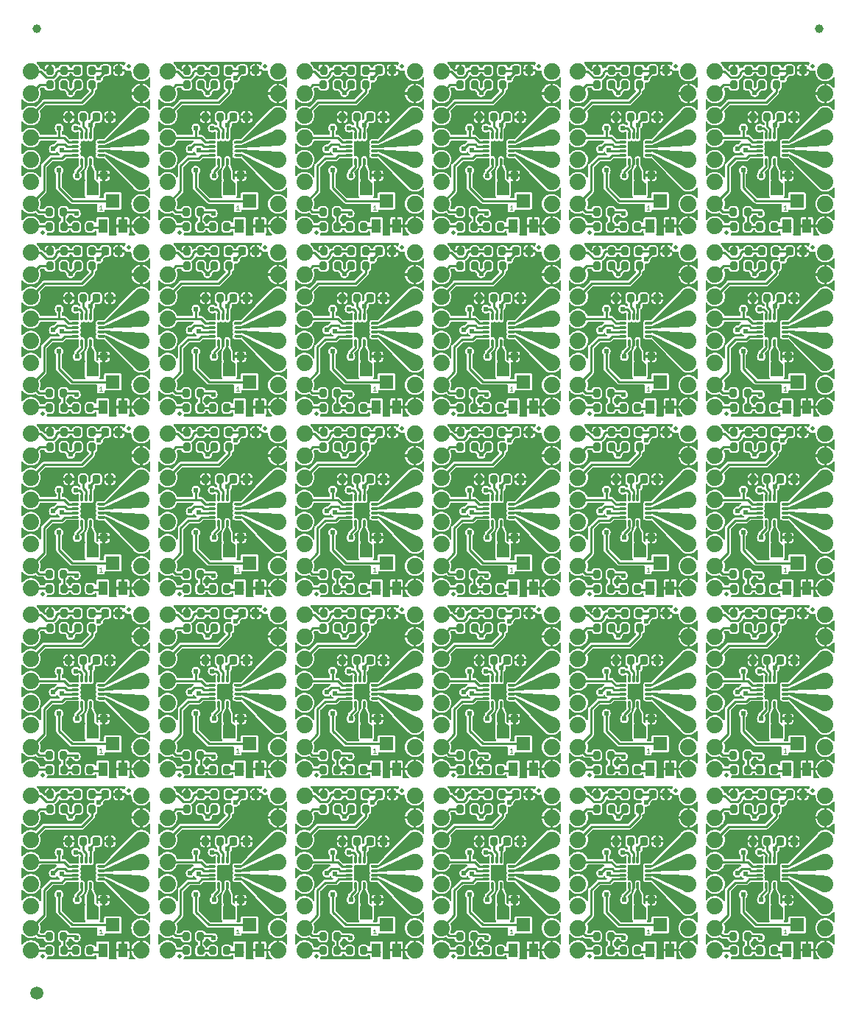
<source format=gtl>
%TF.GenerationSoftware,KiCad,Pcbnew,7.0.10*%
%TF.CreationDate,2024-02-23T15:38:17-07:00*%
%TF.ProjectId,SparkFun_Stepper_Motor_Breakout_TC78H670FTG_panelized,53706172-6b46-4756-9e5f-537465707065,rev?*%
%TF.SameCoordinates,Original*%
%TF.FileFunction,Copper,L1,Top*%
%TF.FilePolarity,Positive*%
%FSLAX46Y46*%
G04 Gerber Fmt 4.6, Leading zero omitted, Abs format (unit mm)*
G04 Created by KiCad (PCBNEW 7.0.10) date 2024-02-23 15:38:17*
%MOMM*%
%LPD*%
G01*
G04 APERTURE LIST*
G04 Aperture macros list*
%AMRoundRect*
0 Rectangle with rounded corners*
0 $1 Rounding radius*
0 $2 $3 $4 $5 $6 $7 $8 $9 X,Y pos of 4 corners*
0 Add a 4 corners polygon primitive as box body*
4,1,4,$2,$3,$4,$5,$6,$7,$8,$9,$2,$3,0*
0 Add four circle primitives for the rounded corners*
1,1,$1+$1,$2,$3*
1,1,$1+$1,$4,$5*
1,1,$1+$1,$6,$7*
1,1,$1+$1,$8,$9*
0 Add four rect primitives between the rounded corners*
20,1,$1+$1,$2,$3,$4,$5,0*
20,1,$1+$1,$4,$5,$6,$7,0*
20,1,$1+$1,$6,$7,$8,$9,0*
20,1,$1+$1,$8,$9,$2,$3,0*%
%AMOutline5P*
0 Free polygon, 5 corners , with rotation*
0 The origin of the aperture is its center*
0 number of corners: always 5*
0 $1 to $10 corner X, Y*
0 $11 Rotation angle, in degrees counterclockwise*
0 create outline with 5 corners*
4,1,5,$1,$2,$3,$4,$5,$6,$7,$8,$9,$10,$1,$2,$11*%
%AMOutline6P*
0 Free polygon, 6 corners , with rotation*
0 The origin of the aperture is its center*
0 number of corners: always 6*
0 $1 to $12 corner X, Y*
0 $13 Rotation angle, in degrees counterclockwise*
0 create outline with 6 corners*
4,1,6,$1,$2,$3,$4,$5,$6,$7,$8,$9,$10,$11,$12,$1,$2,$13*%
%AMOutline7P*
0 Free polygon, 7 corners , with rotation*
0 The origin of the aperture is its center*
0 number of corners: always 7*
0 $1 to $14 corner X, Y*
0 $15 Rotation angle, in degrees counterclockwise*
0 create outline with 7 corners*
4,1,7,$1,$2,$3,$4,$5,$6,$7,$8,$9,$10,$11,$12,$13,$14,$1,$2,$15*%
%AMOutline8P*
0 Free polygon, 8 corners , with rotation*
0 The origin of the aperture is its center*
0 number of corners: always 8*
0 $1 to $16 corner X, Y*
0 $17 Rotation angle, in degrees counterclockwise*
0 create outline with 8 corners*
4,1,8,$1,$2,$3,$4,$5,$6,$7,$8,$9,$10,$11,$12,$13,$14,$15,$16,$1,$2,$17*%
G04 Aperture macros list end*
%ADD10C,0.100000*%
%TA.AperFunction,NonConductor*%
%ADD11C,0.100000*%
%TD*%
%TA.AperFunction,SMDPad,CuDef*%
%ADD12C,1.000000*%
%TD*%
%TA.AperFunction,SMDPad,CuDef*%
%ADD13RoundRect,0.200000X0.200000X0.275000X-0.200000X0.275000X-0.200000X-0.275000X0.200000X-0.275000X0*%
%TD*%
%TA.AperFunction,SMDPad,CuDef*%
%ADD14RoundRect,0.225000X-0.225000X-0.250000X0.225000X-0.250000X0.225000X0.250000X-0.225000X0.250000X0*%
%TD*%
%TA.AperFunction,SMDPad,CuDef*%
%ADD15RoundRect,0.200000X-0.200000X-0.275000X0.200000X-0.275000X0.200000X0.275000X-0.200000X0.275000X0*%
%TD*%
%TA.AperFunction,SMDPad,CuDef*%
%ADD16R,1.090000X1.600000*%
%TD*%
%TA.AperFunction,SMDPad,CuDef*%
%ADD17R,1.600000X1.600000*%
%TD*%
%TA.AperFunction,SMDPad,CuDef*%
%ADD18RoundRect,0.063750X0.063750X0.361250X-0.063750X0.361250X-0.063750X-0.361250X0.063750X-0.361250X0*%
%TD*%
%TA.AperFunction,SMDPad,CuDef*%
%ADD19RoundRect,0.063750X0.361250X-0.063750X0.361250X0.063750X-0.361250X0.063750X-0.361250X-0.063750X0*%
%TD*%
%TA.AperFunction,SMDPad,CuDef*%
%ADD20Outline5P,-0.820000X0.820000X0.574000X0.820000X0.820000X0.574000X0.820000X-0.820000X-0.820000X-0.820000X180.000000*%
%TD*%
%TA.AperFunction,ComponentPad*%
%ADD21C,1.879600*%
%TD*%
%TA.AperFunction,SMDPad,CuDef*%
%ADD22C,1.500000*%
%TD*%
%TA.AperFunction,SMDPad,CuDef*%
%ADD23C,0.500000*%
%TD*%
%TA.AperFunction,ViaPad*%
%ADD24C,0.609600*%
%TD*%
%TA.AperFunction,Conductor*%
%ADD25C,0.250000*%
%TD*%
G04 APERTURE END LIST*
D10*
D11*
X175576741Y-69513609D02*
X175291027Y-69513609D01*
X175433884Y-69513609D02*
X175433884Y-69013609D01*
X175433884Y-69013609D02*
X175386265Y-69085038D01*
X175386265Y-69085038D02*
X175338646Y-69132657D01*
X175338646Y-69132657D02*
X175291027Y-69156466D01*
D10*
D11*
X159836741Y-90333609D02*
X159551027Y-90333609D01*
X159693884Y-90333609D02*
X159693884Y-89833609D01*
X159693884Y-89833609D02*
X159646265Y-89905038D01*
X159646265Y-89905038D02*
X159598646Y-89952657D01*
X159598646Y-89952657D02*
X159551027Y-89976466D01*
D10*
D11*
X175576741Y-27873609D02*
X175291027Y-27873609D01*
X175433884Y-27873609D02*
X175433884Y-27373609D01*
X175433884Y-27373609D02*
X175386265Y-27445038D01*
X175386265Y-27445038D02*
X175338646Y-27492657D01*
X175338646Y-27492657D02*
X175291027Y-27516466D01*
D10*
D11*
X222796741Y-48693609D02*
X222511027Y-48693609D01*
X222653884Y-48693609D02*
X222653884Y-48193609D01*
X222653884Y-48193609D02*
X222606265Y-48265038D01*
X222606265Y-48265038D02*
X222558646Y-48312657D01*
X222558646Y-48312657D02*
X222511027Y-48336466D01*
D10*
D11*
X144096741Y-48693609D02*
X143811027Y-48693609D01*
X143953884Y-48693609D02*
X143953884Y-48193609D01*
X143953884Y-48193609D02*
X143906265Y-48265038D01*
X143906265Y-48265038D02*
X143858646Y-48312657D01*
X143858646Y-48312657D02*
X143811027Y-48336466D01*
D10*
D11*
X207056741Y-48693609D02*
X206771027Y-48693609D01*
X206913884Y-48693609D02*
X206913884Y-48193609D01*
X206913884Y-48193609D02*
X206866265Y-48265038D01*
X206866265Y-48265038D02*
X206818646Y-48312657D01*
X206818646Y-48312657D02*
X206771027Y-48336466D01*
D10*
D11*
X222796741Y-111153609D02*
X222511027Y-111153609D01*
X222653884Y-111153609D02*
X222653884Y-110653609D01*
X222653884Y-110653609D02*
X222606265Y-110725038D01*
X222606265Y-110725038D02*
X222558646Y-110772657D01*
X222558646Y-110772657D02*
X222511027Y-110796466D01*
D10*
D11*
X222796741Y-69513609D02*
X222511027Y-69513609D01*
X222653884Y-69513609D02*
X222653884Y-69013609D01*
X222653884Y-69013609D02*
X222606265Y-69085038D01*
X222606265Y-69085038D02*
X222558646Y-69132657D01*
X222558646Y-69132657D02*
X222511027Y-69156466D01*
D10*
D11*
X207056741Y-111153609D02*
X206771027Y-111153609D01*
X206913884Y-111153609D02*
X206913884Y-110653609D01*
X206913884Y-110653609D02*
X206866265Y-110725038D01*
X206866265Y-110725038D02*
X206818646Y-110772657D01*
X206818646Y-110772657D02*
X206771027Y-110796466D01*
D10*
D11*
X159836741Y-111153609D02*
X159551027Y-111153609D01*
X159693884Y-111153609D02*
X159693884Y-110653609D01*
X159693884Y-110653609D02*
X159646265Y-110725038D01*
X159646265Y-110725038D02*
X159598646Y-110772657D01*
X159598646Y-110772657D02*
X159551027Y-110796466D01*
D10*
D11*
X144096741Y-90333609D02*
X143811027Y-90333609D01*
X143953884Y-90333609D02*
X143953884Y-89833609D01*
X143953884Y-89833609D02*
X143906265Y-89905038D01*
X143906265Y-89905038D02*
X143858646Y-89952657D01*
X143858646Y-89952657D02*
X143811027Y-89976466D01*
D10*
D11*
X191316741Y-90333609D02*
X191031027Y-90333609D01*
X191173884Y-90333609D02*
X191173884Y-89833609D01*
X191173884Y-89833609D02*
X191126265Y-89905038D01*
X191126265Y-89905038D02*
X191078646Y-89952657D01*
X191078646Y-89952657D02*
X191031027Y-89976466D01*
D10*
D11*
X191316741Y-111153609D02*
X191031027Y-111153609D01*
X191173884Y-111153609D02*
X191173884Y-110653609D01*
X191173884Y-110653609D02*
X191126265Y-110725038D01*
X191126265Y-110725038D02*
X191078646Y-110772657D01*
X191078646Y-110772657D02*
X191031027Y-110796466D01*
D10*
D11*
X159836741Y-48693609D02*
X159551027Y-48693609D01*
X159693884Y-48693609D02*
X159693884Y-48193609D01*
X159693884Y-48193609D02*
X159646265Y-48265038D01*
X159646265Y-48265038D02*
X159598646Y-48312657D01*
X159598646Y-48312657D02*
X159551027Y-48336466D01*
D10*
D11*
X144096741Y-27873609D02*
X143811027Y-27873609D01*
X143953884Y-27873609D02*
X143953884Y-27373609D01*
X143953884Y-27373609D02*
X143906265Y-27445038D01*
X143906265Y-27445038D02*
X143858646Y-27492657D01*
X143858646Y-27492657D02*
X143811027Y-27516466D01*
D10*
D11*
X175576741Y-48693609D02*
X175291027Y-48693609D01*
X175433884Y-48693609D02*
X175433884Y-48193609D01*
X175433884Y-48193609D02*
X175386265Y-48265038D01*
X175386265Y-48265038D02*
X175338646Y-48312657D01*
X175338646Y-48312657D02*
X175291027Y-48336466D01*
D10*
D11*
X222796741Y-27873609D02*
X222511027Y-27873609D01*
X222653884Y-27873609D02*
X222653884Y-27373609D01*
X222653884Y-27373609D02*
X222606265Y-27445038D01*
X222606265Y-27445038D02*
X222558646Y-27492657D01*
X222558646Y-27492657D02*
X222511027Y-27516466D01*
D10*
D11*
X159836741Y-69513609D02*
X159551027Y-69513609D01*
X159693884Y-69513609D02*
X159693884Y-69013609D01*
X159693884Y-69013609D02*
X159646265Y-69085038D01*
X159646265Y-69085038D02*
X159598646Y-69132657D01*
X159598646Y-69132657D02*
X159551027Y-69156466D01*
D10*
D11*
X207056741Y-90333609D02*
X206771027Y-90333609D01*
X206913884Y-90333609D02*
X206913884Y-89833609D01*
X206913884Y-89833609D02*
X206866265Y-89905038D01*
X206866265Y-89905038D02*
X206818646Y-89952657D01*
X206818646Y-89952657D02*
X206771027Y-89976466D01*
D10*
D11*
X222796741Y-90333609D02*
X222511027Y-90333609D01*
X222653884Y-90333609D02*
X222653884Y-89833609D01*
X222653884Y-89833609D02*
X222606265Y-89905038D01*
X222606265Y-89905038D02*
X222558646Y-89952657D01*
X222558646Y-89952657D02*
X222511027Y-89976466D01*
D10*
D11*
X191316741Y-48693609D02*
X191031027Y-48693609D01*
X191173884Y-48693609D02*
X191173884Y-48193609D01*
X191173884Y-48193609D02*
X191126265Y-48265038D01*
X191126265Y-48265038D02*
X191078646Y-48312657D01*
X191078646Y-48312657D02*
X191031027Y-48336466D01*
D10*
D11*
X159836741Y-27873609D02*
X159551027Y-27873609D01*
X159693884Y-27873609D02*
X159693884Y-27373609D01*
X159693884Y-27373609D02*
X159646265Y-27445038D01*
X159646265Y-27445038D02*
X159598646Y-27492657D01*
X159598646Y-27492657D02*
X159551027Y-27516466D01*
D10*
D11*
X144096741Y-111153609D02*
X143811027Y-111153609D01*
X143953884Y-111153609D02*
X143953884Y-110653609D01*
X143953884Y-110653609D02*
X143906265Y-110725038D01*
X143906265Y-110725038D02*
X143858646Y-110772657D01*
X143858646Y-110772657D02*
X143811027Y-110796466D01*
D10*
D11*
X175576741Y-90333609D02*
X175291027Y-90333609D01*
X175433884Y-90333609D02*
X175433884Y-89833609D01*
X175433884Y-89833609D02*
X175386265Y-89905038D01*
X175386265Y-89905038D02*
X175338646Y-89952657D01*
X175338646Y-89952657D02*
X175291027Y-89976466D01*
D10*
D11*
X191316741Y-27873609D02*
X191031027Y-27873609D01*
X191173884Y-27873609D02*
X191173884Y-27373609D01*
X191173884Y-27373609D02*
X191126265Y-27445038D01*
X191126265Y-27445038D02*
X191078646Y-27492657D01*
X191078646Y-27492657D02*
X191031027Y-27516466D01*
D10*
D11*
X191316741Y-69513609D02*
X191031027Y-69513609D01*
X191173884Y-69513609D02*
X191173884Y-69013609D01*
X191173884Y-69013609D02*
X191126265Y-69085038D01*
X191126265Y-69085038D02*
X191078646Y-69132657D01*
X191078646Y-69132657D02*
X191031027Y-69156466D01*
D10*
D11*
X207056741Y-27873609D02*
X206771027Y-27873609D01*
X206913884Y-27873609D02*
X206913884Y-27373609D01*
X206913884Y-27373609D02*
X206866265Y-27445038D01*
X206866265Y-27445038D02*
X206818646Y-27492657D01*
X206818646Y-27492657D02*
X206771027Y-27516466D01*
D10*
D11*
X144096741Y-69513609D02*
X143811027Y-69513609D01*
X143953884Y-69513609D02*
X143953884Y-69013609D01*
X143953884Y-69013609D02*
X143906265Y-69085038D01*
X143906265Y-69085038D02*
X143858646Y-69132657D01*
X143858646Y-69132657D02*
X143811027Y-69156466D01*
D10*
D11*
X175576741Y-111153609D02*
X175291027Y-111153609D01*
X175433884Y-111153609D02*
X175433884Y-110653609D01*
X175433884Y-110653609D02*
X175386265Y-110725038D01*
X175386265Y-110725038D02*
X175338646Y-110772657D01*
X175338646Y-110772657D02*
X175291027Y-110796466D01*
D10*
D11*
X207056741Y-69513609D02*
X206771027Y-69513609D01*
X206913884Y-69513609D02*
X206913884Y-69013609D01*
X206913884Y-69013609D02*
X206866265Y-69085038D01*
X206866265Y-69085038D02*
X206818646Y-69132657D01*
X206818646Y-69132657D02*
X206771027Y-69156466D01*
D12*
%TO.P,,*%
%TO.N,*%
X136620000Y-7025000D03*
%TD*%
D13*
%TO.P,R4,1*%
%TO.N,ERR*%
X142915000Y-95130000D03*
%TO.P,R4,2*%
%TO.N,EN*%
X141265000Y-95130000D03*
%TD*%
%TO.P,R4,1*%
%TO.N,ERR*%
X142915000Y-74310000D03*
%TO.P,R4,2*%
%TO.N,EN*%
X141265000Y-74310000D03*
%TD*%
%TO.P,R4,1*%
%TO.N,ERR*%
X142915000Y-53490000D03*
%TO.P,R4,2*%
%TO.N,EN*%
X141265000Y-53490000D03*
%TD*%
%TO.P,R4,1*%
%TO.N,ERR*%
X158655000Y-74310000D03*
%TO.P,R4,2*%
%TO.N,EN*%
X157005000Y-74310000D03*
%TD*%
%TO.P,R4,1*%
%TO.N,ERR*%
X158655000Y-53490000D03*
%TO.P,R4,2*%
%TO.N,EN*%
X157005000Y-53490000D03*
%TD*%
%TO.P,R4,1*%
%TO.N,ERR*%
X142915000Y-32670000D03*
%TO.P,R4,2*%
%TO.N,EN*%
X141265000Y-32670000D03*
%TD*%
%TO.P,R4,1*%
%TO.N,ERR*%
X158655000Y-32670000D03*
%TO.P,R4,2*%
%TO.N,EN*%
X157005000Y-32670000D03*
%TD*%
%TO.P,R4,1*%
%TO.N,ERR*%
X158655000Y-11850000D03*
%TO.P,R4,2*%
%TO.N,EN*%
X157005000Y-11850000D03*
%TD*%
%TO.P,R4,1*%
%TO.N,ERR*%
X174395000Y-95130000D03*
%TO.P,R4,2*%
%TO.N,EN*%
X172745000Y-95130000D03*
%TD*%
%TO.P,R4,1*%
%TO.N,ERR*%
X158655000Y-95130000D03*
%TO.P,R4,2*%
%TO.N,EN*%
X157005000Y-95130000D03*
%TD*%
%TO.P,R4,1*%
%TO.N,ERR*%
X142915000Y-11850000D03*
%TO.P,R4,2*%
%TO.N,EN*%
X141265000Y-11850000D03*
%TD*%
%TO.P,R4,1*%
%TO.N,ERR*%
X221615000Y-32670000D03*
%TO.P,R4,2*%
%TO.N,EN*%
X219965000Y-32670000D03*
%TD*%
%TO.P,R4,1*%
%TO.N,ERR*%
X174395000Y-11850000D03*
%TO.P,R4,2*%
%TO.N,EN*%
X172745000Y-11850000D03*
%TD*%
%TO.P,R4,1*%
%TO.N,ERR*%
X205875000Y-74310000D03*
%TO.P,R4,2*%
%TO.N,EN*%
X204225000Y-74310000D03*
%TD*%
%TO.P,R4,1*%
%TO.N,ERR*%
X174395000Y-53490000D03*
%TO.P,R4,2*%
%TO.N,EN*%
X172745000Y-53490000D03*
%TD*%
%TO.P,R4,1*%
%TO.N,ERR*%
X174395000Y-32670000D03*
%TO.P,R4,2*%
%TO.N,EN*%
X172745000Y-32670000D03*
%TD*%
%TO.P,R4,1*%
%TO.N,ERR*%
X190135000Y-95130000D03*
%TO.P,R4,2*%
%TO.N,EN*%
X188485000Y-95130000D03*
%TD*%
%TO.P,R4,1*%
%TO.N,ERR*%
X221615000Y-95130000D03*
%TO.P,R4,2*%
%TO.N,EN*%
X219965000Y-95130000D03*
%TD*%
%TO.P,R4,1*%
%TO.N,ERR*%
X221615000Y-53490000D03*
%TO.P,R4,2*%
%TO.N,EN*%
X219965000Y-53490000D03*
%TD*%
%TO.P,R4,1*%
%TO.N,ERR*%
X221615000Y-11850000D03*
%TO.P,R4,2*%
%TO.N,EN*%
X219965000Y-11850000D03*
%TD*%
%TO.P,R4,1*%
%TO.N,ERR*%
X190135000Y-53490000D03*
%TO.P,R4,2*%
%TO.N,EN*%
X188485000Y-53490000D03*
%TD*%
%TO.P,R4,1*%
%TO.N,ERR*%
X190135000Y-11850000D03*
%TO.P,R4,2*%
%TO.N,EN*%
X188485000Y-11850000D03*
%TD*%
%TO.P,R4,1*%
%TO.N,ERR*%
X174395000Y-74310000D03*
%TO.P,R4,2*%
%TO.N,EN*%
X172745000Y-74310000D03*
%TD*%
%TO.P,R4,1*%
%TO.N,ERR*%
X190135000Y-74310000D03*
%TO.P,R4,2*%
%TO.N,EN*%
X188485000Y-74310000D03*
%TD*%
%TO.P,R4,1*%
%TO.N,ERR*%
X205875000Y-95130000D03*
%TO.P,R4,2*%
%TO.N,EN*%
X204225000Y-95130000D03*
%TD*%
%TO.P,R4,1*%
%TO.N,ERR*%
X190135000Y-32670000D03*
%TO.P,R4,2*%
%TO.N,EN*%
X188485000Y-32670000D03*
%TD*%
%TO.P,R4,1*%
%TO.N,ERR*%
X205875000Y-32670000D03*
%TO.P,R4,2*%
%TO.N,EN*%
X204225000Y-32670000D03*
%TD*%
%TO.P,R4,1*%
%TO.N,ERR*%
X205875000Y-53490000D03*
%TO.P,R4,2*%
%TO.N,EN*%
X204225000Y-53490000D03*
%TD*%
%TO.P,R4,1*%
%TO.N,ERR*%
X205875000Y-11850000D03*
%TO.P,R4,2*%
%TO.N,EN*%
X204225000Y-11850000D03*
%TD*%
%TO.P,R4,1*%
%TO.N,ERR*%
X221615000Y-74310000D03*
%TO.P,R4,2*%
%TO.N,EN*%
X219965000Y-74310000D03*
%TD*%
D14*
%TO.P,C3,1*%
%TO.N,ERR*%
X144465000Y-95110000D03*
%TO.P,C3,2*%
%TO.N,GND*%
X146015000Y-95110000D03*
%TD*%
%TO.P,C3,1*%
%TO.N,ERR*%
X144465000Y-74290000D03*
%TO.P,C3,2*%
%TO.N,GND*%
X146015000Y-74290000D03*
%TD*%
%TO.P,C3,1*%
%TO.N,ERR*%
X144465000Y-53470000D03*
%TO.P,C3,2*%
%TO.N,GND*%
X146015000Y-53470000D03*
%TD*%
%TO.P,C3,1*%
%TO.N,ERR*%
X207425000Y-74290000D03*
%TO.P,C3,2*%
%TO.N,GND*%
X208975000Y-74290000D03*
%TD*%
%TO.P,C3,1*%
%TO.N,ERR*%
X207425000Y-32650000D03*
%TO.P,C3,2*%
%TO.N,GND*%
X208975000Y-32650000D03*
%TD*%
%TO.P,C3,1*%
%TO.N,ERR*%
X191685000Y-95110000D03*
%TO.P,C3,2*%
%TO.N,GND*%
X193235000Y-95110000D03*
%TD*%
%TO.P,C3,1*%
%TO.N,ERR*%
X144465000Y-11830000D03*
%TO.P,C3,2*%
%TO.N,GND*%
X146015000Y-11830000D03*
%TD*%
%TO.P,C3,1*%
%TO.N,ERR*%
X160205000Y-11830000D03*
%TO.P,C3,2*%
%TO.N,GND*%
X161755000Y-11830000D03*
%TD*%
%TO.P,C3,1*%
%TO.N,ERR*%
X207425000Y-95110000D03*
%TO.P,C3,2*%
%TO.N,GND*%
X208975000Y-95110000D03*
%TD*%
%TO.P,C3,1*%
%TO.N,ERR*%
X191685000Y-53470000D03*
%TO.P,C3,2*%
%TO.N,GND*%
X193235000Y-53470000D03*
%TD*%
%TO.P,C3,1*%
%TO.N,ERR*%
X191685000Y-32650000D03*
%TO.P,C3,2*%
%TO.N,GND*%
X193235000Y-32650000D03*
%TD*%
%TO.P,C3,1*%
%TO.N,ERR*%
X175945000Y-74290000D03*
%TO.P,C3,2*%
%TO.N,GND*%
X177495000Y-74290000D03*
%TD*%
%TO.P,C3,1*%
%TO.N,ERR*%
X175945000Y-95110000D03*
%TO.P,C3,2*%
%TO.N,GND*%
X177495000Y-95110000D03*
%TD*%
%TO.P,C3,1*%
%TO.N,ERR*%
X175945000Y-32650000D03*
%TO.P,C3,2*%
%TO.N,GND*%
X177495000Y-32650000D03*
%TD*%
%TO.P,C3,1*%
%TO.N,ERR*%
X207425000Y-53470000D03*
%TO.P,C3,2*%
%TO.N,GND*%
X208975000Y-53470000D03*
%TD*%
%TO.P,C3,1*%
%TO.N,ERR*%
X160205000Y-32650000D03*
%TO.P,C3,2*%
%TO.N,GND*%
X161755000Y-32650000D03*
%TD*%
%TO.P,C3,1*%
%TO.N,ERR*%
X144465000Y-32650000D03*
%TO.P,C3,2*%
%TO.N,GND*%
X146015000Y-32650000D03*
%TD*%
%TO.P,C3,1*%
%TO.N,ERR*%
X160205000Y-74290000D03*
%TO.P,C3,2*%
%TO.N,GND*%
X161755000Y-74290000D03*
%TD*%
%TO.P,C3,1*%
%TO.N,ERR*%
X160205000Y-53470000D03*
%TO.P,C3,2*%
%TO.N,GND*%
X161755000Y-53470000D03*
%TD*%
%TO.P,C3,1*%
%TO.N,ERR*%
X175945000Y-53470000D03*
%TO.P,C3,2*%
%TO.N,GND*%
X177495000Y-53470000D03*
%TD*%
%TO.P,C3,1*%
%TO.N,ERR*%
X191685000Y-74290000D03*
%TO.P,C3,2*%
%TO.N,GND*%
X193235000Y-74290000D03*
%TD*%
%TO.P,C3,1*%
%TO.N,ERR*%
X160205000Y-95110000D03*
%TO.P,C3,2*%
%TO.N,GND*%
X161755000Y-95110000D03*
%TD*%
%TO.P,C3,1*%
%TO.N,ERR*%
X191685000Y-11830000D03*
%TO.P,C3,2*%
%TO.N,GND*%
X193235000Y-11830000D03*
%TD*%
%TO.P,C3,1*%
%TO.N,ERR*%
X175945000Y-11830000D03*
%TO.P,C3,2*%
%TO.N,GND*%
X177495000Y-11830000D03*
%TD*%
%TO.P,C3,1*%
%TO.N,ERR*%
X207425000Y-11830000D03*
%TO.P,C3,2*%
%TO.N,GND*%
X208975000Y-11830000D03*
%TD*%
%TO.P,C3,1*%
%TO.N,ERR*%
X223165000Y-11830000D03*
%TO.P,C3,2*%
%TO.N,GND*%
X224715000Y-11830000D03*
%TD*%
%TO.P,C3,1*%
%TO.N,ERR*%
X223165000Y-95110000D03*
%TO.P,C3,2*%
%TO.N,GND*%
X224715000Y-95110000D03*
%TD*%
%TO.P,C3,1*%
%TO.N,ERR*%
X223165000Y-53470000D03*
%TO.P,C3,2*%
%TO.N,GND*%
X224715000Y-53470000D03*
%TD*%
%TO.P,C3,1*%
%TO.N,ERR*%
X223165000Y-32650000D03*
%TO.P,C3,2*%
%TO.N,GND*%
X224715000Y-32650000D03*
%TD*%
%TO.P,C3,1*%
%TO.N,ERR*%
X223165000Y-74290000D03*
%TO.P,C3,2*%
%TO.N,GND*%
X224715000Y-74290000D03*
%TD*%
D13*
%TO.P,R7,1*%
%TO.N,3.3V*%
X139665000Y-111440000D03*
%TO.P,R7,2*%
%TO.N,STEP*%
X138015000Y-111440000D03*
%TD*%
%TO.P,R7,1*%
%TO.N,3.3V*%
X155405000Y-111440000D03*
%TO.P,R7,2*%
%TO.N,STEP*%
X153755000Y-111440000D03*
%TD*%
%TO.P,R7,1*%
%TO.N,3.3V*%
X155405000Y-48980000D03*
%TO.P,R7,2*%
%TO.N,STEP*%
X153755000Y-48980000D03*
%TD*%
%TO.P,R7,1*%
%TO.N,3.3V*%
X139665000Y-90620000D03*
%TO.P,R7,2*%
%TO.N,STEP*%
X138015000Y-90620000D03*
%TD*%
%TO.P,R7,1*%
%TO.N,3.3V*%
X155405000Y-28160000D03*
%TO.P,R7,2*%
%TO.N,STEP*%
X153755000Y-28160000D03*
%TD*%
%TO.P,R7,1*%
%TO.N,3.3V*%
X171145000Y-111440000D03*
%TO.P,R7,2*%
%TO.N,STEP*%
X169495000Y-111440000D03*
%TD*%
%TO.P,R7,1*%
%TO.N,3.3V*%
X171145000Y-90620000D03*
%TO.P,R7,2*%
%TO.N,STEP*%
X169495000Y-90620000D03*
%TD*%
%TO.P,R7,1*%
%TO.N,3.3V*%
X171145000Y-69800000D03*
%TO.P,R7,2*%
%TO.N,STEP*%
X169495000Y-69800000D03*
%TD*%
%TO.P,R7,1*%
%TO.N,3.3V*%
X171145000Y-28160000D03*
%TO.P,R7,2*%
%TO.N,STEP*%
X169495000Y-28160000D03*
%TD*%
%TO.P,R7,1*%
%TO.N,3.3V*%
X171145000Y-48980000D03*
%TO.P,R7,2*%
%TO.N,STEP*%
X169495000Y-48980000D03*
%TD*%
%TO.P,R7,1*%
%TO.N,3.3V*%
X186885000Y-111440000D03*
%TO.P,R7,2*%
%TO.N,STEP*%
X185235000Y-111440000D03*
%TD*%
%TO.P,R7,1*%
%TO.N,3.3V*%
X155405000Y-69800000D03*
%TO.P,R7,2*%
%TO.N,STEP*%
X153755000Y-69800000D03*
%TD*%
%TO.P,R7,1*%
%TO.N,3.3V*%
X155405000Y-90620000D03*
%TO.P,R7,2*%
%TO.N,STEP*%
X153755000Y-90620000D03*
%TD*%
%TO.P,R7,1*%
%TO.N,3.3V*%
X139665000Y-69800000D03*
%TO.P,R7,2*%
%TO.N,STEP*%
X138015000Y-69800000D03*
%TD*%
%TO.P,R7,1*%
%TO.N,3.3V*%
X139665000Y-48980000D03*
%TO.P,R7,2*%
%TO.N,STEP*%
X138015000Y-48980000D03*
%TD*%
%TO.P,R7,1*%
%TO.N,3.3V*%
X139665000Y-28160000D03*
%TO.P,R7,2*%
%TO.N,STEP*%
X138015000Y-28160000D03*
%TD*%
%TO.P,R7,1*%
%TO.N,3.3V*%
X202625000Y-48980000D03*
%TO.P,R7,2*%
%TO.N,STEP*%
X200975000Y-48980000D03*
%TD*%
%TO.P,R7,1*%
%TO.N,3.3V*%
X202625000Y-69800000D03*
%TO.P,R7,2*%
%TO.N,STEP*%
X200975000Y-69800000D03*
%TD*%
%TO.P,R7,1*%
%TO.N,3.3V*%
X186885000Y-90620000D03*
%TO.P,R7,2*%
%TO.N,STEP*%
X185235000Y-90620000D03*
%TD*%
%TO.P,R7,1*%
%TO.N,3.3V*%
X186885000Y-28160000D03*
%TO.P,R7,2*%
%TO.N,STEP*%
X185235000Y-28160000D03*
%TD*%
%TO.P,R7,1*%
%TO.N,3.3V*%
X202625000Y-28160000D03*
%TO.P,R7,2*%
%TO.N,STEP*%
X200975000Y-28160000D03*
%TD*%
%TO.P,R7,1*%
%TO.N,3.3V*%
X218365000Y-28160000D03*
%TO.P,R7,2*%
%TO.N,STEP*%
X216715000Y-28160000D03*
%TD*%
%TO.P,R7,1*%
%TO.N,3.3V*%
X202625000Y-111440000D03*
%TO.P,R7,2*%
%TO.N,STEP*%
X200975000Y-111440000D03*
%TD*%
%TO.P,R7,1*%
%TO.N,3.3V*%
X218365000Y-111440000D03*
%TO.P,R7,2*%
%TO.N,STEP*%
X216715000Y-111440000D03*
%TD*%
%TO.P,R7,1*%
%TO.N,3.3V*%
X218365000Y-69800000D03*
%TO.P,R7,2*%
%TO.N,STEP*%
X216715000Y-69800000D03*
%TD*%
%TO.P,R7,1*%
%TO.N,3.3V*%
X218365000Y-90620000D03*
%TO.P,R7,2*%
%TO.N,STEP*%
X216715000Y-90620000D03*
%TD*%
%TO.P,R7,1*%
%TO.N,3.3V*%
X202625000Y-90620000D03*
%TO.P,R7,2*%
%TO.N,STEP*%
X200975000Y-90620000D03*
%TD*%
%TO.P,R7,1*%
%TO.N,3.3V*%
X186885000Y-69800000D03*
%TO.P,R7,2*%
%TO.N,STEP*%
X185235000Y-69800000D03*
%TD*%
%TO.P,R7,1*%
%TO.N,3.3V*%
X218365000Y-48980000D03*
%TO.P,R7,2*%
%TO.N,STEP*%
X216715000Y-48980000D03*
%TD*%
%TO.P,R7,1*%
%TO.N,3.3V*%
X186885000Y-48980000D03*
%TO.P,R7,2*%
%TO.N,STEP*%
X185235000Y-48980000D03*
%TD*%
D14*
%TO.P,C2,1*%
%TO.N,VREF*%
X143435000Y-100500000D03*
%TO.P,C2,2*%
%TO.N,GND*%
X144985000Y-100500000D03*
%TD*%
%TO.P,C2,1*%
%TO.N,VREF*%
X143435000Y-38040000D03*
%TO.P,C2,2*%
%TO.N,GND*%
X144985000Y-38040000D03*
%TD*%
%TO.P,C2,1*%
%TO.N,VREF*%
X159175000Y-100500000D03*
%TO.P,C2,2*%
%TO.N,GND*%
X160725000Y-100500000D03*
%TD*%
%TO.P,C2,1*%
%TO.N,VREF*%
X159175000Y-38040000D03*
%TO.P,C2,2*%
%TO.N,GND*%
X160725000Y-38040000D03*
%TD*%
%TO.P,C2,1*%
%TO.N,VREF*%
X174915000Y-58860000D03*
%TO.P,C2,2*%
%TO.N,GND*%
X176465000Y-58860000D03*
%TD*%
%TO.P,C2,1*%
%TO.N,VREF*%
X190655000Y-79680000D03*
%TO.P,C2,2*%
%TO.N,GND*%
X192205000Y-79680000D03*
%TD*%
%TO.P,C2,1*%
%TO.N,VREF*%
X174915000Y-17220000D03*
%TO.P,C2,2*%
%TO.N,GND*%
X176465000Y-17220000D03*
%TD*%
%TO.P,C2,1*%
%TO.N,VREF*%
X206395000Y-100500000D03*
%TO.P,C2,2*%
%TO.N,GND*%
X207945000Y-100500000D03*
%TD*%
%TO.P,C2,1*%
%TO.N,VREF*%
X174915000Y-79680000D03*
%TO.P,C2,2*%
%TO.N,GND*%
X176465000Y-79680000D03*
%TD*%
%TO.P,C2,1*%
%TO.N,VREF*%
X143435000Y-79680000D03*
%TO.P,C2,2*%
%TO.N,GND*%
X144985000Y-79680000D03*
%TD*%
%TO.P,C2,1*%
%TO.N,VREF*%
X143435000Y-58860000D03*
%TO.P,C2,2*%
%TO.N,GND*%
X144985000Y-58860000D03*
%TD*%
%TO.P,C2,1*%
%TO.N,VREF*%
X143435000Y-17220000D03*
%TO.P,C2,2*%
%TO.N,GND*%
X144985000Y-17220000D03*
%TD*%
%TO.P,C2,1*%
%TO.N,VREF*%
X159175000Y-79680000D03*
%TO.P,C2,2*%
%TO.N,GND*%
X160725000Y-79680000D03*
%TD*%
%TO.P,C2,1*%
%TO.N,VREF*%
X159175000Y-58860000D03*
%TO.P,C2,2*%
%TO.N,GND*%
X160725000Y-58860000D03*
%TD*%
%TO.P,C2,1*%
%TO.N,VREF*%
X159175000Y-17220000D03*
%TO.P,C2,2*%
%TO.N,GND*%
X160725000Y-17220000D03*
%TD*%
%TO.P,C2,1*%
%TO.N,VREF*%
X174915000Y-100500000D03*
%TO.P,C2,2*%
%TO.N,GND*%
X176465000Y-100500000D03*
%TD*%
%TO.P,C2,1*%
%TO.N,VREF*%
X174915000Y-38040000D03*
%TO.P,C2,2*%
%TO.N,GND*%
X176465000Y-38040000D03*
%TD*%
%TO.P,C2,1*%
%TO.N,VREF*%
X190655000Y-100500000D03*
%TO.P,C2,2*%
%TO.N,GND*%
X192205000Y-100500000D03*
%TD*%
%TO.P,C2,1*%
%TO.N,VREF*%
X190655000Y-58860000D03*
%TO.P,C2,2*%
%TO.N,GND*%
X192205000Y-58860000D03*
%TD*%
%TO.P,C2,1*%
%TO.N,VREF*%
X190655000Y-38040000D03*
%TO.P,C2,2*%
%TO.N,GND*%
X192205000Y-38040000D03*
%TD*%
%TO.P,C2,1*%
%TO.N,VREF*%
X190655000Y-17220000D03*
%TO.P,C2,2*%
%TO.N,GND*%
X192205000Y-17220000D03*
%TD*%
%TO.P,C2,1*%
%TO.N,VREF*%
X206395000Y-58860000D03*
%TO.P,C2,2*%
%TO.N,GND*%
X207945000Y-58860000D03*
%TD*%
%TO.P,C2,1*%
%TO.N,VREF*%
X206395000Y-38040000D03*
%TO.P,C2,2*%
%TO.N,GND*%
X207945000Y-38040000D03*
%TD*%
%TO.P,C2,1*%
%TO.N,VREF*%
X206395000Y-79680000D03*
%TO.P,C2,2*%
%TO.N,GND*%
X207945000Y-79680000D03*
%TD*%
%TO.P,C2,1*%
%TO.N,VREF*%
X206395000Y-17220000D03*
%TO.P,C2,2*%
%TO.N,GND*%
X207945000Y-17220000D03*
%TD*%
%TO.P,C2,1*%
%TO.N,VREF*%
X222135000Y-100500000D03*
%TO.P,C2,2*%
%TO.N,GND*%
X223685000Y-100500000D03*
%TD*%
%TO.P,C2,1*%
%TO.N,VREF*%
X222135000Y-79680000D03*
%TO.P,C2,2*%
%TO.N,GND*%
X223685000Y-79680000D03*
%TD*%
%TO.P,C2,1*%
%TO.N,VREF*%
X222135000Y-58860000D03*
%TO.P,C2,2*%
%TO.N,GND*%
X223685000Y-58860000D03*
%TD*%
%TO.P,C2,1*%
%TO.N,VREF*%
X222135000Y-38040000D03*
%TO.P,C2,2*%
%TO.N,GND*%
X223685000Y-38040000D03*
%TD*%
%TO.P,C2,1*%
%TO.N,VREF*%
X222135000Y-17220000D03*
%TO.P,C2,2*%
%TO.N,GND*%
X223685000Y-17220000D03*
%TD*%
D15*
%TO.P,R9,1*%
%TO.N,3.3V*%
X141285000Y-96800000D03*
%TO.P,R9,2*%
%TO.N,MODE0*%
X142935000Y-96800000D03*
%TD*%
%TO.P,R9,1*%
%TO.N,3.3V*%
X172765000Y-55160000D03*
%TO.P,R9,2*%
%TO.N,MODE0*%
X174415000Y-55160000D03*
%TD*%
%TO.P,R9,1*%
%TO.N,3.3V*%
X172765000Y-96800000D03*
%TO.P,R9,2*%
%TO.N,MODE0*%
X174415000Y-96800000D03*
%TD*%
%TO.P,R9,1*%
%TO.N,3.3V*%
X141285000Y-75980000D03*
%TO.P,R9,2*%
%TO.N,MODE0*%
X142935000Y-75980000D03*
%TD*%
%TO.P,R9,1*%
%TO.N,3.3V*%
X141285000Y-34340000D03*
%TO.P,R9,2*%
%TO.N,MODE0*%
X142935000Y-34340000D03*
%TD*%
%TO.P,R9,1*%
%TO.N,3.3V*%
X219985000Y-75980000D03*
%TO.P,R9,2*%
%TO.N,MODE0*%
X221635000Y-75980000D03*
%TD*%
%TO.P,R9,1*%
%TO.N,3.3V*%
X157025000Y-34340000D03*
%TO.P,R9,2*%
%TO.N,MODE0*%
X158675000Y-34340000D03*
%TD*%
%TO.P,R9,1*%
%TO.N,3.3V*%
X188505000Y-96800000D03*
%TO.P,R9,2*%
%TO.N,MODE0*%
X190155000Y-96800000D03*
%TD*%
%TO.P,R9,1*%
%TO.N,3.3V*%
X141285000Y-13520000D03*
%TO.P,R9,2*%
%TO.N,MODE0*%
X142935000Y-13520000D03*
%TD*%
%TO.P,R9,1*%
%TO.N,3.3V*%
X157025000Y-75980000D03*
%TO.P,R9,2*%
%TO.N,MODE0*%
X158675000Y-75980000D03*
%TD*%
%TO.P,R9,1*%
%TO.N,3.3V*%
X172765000Y-75980000D03*
%TO.P,R9,2*%
%TO.N,MODE0*%
X174415000Y-75980000D03*
%TD*%
%TO.P,R9,1*%
%TO.N,3.3V*%
X141285000Y-55160000D03*
%TO.P,R9,2*%
%TO.N,MODE0*%
X142935000Y-55160000D03*
%TD*%
%TO.P,R9,1*%
%TO.N,3.3V*%
X172765000Y-13520000D03*
%TO.P,R9,2*%
%TO.N,MODE0*%
X174415000Y-13520000D03*
%TD*%
%TO.P,R9,1*%
%TO.N,3.3V*%
X157025000Y-96800000D03*
%TO.P,R9,2*%
%TO.N,MODE0*%
X158675000Y-96800000D03*
%TD*%
%TO.P,R9,1*%
%TO.N,3.3V*%
X172765000Y-34340000D03*
%TO.P,R9,2*%
%TO.N,MODE0*%
X174415000Y-34340000D03*
%TD*%
%TO.P,R9,1*%
%TO.N,3.3V*%
X188505000Y-75980000D03*
%TO.P,R9,2*%
%TO.N,MODE0*%
X190155000Y-75980000D03*
%TD*%
%TO.P,R9,1*%
%TO.N,3.3V*%
X188505000Y-13520000D03*
%TO.P,R9,2*%
%TO.N,MODE0*%
X190155000Y-13520000D03*
%TD*%
%TO.P,R9,1*%
%TO.N,3.3V*%
X204245000Y-96800000D03*
%TO.P,R9,2*%
%TO.N,MODE0*%
X205895000Y-96800000D03*
%TD*%
%TO.P,R9,1*%
%TO.N,3.3V*%
X204245000Y-75980000D03*
%TO.P,R9,2*%
%TO.N,MODE0*%
X205895000Y-75980000D03*
%TD*%
%TO.P,R9,1*%
%TO.N,3.3V*%
X188505000Y-55160000D03*
%TO.P,R9,2*%
%TO.N,MODE0*%
X190155000Y-55160000D03*
%TD*%
%TO.P,R9,1*%
%TO.N,3.3V*%
X157025000Y-13520000D03*
%TO.P,R9,2*%
%TO.N,MODE0*%
X158675000Y-13520000D03*
%TD*%
%TO.P,R9,1*%
%TO.N,3.3V*%
X188505000Y-34340000D03*
%TO.P,R9,2*%
%TO.N,MODE0*%
X190155000Y-34340000D03*
%TD*%
%TO.P,R9,1*%
%TO.N,3.3V*%
X157025000Y-55160000D03*
%TO.P,R9,2*%
%TO.N,MODE0*%
X158675000Y-55160000D03*
%TD*%
%TO.P,R9,1*%
%TO.N,3.3V*%
X204245000Y-55160000D03*
%TO.P,R9,2*%
%TO.N,MODE0*%
X205895000Y-55160000D03*
%TD*%
%TO.P,R9,1*%
%TO.N,3.3V*%
X204245000Y-13520000D03*
%TO.P,R9,2*%
%TO.N,MODE0*%
X205895000Y-13520000D03*
%TD*%
%TO.P,R9,1*%
%TO.N,3.3V*%
X204245000Y-34340000D03*
%TO.P,R9,2*%
%TO.N,MODE0*%
X205895000Y-34340000D03*
%TD*%
%TO.P,R9,1*%
%TO.N,3.3V*%
X219985000Y-96800000D03*
%TO.P,R9,2*%
%TO.N,MODE0*%
X221635000Y-96800000D03*
%TD*%
%TO.P,R9,1*%
%TO.N,3.3V*%
X219985000Y-55160000D03*
%TO.P,R9,2*%
%TO.N,MODE0*%
X221635000Y-55160000D03*
%TD*%
%TO.P,R9,1*%
%TO.N,3.3V*%
X219985000Y-34340000D03*
%TO.P,R9,2*%
%TO.N,MODE0*%
X221635000Y-34340000D03*
%TD*%
%TO.P,R9,1*%
%TO.N,3.3V*%
X219985000Y-13520000D03*
%TO.P,R9,2*%
%TO.N,MODE0*%
X221635000Y-13520000D03*
%TD*%
D13*
%TO.P,R10,1*%
%TO.N,Net-(U1-OSCM)*%
X141915000Y-100500000D03*
%TO.P,R10,2*%
%TO.N,GND*%
X140265000Y-100500000D03*
%TD*%
%TO.P,R10,1*%
%TO.N,Net-(U1-OSCM)*%
X157655000Y-79680000D03*
%TO.P,R10,2*%
%TO.N,GND*%
X156005000Y-79680000D03*
%TD*%
%TO.P,R10,1*%
%TO.N,Net-(U1-OSCM)*%
X157655000Y-38040000D03*
%TO.P,R10,2*%
%TO.N,GND*%
X156005000Y-38040000D03*
%TD*%
%TO.P,R10,1*%
%TO.N,Net-(U1-OSCM)*%
X157655000Y-58860000D03*
%TO.P,R10,2*%
%TO.N,GND*%
X156005000Y-58860000D03*
%TD*%
%TO.P,R10,1*%
%TO.N,Net-(U1-OSCM)*%
X157655000Y-17220000D03*
%TO.P,R10,2*%
%TO.N,GND*%
X156005000Y-17220000D03*
%TD*%
%TO.P,R10,1*%
%TO.N,Net-(U1-OSCM)*%
X173395000Y-79680000D03*
%TO.P,R10,2*%
%TO.N,GND*%
X171745000Y-79680000D03*
%TD*%
%TO.P,R10,1*%
%TO.N,Net-(U1-OSCM)*%
X173395000Y-58860000D03*
%TO.P,R10,2*%
%TO.N,GND*%
X171745000Y-58860000D03*
%TD*%
%TO.P,R10,1*%
%TO.N,Net-(U1-OSCM)*%
X141915000Y-79680000D03*
%TO.P,R10,2*%
%TO.N,GND*%
X140265000Y-79680000D03*
%TD*%
%TO.P,R10,1*%
%TO.N,Net-(U1-OSCM)*%
X141915000Y-58860000D03*
%TO.P,R10,2*%
%TO.N,GND*%
X140265000Y-58860000D03*
%TD*%
%TO.P,R10,1*%
%TO.N,Net-(U1-OSCM)*%
X173395000Y-100500000D03*
%TO.P,R10,2*%
%TO.N,GND*%
X171745000Y-100500000D03*
%TD*%
%TO.P,R10,1*%
%TO.N,Net-(U1-OSCM)*%
X141915000Y-38040000D03*
%TO.P,R10,2*%
%TO.N,GND*%
X140265000Y-38040000D03*
%TD*%
%TO.P,R10,1*%
%TO.N,Net-(U1-OSCM)*%
X173395000Y-38040000D03*
%TO.P,R10,2*%
%TO.N,GND*%
X171745000Y-38040000D03*
%TD*%
%TO.P,R10,1*%
%TO.N,Net-(U1-OSCM)*%
X173395000Y-17220000D03*
%TO.P,R10,2*%
%TO.N,GND*%
X171745000Y-17220000D03*
%TD*%
%TO.P,R10,1*%
%TO.N,Net-(U1-OSCM)*%
X157655000Y-100500000D03*
%TO.P,R10,2*%
%TO.N,GND*%
X156005000Y-100500000D03*
%TD*%
%TO.P,R10,1*%
%TO.N,Net-(U1-OSCM)*%
X141915000Y-17220000D03*
%TO.P,R10,2*%
%TO.N,GND*%
X140265000Y-17220000D03*
%TD*%
%TO.P,R10,1*%
%TO.N,Net-(U1-OSCM)*%
X189135000Y-38040000D03*
%TO.P,R10,2*%
%TO.N,GND*%
X187485000Y-38040000D03*
%TD*%
%TO.P,R10,1*%
%TO.N,Net-(U1-OSCM)*%
X220615000Y-38040000D03*
%TO.P,R10,2*%
%TO.N,GND*%
X218965000Y-38040000D03*
%TD*%
%TO.P,R10,1*%
%TO.N,Net-(U1-OSCM)*%
X189135000Y-17220000D03*
%TO.P,R10,2*%
%TO.N,GND*%
X187485000Y-17220000D03*
%TD*%
%TO.P,R10,1*%
%TO.N,Net-(U1-OSCM)*%
X204875000Y-79680000D03*
%TO.P,R10,2*%
%TO.N,GND*%
X203225000Y-79680000D03*
%TD*%
%TO.P,R10,1*%
%TO.N,Net-(U1-OSCM)*%
X189135000Y-58860000D03*
%TO.P,R10,2*%
%TO.N,GND*%
X187485000Y-58860000D03*
%TD*%
%TO.P,R10,1*%
%TO.N,Net-(U1-OSCM)*%
X204875000Y-100500000D03*
%TO.P,R10,2*%
%TO.N,GND*%
X203225000Y-100500000D03*
%TD*%
%TO.P,R10,1*%
%TO.N,Net-(U1-OSCM)*%
X204875000Y-58860000D03*
%TO.P,R10,2*%
%TO.N,GND*%
X203225000Y-58860000D03*
%TD*%
%TO.P,R10,1*%
%TO.N,Net-(U1-OSCM)*%
X220615000Y-58860000D03*
%TO.P,R10,2*%
%TO.N,GND*%
X218965000Y-58860000D03*
%TD*%
%TO.P,R10,1*%
%TO.N,Net-(U1-OSCM)*%
X204875000Y-17220000D03*
%TO.P,R10,2*%
%TO.N,GND*%
X203225000Y-17220000D03*
%TD*%
%TO.P,R10,1*%
%TO.N,Net-(U1-OSCM)*%
X189135000Y-79680000D03*
%TO.P,R10,2*%
%TO.N,GND*%
X187485000Y-79680000D03*
%TD*%
%TO.P,R10,1*%
%TO.N,Net-(U1-OSCM)*%
X220615000Y-100500000D03*
%TO.P,R10,2*%
%TO.N,GND*%
X218965000Y-100500000D03*
%TD*%
%TO.P,R10,1*%
%TO.N,Net-(U1-OSCM)*%
X220615000Y-79680000D03*
%TO.P,R10,2*%
%TO.N,GND*%
X218965000Y-79680000D03*
%TD*%
%TO.P,R10,1*%
%TO.N,Net-(U1-OSCM)*%
X189135000Y-100500000D03*
%TO.P,R10,2*%
%TO.N,GND*%
X187485000Y-100500000D03*
%TD*%
%TO.P,R10,1*%
%TO.N,Net-(U1-OSCM)*%
X204875000Y-38040000D03*
%TO.P,R10,2*%
%TO.N,GND*%
X203225000Y-38040000D03*
%TD*%
%TO.P,R10,1*%
%TO.N,Net-(U1-OSCM)*%
X220615000Y-17220000D03*
%TO.P,R10,2*%
%TO.N,GND*%
X218965000Y-17220000D03*
%TD*%
%TO.P,R8,1*%
%TO.N,3.3V*%
X139725000Y-96800000D03*
%TO.P,R8,2*%
%TO.N,MODE1*%
X138075000Y-96800000D03*
%TD*%
%TO.P,R8,1*%
%TO.N,3.3V*%
X139725000Y-75980000D03*
%TO.P,R8,2*%
%TO.N,MODE1*%
X138075000Y-75980000D03*
%TD*%
%TO.P,R8,1*%
%TO.N,3.3V*%
X171205000Y-55160000D03*
%TO.P,R8,2*%
%TO.N,MODE1*%
X169555000Y-55160000D03*
%TD*%
%TO.P,R8,1*%
%TO.N,3.3V*%
X139725000Y-13520000D03*
%TO.P,R8,2*%
%TO.N,MODE1*%
X138075000Y-13520000D03*
%TD*%
%TO.P,R8,1*%
%TO.N,3.3V*%
X155465000Y-96800000D03*
%TO.P,R8,2*%
%TO.N,MODE1*%
X153815000Y-96800000D03*
%TD*%
%TO.P,R8,1*%
%TO.N,3.3V*%
X186945000Y-13520000D03*
%TO.P,R8,2*%
%TO.N,MODE1*%
X185295000Y-13520000D03*
%TD*%
%TO.P,R8,1*%
%TO.N,3.3V*%
X139725000Y-55160000D03*
%TO.P,R8,2*%
%TO.N,MODE1*%
X138075000Y-55160000D03*
%TD*%
%TO.P,R8,1*%
%TO.N,3.3V*%
X155465000Y-13520000D03*
%TO.P,R8,2*%
%TO.N,MODE1*%
X153815000Y-13520000D03*
%TD*%
%TO.P,R8,1*%
%TO.N,3.3V*%
X155465000Y-75980000D03*
%TO.P,R8,2*%
%TO.N,MODE1*%
X153815000Y-75980000D03*
%TD*%
%TO.P,R8,1*%
%TO.N,3.3V*%
X171205000Y-96800000D03*
%TO.P,R8,2*%
%TO.N,MODE1*%
X169555000Y-96800000D03*
%TD*%
%TO.P,R8,1*%
%TO.N,3.3V*%
X171205000Y-75980000D03*
%TO.P,R8,2*%
%TO.N,MODE1*%
X169555000Y-75980000D03*
%TD*%
%TO.P,R8,1*%
%TO.N,3.3V*%
X155465000Y-55160000D03*
%TO.P,R8,2*%
%TO.N,MODE1*%
X153815000Y-55160000D03*
%TD*%
%TO.P,R8,1*%
%TO.N,3.3V*%
X139725000Y-34340000D03*
%TO.P,R8,2*%
%TO.N,MODE1*%
X138075000Y-34340000D03*
%TD*%
%TO.P,R8,1*%
%TO.N,3.3V*%
X155465000Y-34340000D03*
%TO.P,R8,2*%
%TO.N,MODE1*%
X153815000Y-34340000D03*
%TD*%
%TO.P,R8,1*%
%TO.N,3.3V*%
X171205000Y-34340000D03*
%TO.P,R8,2*%
%TO.N,MODE1*%
X169555000Y-34340000D03*
%TD*%
%TO.P,R8,1*%
%TO.N,3.3V*%
X171205000Y-13520000D03*
%TO.P,R8,2*%
%TO.N,MODE1*%
X169555000Y-13520000D03*
%TD*%
%TO.P,R8,1*%
%TO.N,3.3V*%
X186945000Y-96800000D03*
%TO.P,R8,2*%
%TO.N,MODE1*%
X185295000Y-96800000D03*
%TD*%
%TO.P,R8,1*%
%TO.N,3.3V*%
X186945000Y-75980000D03*
%TO.P,R8,2*%
%TO.N,MODE1*%
X185295000Y-75980000D03*
%TD*%
%TO.P,R8,1*%
%TO.N,3.3V*%
X186945000Y-55160000D03*
%TO.P,R8,2*%
%TO.N,MODE1*%
X185295000Y-55160000D03*
%TD*%
%TO.P,R8,1*%
%TO.N,3.3V*%
X186945000Y-34340000D03*
%TO.P,R8,2*%
%TO.N,MODE1*%
X185295000Y-34340000D03*
%TD*%
%TO.P,R8,1*%
%TO.N,3.3V*%
X202685000Y-96800000D03*
%TO.P,R8,2*%
%TO.N,MODE1*%
X201035000Y-96800000D03*
%TD*%
%TO.P,R8,1*%
%TO.N,3.3V*%
X202685000Y-75980000D03*
%TO.P,R8,2*%
%TO.N,MODE1*%
X201035000Y-75980000D03*
%TD*%
%TO.P,R8,1*%
%TO.N,3.3V*%
X202685000Y-34340000D03*
%TO.P,R8,2*%
%TO.N,MODE1*%
X201035000Y-34340000D03*
%TD*%
%TO.P,R8,1*%
%TO.N,3.3V*%
X218425000Y-96800000D03*
%TO.P,R8,2*%
%TO.N,MODE1*%
X216775000Y-96800000D03*
%TD*%
%TO.P,R8,1*%
%TO.N,3.3V*%
X218425000Y-75980000D03*
%TO.P,R8,2*%
%TO.N,MODE1*%
X216775000Y-75980000D03*
%TD*%
%TO.P,R8,1*%
%TO.N,3.3V*%
X218425000Y-55160000D03*
%TO.P,R8,2*%
%TO.N,MODE1*%
X216775000Y-55160000D03*
%TD*%
%TO.P,R8,1*%
%TO.N,3.3V*%
X202685000Y-55160000D03*
%TO.P,R8,2*%
%TO.N,MODE1*%
X201035000Y-55160000D03*
%TD*%
%TO.P,R8,1*%
%TO.N,3.3V*%
X202685000Y-13520000D03*
%TO.P,R8,2*%
%TO.N,MODE1*%
X201035000Y-13520000D03*
%TD*%
%TO.P,R8,1*%
%TO.N,3.3V*%
X218425000Y-34340000D03*
%TO.P,R8,2*%
%TO.N,MODE1*%
X216775000Y-34340000D03*
%TD*%
%TO.P,R8,1*%
%TO.N,3.3V*%
X218425000Y-13520000D03*
%TO.P,R8,2*%
%TO.N,MODE1*%
X216775000Y-13520000D03*
%TD*%
D14*
%TO.P,C1,1*%
%TO.N,VM*%
X142745000Y-107210000D03*
%TO.P,C1,2*%
%TO.N,GND*%
X144295000Y-107210000D03*
%TD*%
%TO.P,C1,1*%
%TO.N,VM*%
X158485000Y-44750000D03*
%TO.P,C1,2*%
%TO.N,GND*%
X160035000Y-44750000D03*
%TD*%
%TO.P,C1,1*%
%TO.N,VM*%
X189965000Y-65570000D03*
%TO.P,C1,2*%
%TO.N,GND*%
X191515000Y-65570000D03*
%TD*%
%TO.P,C1,1*%
%TO.N,VM*%
X142745000Y-44750000D03*
%TO.P,C1,2*%
%TO.N,GND*%
X144295000Y-44750000D03*
%TD*%
%TO.P,C1,1*%
%TO.N,VM*%
X158485000Y-107210000D03*
%TO.P,C1,2*%
%TO.N,GND*%
X160035000Y-107210000D03*
%TD*%
%TO.P,C1,1*%
%TO.N,VM*%
X174225000Y-44750000D03*
%TO.P,C1,2*%
%TO.N,GND*%
X175775000Y-44750000D03*
%TD*%
%TO.P,C1,1*%
%TO.N,VM*%
X142745000Y-65570000D03*
%TO.P,C1,2*%
%TO.N,GND*%
X144295000Y-65570000D03*
%TD*%
%TO.P,C1,1*%
%TO.N,VM*%
X174225000Y-23930000D03*
%TO.P,C1,2*%
%TO.N,GND*%
X175775000Y-23930000D03*
%TD*%
%TO.P,C1,1*%
%TO.N,VM*%
X189965000Y-86390000D03*
%TO.P,C1,2*%
%TO.N,GND*%
X191515000Y-86390000D03*
%TD*%
%TO.P,C1,1*%
%TO.N,VM*%
X221445000Y-23930000D03*
%TO.P,C1,2*%
%TO.N,GND*%
X222995000Y-23930000D03*
%TD*%
%TO.P,C1,1*%
%TO.N,VM*%
X189965000Y-107210000D03*
%TO.P,C1,2*%
%TO.N,GND*%
X191515000Y-107210000D03*
%TD*%
%TO.P,C1,1*%
%TO.N,VM*%
X205705000Y-23930000D03*
%TO.P,C1,2*%
%TO.N,GND*%
X207255000Y-23930000D03*
%TD*%
%TO.P,C1,1*%
%TO.N,VM*%
X189965000Y-23930000D03*
%TO.P,C1,2*%
%TO.N,GND*%
X191515000Y-23930000D03*
%TD*%
%TO.P,C1,1*%
%TO.N,VM*%
X142745000Y-23930000D03*
%TO.P,C1,2*%
%TO.N,GND*%
X144295000Y-23930000D03*
%TD*%
%TO.P,C1,1*%
%TO.N,VM*%
X158485000Y-23930000D03*
%TO.P,C1,2*%
%TO.N,GND*%
X160035000Y-23930000D03*
%TD*%
%TO.P,C1,1*%
%TO.N,VM*%
X158485000Y-86390000D03*
%TO.P,C1,2*%
%TO.N,GND*%
X160035000Y-86390000D03*
%TD*%
%TO.P,C1,1*%
%TO.N,VM*%
X221445000Y-107210000D03*
%TO.P,C1,2*%
%TO.N,GND*%
X222995000Y-107210000D03*
%TD*%
%TO.P,C1,1*%
%TO.N,VM*%
X221445000Y-65570000D03*
%TO.P,C1,2*%
%TO.N,GND*%
X222995000Y-65570000D03*
%TD*%
%TO.P,C1,1*%
%TO.N,VM*%
X142745000Y-86390000D03*
%TO.P,C1,2*%
%TO.N,GND*%
X144295000Y-86390000D03*
%TD*%
%TO.P,C1,1*%
%TO.N,VM*%
X174225000Y-107210000D03*
%TO.P,C1,2*%
%TO.N,GND*%
X175775000Y-107210000D03*
%TD*%
%TO.P,C1,1*%
%TO.N,VM*%
X174225000Y-86390000D03*
%TO.P,C1,2*%
%TO.N,GND*%
X175775000Y-86390000D03*
%TD*%
%TO.P,C1,1*%
%TO.N,VM*%
X158485000Y-65570000D03*
%TO.P,C1,2*%
%TO.N,GND*%
X160035000Y-65570000D03*
%TD*%
%TO.P,C1,1*%
%TO.N,VM*%
X174225000Y-65570000D03*
%TO.P,C1,2*%
%TO.N,GND*%
X175775000Y-65570000D03*
%TD*%
%TO.P,C1,1*%
%TO.N,VM*%
X189965000Y-44750000D03*
%TO.P,C1,2*%
%TO.N,GND*%
X191515000Y-44750000D03*
%TD*%
%TO.P,C1,1*%
%TO.N,VM*%
X205705000Y-86390000D03*
%TO.P,C1,2*%
%TO.N,GND*%
X207255000Y-86390000D03*
%TD*%
%TO.P,C1,1*%
%TO.N,VM*%
X221445000Y-86390000D03*
%TO.P,C1,2*%
%TO.N,GND*%
X222995000Y-86390000D03*
%TD*%
%TO.P,C1,1*%
%TO.N,VM*%
X205705000Y-107210000D03*
%TO.P,C1,2*%
%TO.N,GND*%
X207255000Y-107210000D03*
%TD*%
%TO.P,C1,1*%
%TO.N,VM*%
X221445000Y-44750000D03*
%TO.P,C1,2*%
%TO.N,GND*%
X222995000Y-44750000D03*
%TD*%
%TO.P,C1,1*%
%TO.N,VM*%
X205705000Y-65570000D03*
%TO.P,C1,2*%
%TO.N,GND*%
X207255000Y-65570000D03*
%TD*%
%TO.P,C1,1*%
%TO.N,VM*%
X205705000Y-44750000D03*
%TO.P,C1,2*%
%TO.N,GND*%
X207255000Y-44750000D03*
%TD*%
D16*
%TO.P,RV1,1*%
%TO.N,Net-(R1-Pad2)*%
X144165000Y-113030000D03*
D17*
%TO.P,RV1,2*%
%TO.N,VREF*%
X145320000Y-110130000D03*
D16*
%TO.P,RV1,3*%
%TO.N,GND*%
X146475000Y-113030000D03*
%TD*%
%TO.P,RV1,1*%
%TO.N,Net-(R1-Pad2)*%
X144165000Y-92210000D03*
D17*
%TO.P,RV1,2*%
%TO.N,VREF*%
X145320000Y-89310000D03*
D16*
%TO.P,RV1,3*%
%TO.N,GND*%
X146475000Y-92210000D03*
%TD*%
%TO.P,RV1,1*%
%TO.N,Net-(R1-Pad2)*%
X144165000Y-71390000D03*
D17*
%TO.P,RV1,2*%
%TO.N,VREF*%
X145320000Y-68490000D03*
D16*
%TO.P,RV1,3*%
%TO.N,GND*%
X146475000Y-71390000D03*
%TD*%
%TO.P,RV1,1*%
%TO.N,Net-(R1-Pad2)*%
X144165000Y-50570000D03*
D17*
%TO.P,RV1,2*%
%TO.N,VREF*%
X145320000Y-47670000D03*
D16*
%TO.P,RV1,3*%
%TO.N,GND*%
X146475000Y-50570000D03*
%TD*%
%TO.P,RV1,1*%
%TO.N,Net-(R1-Pad2)*%
X144165000Y-29750000D03*
D17*
%TO.P,RV1,2*%
%TO.N,VREF*%
X145320000Y-26850000D03*
D16*
%TO.P,RV1,3*%
%TO.N,GND*%
X146475000Y-29750000D03*
%TD*%
%TO.P,RV1,1*%
%TO.N,Net-(R1-Pad2)*%
X159905000Y-113030000D03*
D17*
%TO.P,RV1,2*%
%TO.N,VREF*%
X161060000Y-110130000D03*
D16*
%TO.P,RV1,3*%
%TO.N,GND*%
X162215000Y-113030000D03*
%TD*%
%TO.P,RV1,1*%
%TO.N,Net-(R1-Pad2)*%
X159905000Y-92210000D03*
D17*
%TO.P,RV1,2*%
%TO.N,VREF*%
X161060000Y-89310000D03*
D16*
%TO.P,RV1,3*%
%TO.N,GND*%
X162215000Y-92210000D03*
%TD*%
%TO.P,RV1,1*%
%TO.N,Net-(R1-Pad2)*%
X159905000Y-71390000D03*
D17*
%TO.P,RV1,2*%
%TO.N,VREF*%
X161060000Y-68490000D03*
D16*
%TO.P,RV1,3*%
%TO.N,GND*%
X162215000Y-71390000D03*
%TD*%
%TO.P,RV1,1*%
%TO.N,Net-(R1-Pad2)*%
X159905000Y-50570000D03*
D17*
%TO.P,RV1,2*%
%TO.N,VREF*%
X161060000Y-47670000D03*
D16*
%TO.P,RV1,3*%
%TO.N,GND*%
X162215000Y-50570000D03*
%TD*%
%TO.P,RV1,1*%
%TO.N,Net-(R1-Pad2)*%
X175645000Y-113030000D03*
D17*
%TO.P,RV1,2*%
%TO.N,VREF*%
X176800000Y-110130000D03*
D16*
%TO.P,RV1,3*%
%TO.N,GND*%
X177955000Y-113030000D03*
%TD*%
%TO.P,RV1,1*%
%TO.N,Net-(R1-Pad2)*%
X175645000Y-92210000D03*
D17*
%TO.P,RV1,2*%
%TO.N,VREF*%
X176800000Y-89310000D03*
D16*
%TO.P,RV1,3*%
%TO.N,GND*%
X177955000Y-92210000D03*
%TD*%
%TO.P,RV1,1*%
%TO.N,Net-(R1-Pad2)*%
X175645000Y-71390000D03*
D17*
%TO.P,RV1,2*%
%TO.N,VREF*%
X176800000Y-68490000D03*
D16*
%TO.P,RV1,3*%
%TO.N,GND*%
X177955000Y-71390000D03*
%TD*%
%TO.P,RV1,1*%
%TO.N,Net-(R1-Pad2)*%
X175645000Y-50570000D03*
D17*
%TO.P,RV1,2*%
%TO.N,VREF*%
X176800000Y-47670000D03*
D16*
%TO.P,RV1,3*%
%TO.N,GND*%
X177955000Y-50570000D03*
%TD*%
%TO.P,RV1,1*%
%TO.N,Net-(R1-Pad2)*%
X159905000Y-29750000D03*
D17*
%TO.P,RV1,2*%
%TO.N,VREF*%
X161060000Y-26850000D03*
D16*
%TO.P,RV1,3*%
%TO.N,GND*%
X162215000Y-29750000D03*
%TD*%
%TO.P,RV1,1*%
%TO.N,Net-(R1-Pad2)*%
X207125000Y-29750000D03*
D17*
%TO.P,RV1,2*%
%TO.N,VREF*%
X208280000Y-26850000D03*
D16*
%TO.P,RV1,3*%
%TO.N,GND*%
X209435000Y-29750000D03*
%TD*%
%TO.P,RV1,1*%
%TO.N,Net-(R1-Pad2)*%
X207125000Y-113030000D03*
D17*
%TO.P,RV1,2*%
%TO.N,VREF*%
X208280000Y-110130000D03*
D16*
%TO.P,RV1,3*%
%TO.N,GND*%
X209435000Y-113030000D03*
%TD*%
%TO.P,RV1,1*%
%TO.N,Net-(R1-Pad2)*%
X207125000Y-92210000D03*
D17*
%TO.P,RV1,2*%
%TO.N,VREF*%
X208280000Y-89310000D03*
D16*
%TO.P,RV1,3*%
%TO.N,GND*%
X209435000Y-92210000D03*
%TD*%
%TO.P,RV1,1*%
%TO.N,Net-(R1-Pad2)*%
X191385000Y-92210000D03*
D17*
%TO.P,RV1,2*%
%TO.N,VREF*%
X192540000Y-89310000D03*
D16*
%TO.P,RV1,3*%
%TO.N,GND*%
X193695000Y-92210000D03*
%TD*%
%TO.P,RV1,1*%
%TO.N,Net-(R1-Pad2)*%
X175645000Y-29750000D03*
D17*
%TO.P,RV1,2*%
%TO.N,VREF*%
X176800000Y-26850000D03*
D16*
%TO.P,RV1,3*%
%TO.N,GND*%
X177955000Y-29750000D03*
%TD*%
%TO.P,RV1,1*%
%TO.N,Net-(R1-Pad2)*%
X222865000Y-71390000D03*
D17*
%TO.P,RV1,2*%
%TO.N,VREF*%
X224020000Y-68490000D03*
D16*
%TO.P,RV1,3*%
%TO.N,GND*%
X225175000Y-71390000D03*
%TD*%
%TO.P,RV1,1*%
%TO.N,Net-(R1-Pad2)*%
X191385000Y-71390000D03*
D17*
%TO.P,RV1,2*%
%TO.N,VREF*%
X192540000Y-68490000D03*
D16*
%TO.P,RV1,3*%
%TO.N,GND*%
X193695000Y-71390000D03*
%TD*%
%TO.P,RV1,1*%
%TO.N,Net-(R1-Pad2)*%
X207125000Y-71390000D03*
D17*
%TO.P,RV1,2*%
%TO.N,VREF*%
X208280000Y-68490000D03*
D16*
%TO.P,RV1,3*%
%TO.N,GND*%
X209435000Y-71390000D03*
%TD*%
%TO.P,RV1,1*%
%TO.N,Net-(R1-Pad2)*%
X222865000Y-113030000D03*
D17*
%TO.P,RV1,2*%
%TO.N,VREF*%
X224020000Y-110130000D03*
D16*
%TO.P,RV1,3*%
%TO.N,GND*%
X225175000Y-113030000D03*
%TD*%
%TO.P,RV1,1*%
%TO.N,Net-(R1-Pad2)*%
X191385000Y-29750000D03*
D17*
%TO.P,RV1,2*%
%TO.N,VREF*%
X192540000Y-26850000D03*
D16*
%TO.P,RV1,3*%
%TO.N,GND*%
X193695000Y-29750000D03*
%TD*%
%TO.P,RV1,1*%
%TO.N,Net-(R1-Pad2)*%
X222865000Y-92210000D03*
D17*
%TO.P,RV1,2*%
%TO.N,VREF*%
X224020000Y-89310000D03*
D16*
%TO.P,RV1,3*%
%TO.N,GND*%
X225175000Y-92210000D03*
%TD*%
%TO.P,RV1,1*%
%TO.N,Net-(R1-Pad2)*%
X191385000Y-113030000D03*
D17*
%TO.P,RV1,2*%
%TO.N,VREF*%
X192540000Y-110130000D03*
D16*
%TO.P,RV1,3*%
%TO.N,GND*%
X193695000Y-113030000D03*
%TD*%
%TO.P,RV1,1*%
%TO.N,Net-(R1-Pad2)*%
X191385000Y-50570000D03*
D17*
%TO.P,RV1,2*%
%TO.N,VREF*%
X192540000Y-47670000D03*
D16*
%TO.P,RV1,3*%
%TO.N,GND*%
X193695000Y-50570000D03*
%TD*%
%TO.P,RV1,1*%
%TO.N,Net-(R1-Pad2)*%
X207125000Y-50570000D03*
D17*
%TO.P,RV1,2*%
%TO.N,VREF*%
X208280000Y-47670000D03*
D16*
%TO.P,RV1,3*%
%TO.N,GND*%
X209435000Y-50570000D03*
%TD*%
%TO.P,RV1,1*%
%TO.N,Net-(R1-Pad2)*%
X222865000Y-50570000D03*
D17*
%TO.P,RV1,2*%
%TO.N,VREF*%
X224020000Y-47670000D03*
D16*
%TO.P,RV1,3*%
%TO.N,GND*%
X225175000Y-50570000D03*
%TD*%
%TO.P,RV1,1*%
%TO.N,Net-(R1-Pad2)*%
X222865000Y-29750000D03*
D17*
%TO.P,RV1,2*%
%TO.N,VREF*%
X224020000Y-26850000D03*
D16*
%TO.P,RV1,3*%
%TO.N,GND*%
X225175000Y-29750000D03*
%TD*%
D18*
%TO.P,U1,1,MODE3/CW-CCW*%
%TO.N,DIR*%
X141750000Y-105636025D03*
%TO.P,U1,2,AGND*%
%TO.N,GND*%
X142250000Y-105636025D03*
%TO.P,U1,3,VM*%
%TO.N,VM*%
X142750000Y-105636025D03*
%TO.P,U1,4,PGND_A*%
%TO.N,GND*%
X143250000Y-105636025D03*
D19*
%TO.P,U1,5,OUT_A+*%
%TO.N,A+*%
X144000000Y-104886025D03*
%TO.P,U1,6,OUT_A-*%
%TO.N,A-*%
X144000000Y-104386025D03*
%TO.P,U1,7,OUT_B-*%
%TO.N,B-*%
X144000000Y-103886025D03*
%TO.P,U1,8,OUT_B+*%
%TO.N,B+*%
X144000000Y-103386025D03*
D18*
%TO.P,U1,9,PGND_B*%
%TO.N,GND*%
X143250000Y-102636025D03*
%TO.P,U1,10,VREF*%
%TO.N,VREF*%
X142750000Y-102636025D03*
%TO.P,U1,11,OSCM*%
%TO.N,Net-(U1-OSCM)*%
X142250000Y-102636025D03*
%TO.P,U1,12,STBY*%
%TO.N,~{STBY}*%
X141750000Y-102636025D03*
D19*
%TO.P,U1,13,EN/ERR*%
%TO.N,ERR*%
X141000000Y-103386025D03*
%TO.P,U1,14,MODE0/UP-DW/S_DATA*%
%TO.N,MODE0*%
X141000000Y-103886025D03*
%TO.P,U1,15,MODE1/SET_EN/LATCH*%
%TO.N,MODE1*%
X141000000Y-104386025D03*
%TO.P,U1,16,MODE2/CLK/S_CLK*%
%TO.N,STEP*%
X141000000Y-104886025D03*
D20*
%TO.P,U1,17,GND_PAD*%
%TO.N,GND*%
X142500000Y-104136025D03*
%TD*%
D18*
%TO.P,U1,1,MODE3/CW-CCW*%
%TO.N,DIR*%
X188970000Y-84816025D03*
%TO.P,U1,2,AGND*%
%TO.N,GND*%
X189470000Y-84816025D03*
%TO.P,U1,3,VM*%
%TO.N,VM*%
X189970000Y-84816025D03*
%TO.P,U1,4,PGND_A*%
%TO.N,GND*%
X190470000Y-84816025D03*
D19*
%TO.P,U1,5,OUT_A+*%
%TO.N,A+*%
X191220000Y-84066025D03*
%TO.P,U1,6,OUT_A-*%
%TO.N,A-*%
X191220000Y-83566025D03*
%TO.P,U1,7,OUT_B-*%
%TO.N,B-*%
X191220000Y-83066025D03*
%TO.P,U1,8,OUT_B+*%
%TO.N,B+*%
X191220000Y-82566025D03*
D18*
%TO.P,U1,9,PGND_B*%
%TO.N,GND*%
X190470000Y-81816025D03*
%TO.P,U1,10,VREF*%
%TO.N,VREF*%
X189970000Y-81816025D03*
%TO.P,U1,11,OSCM*%
%TO.N,Net-(U1-OSCM)*%
X189470000Y-81816025D03*
%TO.P,U1,12,STBY*%
%TO.N,~{STBY}*%
X188970000Y-81816025D03*
D19*
%TO.P,U1,13,EN/ERR*%
%TO.N,ERR*%
X188220000Y-82566025D03*
%TO.P,U1,14,MODE0/UP-DW/S_DATA*%
%TO.N,MODE0*%
X188220000Y-83066025D03*
%TO.P,U1,15,MODE1/SET_EN/LATCH*%
%TO.N,MODE1*%
X188220000Y-83566025D03*
%TO.P,U1,16,MODE2/CLK/S_CLK*%
%TO.N,STEP*%
X188220000Y-84066025D03*
D20*
%TO.P,U1,17,GND_PAD*%
%TO.N,GND*%
X189720000Y-83316025D03*
%TD*%
D18*
%TO.P,U1,1,MODE3/CW-CCW*%
%TO.N,DIR*%
X141750000Y-63996025D03*
%TO.P,U1,2,AGND*%
%TO.N,GND*%
X142250000Y-63996025D03*
%TO.P,U1,3,VM*%
%TO.N,VM*%
X142750000Y-63996025D03*
%TO.P,U1,4,PGND_A*%
%TO.N,GND*%
X143250000Y-63996025D03*
D19*
%TO.P,U1,5,OUT_A+*%
%TO.N,A+*%
X144000000Y-63246025D03*
%TO.P,U1,6,OUT_A-*%
%TO.N,A-*%
X144000000Y-62746025D03*
%TO.P,U1,7,OUT_B-*%
%TO.N,B-*%
X144000000Y-62246025D03*
%TO.P,U1,8,OUT_B+*%
%TO.N,B+*%
X144000000Y-61746025D03*
D18*
%TO.P,U1,9,PGND_B*%
%TO.N,GND*%
X143250000Y-60996025D03*
%TO.P,U1,10,VREF*%
%TO.N,VREF*%
X142750000Y-60996025D03*
%TO.P,U1,11,OSCM*%
%TO.N,Net-(U1-OSCM)*%
X142250000Y-60996025D03*
%TO.P,U1,12,STBY*%
%TO.N,~{STBY}*%
X141750000Y-60996025D03*
D19*
%TO.P,U1,13,EN/ERR*%
%TO.N,ERR*%
X141000000Y-61746025D03*
%TO.P,U1,14,MODE0/UP-DW/S_DATA*%
%TO.N,MODE0*%
X141000000Y-62246025D03*
%TO.P,U1,15,MODE1/SET_EN/LATCH*%
%TO.N,MODE1*%
X141000000Y-62746025D03*
%TO.P,U1,16,MODE2/CLK/S_CLK*%
%TO.N,STEP*%
X141000000Y-63246025D03*
D20*
%TO.P,U1,17,GND_PAD*%
%TO.N,GND*%
X142500000Y-62496025D03*
%TD*%
D18*
%TO.P,U1,1,MODE3/CW-CCW*%
%TO.N,DIR*%
X157490000Y-22356025D03*
%TO.P,U1,2,AGND*%
%TO.N,GND*%
X157990000Y-22356025D03*
%TO.P,U1,3,VM*%
%TO.N,VM*%
X158490000Y-22356025D03*
%TO.P,U1,4,PGND_A*%
%TO.N,GND*%
X158990000Y-22356025D03*
D19*
%TO.P,U1,5,OUT_A+*%
%TO.N,A+*%
X159740000Y-21606025D03*
%TO.P,U1,6,OUT_A-*%
%TO.N,A-*%
X159740000Y-21106025D03*
%TO.P,U1,7,OUT_B-*%
%TO.N,B-*%
X159740000Y-20606025D03*
%TO.P,U1,8,OUT_B+*%
%TO.N,B+*%
X159740000Y-20106025D03*
D18*
%TO.P,U1,9,PGND_B*%
%TO.N,GND*%
X158990000Y-19356025D03*
%TO.P,U1,10,VREF*%
%TO.N,VREF*%
X158490000Y-19356025D03*
%TO.P,U1,11,OSCM*%
%TO.N,Net-(U1-OSCM)*%
X157990000Y-19356025D03*
%TO.P,U1,12,STBY*%
%TO.N,~{STBY}*%
X157490000Y-19356025D03*
D19*
%TO.P,U1,13,EN/ERR*%
%TO.N,ERR*%
X156740000Y-20106025D03*
%TO.P,U1,14,MODE0/UP-DW/S_DATA*%
%TO.N,MODE0*%
X156740000Y-20606025D03*
%TO.P,U1,15,MODE1/SET_EN/LATCH*%
%TO.N,MODE1*%
X156740000Y-21106025D03*
%TO.P,U1,16,MODE2/CLK/S_CLK*%
%TO.N,STEP*%
X156740000Y-21606025D03*
D20*
%TO.P,U1,17,GND_PAD*%
%TO.N,GND*%
X158240000Y-20856025D03*
%TD*%
D18*
%TO.P,U1,1,MODE3/CW-CCW*%
%TO.N,DIR*%
X141750000Y-84816025D03*
%TO.P,U1,2,AGND*%
%TO.N,GND*%
X142250000Y-84816025D03*
%TO.P,U1,3,VM*%
%TO.N,VM*%
X142750000Y-84816025D03*
%TO.P,U1,4,PGND_A*%
%TO.N,GND*%
X143250000Y-84816025D03*
D19*
%TO.P,U1,5,OUT_A+*%
%TO.N,A+*%
X144000000Y-84066025D03*
%TO.P,U1,6,OUT_A-*%
%TO.N,A-*%
X144000000Y-83566025D03*
%TO.P,U1,7,OUT_B-*%
%TO.N,B-*%
X144000000Y-83066025D03*
%TO.P,U1,8,OUT_B+*%
%TO.N,B+*%
X144000000Y-82566025D03*
D18*
%TO.P,U1,9,PGND_B*%
%TO.N,GND*%
X143250000Y-81816025D03*
%TO.P,U1,10,VREF*%
%TO.N,VREF*%
X142750000Y-81816025D03*
%TO.P,U1,11,OSCM*%
%TO.N,Net-(U1-OSCM)*%
X142250000Y-81816025D03*
%TO.P,U1,12,STBY*%
%TO.N,~{STBY}*%
X141750000Y-81816025D03*
D19*
%TO.P,U1,13,EN/ERR*%
%TO.N,ERR*%
X141000000Y-82566025D03*
%TO.P,U1,14,MODE0/UP-DW/S_DATA*%
%TO.N,MODE0*%
X141000000Y-83066025D03*
%TO.P,U1,15,MODE1/SET_EN/LATCH*%
%TO.N,MODE1*%
X141000000Y-83566025D03*
%TO.P,U1,16,MODE2/CLK/S_CLK*%
%TO.N,STEP*%
X141000000Y-84066025D03*
D20*
%TO.P,U1,17,GND_PAD*%
%TO.N,GND*%
X142500000Y-83316025D03*
%TD*%
D18*
%TO.P,U1,1,MODE3/CW-CCW*%
%TO.N,DIR*%
X157490000Y-43176025D03*
%TO.P,U1,2,AGND*%
%TO.N,GND*%
X157990000Y-43176025D03*
%TO.P,U1,3,VM*%
%TO.N,VM*%
X158490000Y-43176025D03*
%TO.P,U1,4,PGND_A*%
%TO.N,GND*%
X158990000Y-43176025D03*
D19*
%TO.P,U1,5,OUT_A+*%
%TO.N,A+*%
X159740000Y-42426025D03*
%TO.P,U1,6,OUT_A-*%
%TO.N,A-*%
X159740000Y-41926025D03*
%TO.P,U1,7,OUT_B-*%
%TO.N,B-*%
X159740000Y-41426025D03*
%TO.P,U1,8,OUT_B+*%
%TO.N,B+*%
X159740000Y-40926025D03*
D18*
%TO.P,U1,9,PGND_B*%
%TO.N,GND*%
X158990000Y-40176025D03*
%TO.P,U1,10,VREF*%
%TO.N,VREF*%
X158490000Y-40176025D03*
%TO.P,U1,11,OSCM*%
%TO.N,Net-(U1-OSCM)*%
X157990000Y-40176025D03*
%TO.P,U1,12,STBY*%
%TO.N,~{STBY}*%
X157490000Y-40176025D03*
D19*
%TO.P,U1,13,EN/ERR*%
%TO.N,ERR*%
X156740000Y-40926025D03*
%TO.P,U1,14,MODE0/UP-DW/S_DATA*%
%TO.N,MODE0*%
X156740000Y-41426025D03*
%TO.P,U1,15,MODE1/SET_EN/LATCH*%
%TO.N,MODE1*%
X156740000Y-41926025D03*
%TO.P,U1,16,MODE2/CLK/S_CLK*%
%TO.N,STEP*%
X156740000Y-42426025D03*
D20*
%TO.P,U1,17,GND_PAD*%
%TO.N,GND*%
X158240000Y-41676025D03*
%TD*%
D18*
%TO.P,U1,1,MODE3/CW-CCW*%
%TO.N,DIR*%
X141750000Y-22356025D03*
%TO.P,U1,2,AGND*%
%TO.N,GND*%
X142250000Y-22356025D03*
%TO.P,U1,3,VM*%
%TO.N,VM*%
X142750000Y-22356025D03*
%TO.P,U1,4,PGND_A*%
%TO.N,GND*%
X143250000Y-22356025D03*
D19*
%TO.P,U1,5,OUT_A+*%
%TO.N,A+*%
X144000000Y-21606025D03*
%TO.P,U1,6,OUT_A-*%
%TO.N,A-*%
X144000000Y-21106025D03*
%TO.P,U1,7,OUT_B-*%
%TO.N,B-*%
X144000000Y-20606025D03*
%TO.P,U1,8,OUT_B+*%
%TO.N,B+*%
X144000000Y-20106025D03*
D18*
%TO.P,U1,9,PGND_B*%
%TO.N,GND*%
X143250000Y-19356025D03*
%TO.P,U1,10,VREF*%
%TO.N,VREF*%
X142750000Y-19356025D03*
%TO.P,U1,11,OSCM*%
%TO.N,Net-(U1-OSCM)*%
X142250000Y-19356025D03*
%TO.P,U1,12,STBY*%
%TO.N,~{STBY}*%
X141750000Y-19356025D03*
D19*
%TO.P,U1,13,EN/ERR*%
%TO.N,ERR*%
X141000000Y-20106025D03*
%TO.P,U1,14,MODE0/UP-DW/S_DATA*%
%TO.N,MODE0*%
X141000000Y-20606025D03*
%TO.P,U1,15,MODE1/SET_EN/LATCH*%
%TO.N,MODE1*%
X141000000Y-21106025D03*
%TO.P,U1,16,MODE2/CLK/S_CLK*%
%TO.N,STEP*%
X141000000Y-21606025D03*
D20*
%TO.P,U1,17,GND_PAD*%
%TO.N,GND*%
X142500000Y-20856025D03*
%TD*%
D18*
%TO.P,U1,1,MODE3/CW-CCW*%
%TO.N,DIR*%
X157490000Y-105636025D03*
%TO.P,U1,2,AGND*%
%TO.N,GND*%
X157990000Y-105636025D03*
%TO.P,U1,3,VM*%
%TO.N,VM*%
X158490000Y-105636025D03*
%TO.P,U1,4,PGND_A*%
%TO.N,GND*%
X158990000Y-105636025D03*
D19*
%TO.P,U1,5,OUT_A+*%
%TO.N,A+*%
X159740000Y-104886025D03*
%TO.P,U1,6,OUT_A-*%
%TO.N,A-*%
X159740000Y-104386025D03*
%TO.P,U1,7,OUT_B-*%
%TO.N,B-*%
X159740000Y-103886025D03*
%TO.P,U1,8,OUT_B+*%
%TO.N,B+*%
X159740000Y-103386025D03*
D18*
%TO.P,U1,9,PGND_B*%
%TO.N,GND*%
X158990000Y-102636025D03*
%TO.P,U1,10,VREF*%
%TO.N,VREF*%
X158490000Y-102636025D03*
%TO.P,U1,11,OSCM*%
%TO.N,Net-(U1-OSCM)*%
X157990000Y-102636025D03*
%TO.P,U1,12,STBY*%
%TO.N,~{STBY}*%
X157490000Y-102636025D03*
D19*
%TO.P,U1,13,EN/ERR*%
%TO.N,ERR*%
X156740000Y-103386025D03*
%TO.P,U1,14,MODE0/UP-DW/S_DATA*%
%TO.N,MODE0*%
X156740000Y-103886025D03*
%TO.P,U1,15,MODE1/SET_EN/LATCH*%
%TO.N,MODE1*%
X156740000Y-104386025D03*
%TO.P,U1,16,MODE2/CLK/S_CLK*%
%TO.N,STEP*%
X156740000Y-104886025D03*
D20*
%TO.P,U1,17,GND_PAD*%
%TO.N,GND*%
X158240000Y-104136025D03*
%TD*%
D18*
%TO.P,U1,1,MODE3/CW-CCW*%
%TO.N,DIR*%
X157490000Y-84816025D03*
%TO.P,U1,2,AGND*%
%TO.N,GND*%
X157990000Y-84816025D03*
%TO.P,U1,3,VM*%
%TO.N,VM*%
X158490000Y-84816025D03*
%TO.P,U1,4,PGND_A*%
%TO.N,GND*%
X158990000Y-84816025D03*
D19*
%TO.P,U1,5,OUT_A+*%
%TO.N,A+*%
X159740000Y-84066025D03*
%TO.P,U1,6,OUT_A-*%
%TO.N,A-*%
X159740000Y-83566025D03*
%TO.P,U1,7,OUT_B-*%
%TO.N,B-*%
X159740000Y-83066025D03*
%TO.P,U1,8,OUT_B+*%
%TO.N,B+*%
X159740000Y-82566025D03*
D18*
%TO.P,U1,9,PGND_B*%
%TO.N,GND*%
X158990000Y-81816025D03*
%TO.P,U1,10,VREF*%
%TO.N,VREF*%
X158490000Y-81816025D03*
%TO.P,U1,11,OSCM*%
%TO.N,Net-(U1-OSCM)*%
X157990000Y-81816025D03*
%TO.P,U1,12,STBY*%
%TO.N,~{STBY}*%
X157490000Y-81816025D03*
D19*
%TO.P,U1,13,EN/ERR*%
%TO.N,ERR*%
X156740000Y-82566025D03*
%TO.P,U1,14,MODE0/UP-DW/S_DATA*%
%TO.N,MODE0*%
X156740000Y-83066025D03*
%TO.P,U1,15,MODE1/SET_EN/LATCH*%
%TO.N,MODE1*%
X156740000Y-83566025D03*
%TO.P,U1,16,MODE2/CLK/S_CLK*%
%TO.N,STEP*%
X156740000Y-84066025D03*
D20*
%TO.P,U1,17,GND_PAD*%
%TO.N,GND*%
X158240000Y-83316025D03*
%TD*%
D18*
%TO.P,U1,1,MODE3/CW-CCW*%
%TO.N,DIR*%
X173230000Y-105636025D03*
%TO.P,U1,2,AGND*%
%TO.N,GND*%
X173730000Y-105636025D03*
%TO.P,U1,3,VM*%
%TO.N,VM*%
X174230000Y-105636025D03*
%TO.P,U1,4,PGND_A*%
%TO.N,GND*%
X174730000Y-105636025D03*
D19*
%TO.P,U1,5,OUT_A+*%
%TO.N,A+*%
X175480000Y-104886025D03*
%TO.P,U1,6,OUT_A-*%
%TO.N,A-*%
X175480000Y-104386025D03*
%TO.P,U1,7,OUT_B-*%
%TO.N,B-*%
X175480000Y-103886025D03*
%TO.P,U1,8,OUT_B+*%
%TO.N,B+*%
X175480000Y-103386025D03*
D18*
%TO.P,U1,9,PGND_B*%
%TO.N,GND*%
X174730000Y-102636025D03*
%TO.P,U1,10,VREF*%
%TO.N,VREF*%
X174230000Y-102636025D03*
%TO.P,U1,11,OSCM*%
%TO.N,Net-(U1-OSCM)*%
X173730000Y-102636025D03*
%TO.P,U1,12,STBY*%
%TO.N,~{STBY}*%
X173230000Y-102636025D03*
D19*
%TO.P,U1,13,EN/ERR*%
%TO.N,ERR*%
X172480000Y-103386025D03*
%TO.P,U1,14,MODE0/UP-DW/S_DATA*%
%TO.N,MODE0*%
X172480000Y-103886025D03*
%TO.P,U1,15,MODE1/SET_EN/LATCH*%
%TO.N,MODE1*%
X172480000Y-104386025D03*
%TO.P,U1,16,MODE2/CLK/S_CLK*%
%TO.N,STEP*%
X172480000Y-104886025D03*
D20*
%TO.P,U1,17,GND_PAD*%
%TO.N,GND*%
X173980000Y-104136025D03*
%TD*%
D18*
%TO.P,U1,1,MODE3/CW-CCW*%
%TO.N,DIR*%
X173230000Y-84816025D03*
%TO.P,U1,2,AGND*%
%TO.N,GND*%
X173730000Y-84816025D03*
%TO.P,U1,3,VM*%
%TO.N,VM*%
X174230000Y-84816025D03*
%TO.P,U1,4,PGND_A*%
%TO.N,GND*%
X174730000Y-84816025D03*
D19*
%TO.P,U1,5,OUT_A+*%
%TO.N,A+*%
X175480000Y-84066025D03*
%TO.P,U1,6,OUT_A-*%
%TO.N,A-*%
X175480000Y-83566025D03*
%TO.P,U1,7,OUT_B-*%
%TO.N,B-*%
X175480000Y-83066025D03*
%TO.P,U1,8,OUT_B+*%
%TO.N,B+*%
X175480000Y-82566025D03*
D18*
%TO.P,U1,9,PGND_B*%
%TO.N,GND*%
X174730000Y-81816025D03*
%TO.P,U1,10,VREF*%
%TO.N,VREF*%
X174230000Y-81816025D03*
%TO.P,U1,11,OSCM*%
%TO.N,Net-(U1-OSCM)*%
X173730000Y-81816025D03*
%TO.P,U1,12,STBY*%
%TO.N,~{STBY}*%
X173230000Y-81816025D03*
D19*
%TO.P,U1,13,EN/ERR*%
%TO.N,ERR*%
X172480000Y-82566025D03*
%TO.P,U1,14,MODE0/UP-DW/S_DATA*%
%TO.N,MODE0*%
X172480000Y-83066025D03*
%TO.P,U1,15,MODE1/SET_EN/LATCH*%
%TO.N,MODE1*%
X172480000Y-83566025D03*
%TO.P,U1,16,MODE2/CLK/S_CLK*%
%TO.N,STEP*%
X172480000Y-84066025D03*
D20*
%TO.P,U1,17,GND_PAD*%
%TO.N,GND*%
X173980000Y-83316025D03*
%TD*%
D18*
%TO.P,U1,1,MODE3/CW-CCW*%
%TO.N,DIR*%
X141750000Y-43176025D03*
%TO.P,U1,2,AGND*%
%TO.N,GND*%
X142250000Y-43176025D03*
%TO.P,U1,3,VM*%
%TO.N,VM*%
X142750000Y-43176025D03*
%TO.P,U1,4,PGND_A*%
%TO.N,GND*%
X143250000Y-43176025D03*
D19*
%TO.P,U1,5,OUT_A+*%
%TO.N,A+*%
X144000000Y-42426025D03*
%TO.P,U1,6,OUT_A-*%
%TO.N,A-*%
X144000000Y-41926025D03*
%TO.P,U1,7,OUT_B-*%
%TO.N,B-*%
X144000000Y-41426025D03*
%TO.P,U1,8,OUT_B+*%
%TO.N,B+*%
X144000000Y-40926025D03*
D18*
%TO.P,U1,9,PGND_B*%
%TO.N,GND*%
X143250000Y-40176025D03*
%TO.P,U1,10,VREF*%
%TO.N,VREF*%
X142750000Y-40176025D03*
%TO.P,U1,11,OSCM*%
%TO.N,Net-(U1-OSCM)*%
X142250000Y-40176025D03*
%TO.P,U1,12,STBY*%
%TO.N,~{STBY}*%
X141750000Y-40176025D03*
D19*
%TO.P,U1,13,EN/ERR*%
%TO.N,ERR*%
X141000000Y-40926025D03*
%TO.P,U1,14,MODE0/UP-DW/S_DATA*%
%TO.N,MODE0*%
X141000000Y-41426025D03*
%TO.P,U1,15,MODE1/SET_EN/LATCH*%
%TO.N,MODE1*%
X141000000Y-41926025D03*
%TO.P,U1,16,MODE2/CLK/S_CLK*%
%TO.N,STEP*%
X141000000Y-42426025D03*
D20*
%TO.P,U1,17,GND_PAD*%
%TO.N,GND*%
X142500000Y-41676025D03*
%TD*%
D18*
%TO.P,U1,1,MODE3/CW-CCW*%
%TO.N,DIR*%
X173230000Y-63996025D03*
%TO.P,U1,2,AGND*%
%TO.N,GND*%
X173730000Y-63996025D03*
%TO.P,U1,3,VM*%
%TO.N,VM*%
X174230000Y-63996025D03*
%TO.P,U1,4,PGND_A*%
%TO.N,GND*%
X174730000Y-63996025D03*
D19*
%TO.P,U1,5,OUT_A+*%
%TO.N,A+*%
X175480000Y-63246025D03*
%TO.P,U1,6,OUT_A-*%
%TO.N,A-*%
X175480000Y-62746025D03*
%TO.P,U1,7,OUT_B-*%
%TO.N,B-*%
X175480000Y-62246025D03*
%TO.P,U1,8,OUT_B+*%
%TO.N,B+*%
X175480000Y-61746025D03*
D18*
%TO.P,U1,9,PGND_B*%
%TO.N,GND*%
X174730000Y-60996025D03*
%TO.P,U1,10,VREF*%
%TO.N,VREF*%
X174230000Y-60996025D03*
%TO.P,U1,11,OSCM*%
%TO.N,Net-(U1-OSCM)*%
X173730000Y-60996025D03*
%TO.P,U1,12,STBY*%
%TO.N,~{STBY}*%
X173230000Y-60996025D03*
D19*
%TO.P,U1,13,EN/ERR*%
%TO.N,ERR*%
X172480000Y-61746025D03*
%TO.P,U1,14,MODE0/UP-DW/S_DATA*%
%TO.N,MODE0*%
X172480000Y-62246025D03*
%TO.P,U1,15,MODE1/SET_EN/LATCH*%
%TO.N,MODE1*%
X172480000Y-62746025D03*
%TO.P,U1,16,MODE2/CLK/S_CLK*%
%TO.N,STEP*%
X172480000Y-63246025D03*
D20*
%TO.P,U1,17,GND_PAD*%
%TO.N,GND*%
X173980000Y-62496025D03*
%TD*%
D18*
%TO.P,U1,1,MODE3/CW-CCW*%
%TO.N,DIR*%
X173230000Y-43176025D03*
%TO.P,U1,2,AGND*%
%TO.N,GND*%
X173730000Y-43176025D03*
%TO.P,U1,3,VM*%
%TO.N,VM*%
X174230000Y-43176025D03*
%TO.P,U1,4,PGND_A*%
%TO.N,GND*%
X174730000Y-43176025D03*
D19*
%TO.P,U1,5,OUT_A+*%
%TO.N,A+*%
X175480000Y-42426025D03*
%TO.P,U1,6,OUT_A-*%
%TO.N,A-*%
X175480000Y-41926025D03*
%TO.P,U1,7,OUT_B-*%
%TO.N,B-*%
X175480000Y-41426025D03*
%TO.P,U1,8,OUT_B+*%
%TO.N,B+*%
X175480000Y-40926025D03*
D18*
%TO.P,U1,9,PGND_B*%
%TO.N,GND*%
X174730000Y-40176025D03*
%TO.P,U1,10,VREF*%
%TO.N,VREF*%
X174230000Y-40176025D03*
%TO.P,U1,11,OSCM*%
%TO.N,Net-(U1-OSCM)*%
X173730000Y-40176025D03*
%TO.P,U1,12,STBY*%
%TO.N,~{STBY}*%
X173230000Y-40176025D03*
D19*
%TO.P,U1,13,EN/ERR*%
%TO.N,ERR*%
X172480000Y-40926025D03*
%TO.P,U1,14,MODE0/UP-DW/S_DATA*%
%TO.N,MODE0*%
X172480000Y-41426025D03*
%TO.P,U1,15,MODE1/SET_EN/LATCH*%
%TO.N,MODE1*%
X172480000Y-41926025D03*
%TO.P,U1,16,MODE2/CLK/S_CLK*%
%TO.N,STEP*%
X172480000Y-42426025D03*
D20*
%TO.P,U1,17,GND_PAD*%
%TO.N,GND*%
X173980000Y-41676025D03*
%TD*%
D18*
%TO.P,U1,1,MODE3/CW-CCW*%
%TO.N,DIR*%
X188970000Y-105636025D03*
%TO.P,U1,2,AGND*%
%TO.N,GND*%
X189470000Y-105636025D03*
%TO.P,U1,3,VM*%
%TO.N,VM*%
X189970000Y-105636025D03*
%TO.P,U1,4,PGND_A*%
%TO.N,GND*%
X190470000Y-105636025D03*
D19*
%TO.P,U1,5,OUT_A+*%
%TO.N,A+*%
X191220000Y-104886025D03*
%TO.P,U1,6,OUT_A-*%
%TO.N,A-*%
X191220000Y-104386025D03*
%TO.P,U1,7,OUT_B-*%
%TO.N,B-*%
X191220000Y-103886025D03*
%TO.P,U1,8,OUT_B+*%
%TO.N,B+*%
X191220000Y-103386025D03*
D18*
%TO.P,U1,9,PGND_B*%
%TO.N,GND*%
X190470000Y-102636025D03*
%TO.P,U1,10,VREF*%
%TO.N,VREF*%
X189970000Y-102636025D03*
%TO.P,U1,11,OSCM*%
%TO.N,Net-(U1-OSCM)*%
X189470000Y-102636025D03*
%TO.P,U1,12,STBY*%
%TO.N,~{STBY}*%
X188970000Y-102636025D03*
D19*
%TO.P,U1,13,EN/ERR*%
%TO.N,ERR*%
X188220000Y-103386025D03*
%TO.P,U1,14,MODE0/UP-DW/S_DATA*%
%TO.N,MODE0*%
X188220000Y-103886025D03*
%TO.P,U1,15,MODE1/SET_EN/LATCH*%
%TO.N,MODE1*%
X188220000Y-104386025D03*
%TO.P,U1,16,MODE2/CLK/S_CLK*%
%TO.N,STEP*%
X188220000Y-104886025D03*
D20*
%TO.P,U1,17,GND_PAD*%
%TO.N,GND*%
X189720000Y-104136025D03*
%TD*%
D18*
%TO.P,U1,1,MODE3/CW-CCW*%
%TO.N,DIR*%
X157490000Y-63996025D03*
%TO.P,U1,2,AGND*%
%TO.N,GND*%
X157990000Y-63996025D03*
%TO.P,U1,3,VM*%
%TO.N,VM*%
X158490000Y-63996025D03*
%TO.P,U1,4,PGND_A*%
%TO.N,GND*%
X158990000Y-63996025D03*
D19*
%TO.P,U1,5,OUT_A+*%
%TO.N,A+*%
X159740000Y-63246025D03*
%TO.P,U1,6,OUT_A-*%
%TO.N,A-*%
X159740000Y-62746025D03*
%TO.P,U1,7,OUT_B-*%
%TO.N,B-*%
X159740000Y-62246025D03*
%TO.P,U1,8,OUT_B+*%
%TO.N,B+*%
X159740000Y-61746025D03*
D18*
%TO.P,U1,9,PGND_B*%
%TO.N,GND*%
X158990000Y-60996025D03*
%TO.P,U1,10,VREF*%
%TO.N,VREF*%
X158490000Y-60996025D03*
%TO.P,U1,11,OSCM*%
%TO.N,Net-(U1-OSCM)*%
X157990000Y-60996025D03*
%TO.P,U1,12,STBY*%
%TO.N,~{STBY}*%
X157490000Y-60996025D03*
D19*
%TO.P,U1,13,EN/ERR*%
%TO.N,ERR*%
X156740000Y-61746025D03*
%TO.P,U1,14,MODE0/UP-DW/S_DATA*%
%TO.N,MODE0*%
X156740000Y-62246025D03*
%TO.P,U1,15,MODE1/SET_EN/LATCH*%
%TO.N,MODE1*%
X156740000Y-62746025D03*
%TO.P,U1,16,MODE2/CLK/S_CLK*%
%TO.N,STEP*%
X156740000Y-63246025D03*
D20*
%TO.P,U1,17,GND_PAD*%
%TO.N,GND*%
X158240000Y-62496025D03*
%TD*%
D18*
%TO.P,U1,1,MODE3/CW-CCW*%
%TO.N,DIR*%
X173230000Y-22356025D03*
%TO.P,U1,2,AGND*%
%TO.N,GND*%
X173730000Y-22356025D03*
%TO.P,U1,3,VM*%
%TO.N,VM*%
X174230000Y-22356025D03*
%TO.P,U1,4,PGND_A*%
%TO.N,GND*%
X174730000Y-22356025D03*
D19*
%TO.P,U1,5,OUT_A+*%
%TO.N,A+*%
X175480000Y-21606025D03*
%TO.P,U1,6,OUT_A-*%
%TO.N,A-*%
X175480000Y-21106025D03*
%TO.P,U1,7,OUT_B-*%
%TO.N,B-*%
X175480000Y-20606025D03*
%TO.P,U1,8,OUT_B+*%
%TO.N,B+*%
X175480000Y-20106025D03*
D18*
%TO.P,U1,9,PGND_B*%
%TO.N,GND*%
X174730000Y-19356025D03*
%TO.P,U1,10,VREF*%
%TO.N,VREF*%
X174230000Y-19356025D03*
%TO.P,U1,11,OSCM*%
%TO.N,Net-(U1-OSCM)*%
X173730000Y-19356025D03*
%TO.P,U1,12,STBY*%
%TO.N,~{STBY}*%
X173230000Y-19356025D03*
D19*
%TO.P,U1,13,EN/ERR*%
%TO.N,ERR*%
X172480000Y-20106025D03*
%TO.P,U1,14,MODE0/UP-DW/S_DATA*%
%TO.N,MODE0*%
X172480000Y-20606025D03*
%TO.P,U1,15,MODE1/SET_EN/LATCH*%
%TO.N,MODE1*%
X172480000Y-21106025D03*
%TO.P,U1,16,MODE2/CLK/S_CLK*%
%TO.N,STEP*%
X172480000Y-21606025D03*
D20*
%TO.P,U1,17,GND_PAD*%
%TO.N,GND*%
X173980000Y-20856025D03*
%TD*%
D18*
%TO.P,U1,1,MODE3/CW-CCW*%
%TO.N,DIR*%
X204710000Y-63996025D03*
%TO.P,U1,2,AGND*%
%TO.N,GND*%
X205210000Y-63996025D03*
%TO.P,U1,3,VM*%
%TO.N,VM*%
X205710000Y-63996025D03*
%TO.P,U1,4,PGND_A*%
%TO.N,GND*%
X206210000Y-63996025D03*
D19*
%TO.P,U1,5,OUT_A+*%
%TO.N,A+*%
X206960000Y-63246025D03*
%TO.P,U1,6,OUT_A-*%
%TO.N,A-*%
X206960000Y-62746025D03*
%TO.P,U1,7,OUT_B-*%
%TO.N,B-*%
X206960000Y-62246025D03*
%TO.P,U1,8,OUT_B+*%
%TO.N,B+*%
X206960000Y-61746025D03*
D18*
%TO.P,U1,9,PGND_B*%
%TO.N,GND*%
X206210000Y-60996025D03*
%TO.P,U1,10,VREF*%
%TO.N,VREF*%
X205710000Y-60996025D03*
%TO.P,U1,11,OSCM*%
%TO.N,Net-(U1-OSCM)*%
X205210000Y-60996025D03*
%TO.P,U1,12,STBY*%
%TO.N,~{STBY}*%
X204710000Y-60996025D03*
D19*
%TO.P,U1,13,EN/ERR*%
%TO.N,ERR*%
X203960000Y-61746025D03*
%TO.P,U1,14,MODE0/UP-DW/S_DATA*%
%TO.N,MODE0*%
X203960000Y-62246025D03*
%TO.P,U1,15,MODE1/SET_EN/LATCH*%
%TO.N,MODE1*%
X203960000Y-62746025D03*
%TO.P,U1,16,MODE2/CLK/S_CLK*%
%TO.N,STEP*%
X203960000Y-63246025D03*
D20*
%TO.P,U1,17,GND_PAD*%
%TO.N,GND*%
X205460000Y-62496025D03*
%TD*%
D18*
%TO.P,U1,1,MODE3/CW-CCW*%
%TO.N,DIR*%
X188970000Y-63996025D03*
%TO.P,U1,2,AGND*%
%TO.N,GND*%
X189470000Y-63996025D03*
%TO.P,U1,3,VM*%
%TO.N,VM*%
X189970000Y-63996025D03*
%TO.P,U1,4,PGND_A*%
%TO.N,GND*%
X190470000Y-63996025D03*
D19*
%TO.P,U1,5,OUT_A+*%
%TO.N,A+*%
X191220000Y-63246025D03*
%TO.P,U1,6,OUT_A-*%
%TO.N,A-*%
X191220000Y-62746025D03*
%TO.P,U1,7,OUT_B-*%
%TO.N,B-*%
X191220000Y-62246025D03*
%TO.P,U1,8,OUT_B+*%
%TO.N,B+*%
X191220000Y-61746025D03*
D18*
%TO.P,U1,9,PGND_B*%
%TO.N,GND*%
X190470000Y-60996025D03*
%TO.P,U1,10,VREF*%
%TO.N,VREF*%
X189970000Y-60996025D03*
%TO.P,U1,11,OSCM*%
%TO.N,Net-(U1-OSCM)*%
X189470000Y-60996025D03*
%TO.P,U1,12,STBY*%
%TO.N,~{STBY}*%
X188970000Y-60996025D03*
D19*
%TO.P,U1,13,EN/ERR*%
%TO.N,ERR*%
X188220000Y-61746025D03*
%TO.P,U1,14,MODE0/UP-DW/S_DATA*%
%TO.N,MODE0*%
X188220000Y-62246025D03*
%TO.P,U1,15,MODE1/SET_EN/LATCH*%
%TO.N,MODE1*%
X188220000Y-62746025D03*
%TO.P,U1,16,MODE2/CLK/S_CLK*%
%TO.N,STEP*%
X188220000Y-63246025D03*
D20*
%TO.P,U1,17,GND_PAD*%
%TO.N,GND*%
X189720000Y-62496025D03*
%TD*%
D18*
%TO.P,U1,1,MODE3/CW-CCW*%
%TO.N,DIR*%
X188970000Y-43176025D03*
%TO.P,U1,2,AGND*%
%TO.N,GND*%
X189470000Y-43176025D03*
%TO.P,U1,3,VM*%
%TO.N,VM*%
X189970000Y-43176025D03*
%TO.P,U1,4,PGND_A*%
%TO.N,GND*%
X190470000Y-43176025D03*
D19*
%TO.P,U1,5,OUT_A+*%
%TO.N,A+*%
X191220000Y-42426025D03*
%TO.P,U1,6,OUT_A-*%
%TO.N,A-*%
X191220000Y-41926025D03*
%TO.P,U1,7,OUT_B-*%
%TO.N,B-*%
X191220000Y-41426025D03*
%TO.P,U1,8,OUT_B+*%
%TO.N,B+*%
X191220000Y-40926025D03*
D18*
%TO.P,U1,9,PGND_B*%
%TO.N,GND*%
X190470000Y-40176025D03*
%TO.P,U1,10,VREF*%
%TO.N,VREF*%
X189970000Y-40176025D03*
%TO.P,U1,11,OSCM*%
%TO.N,Net-(U1-OSCM)*%
X189470000Y-40176025D03*
%TO.P,U1,12,STBY*%
%TO.N,~{STBY}*%
X188970000Y-40176025D03*
D19*
%TO.P,U1,13,EN/ERR*%
%TO.N,ERR*%
X188220000Y-40926025D03*
%TO.P,U1,14,MODE0/UP-DW/S_DATA*%
%TO.N,MODE0*%
X188220000Y-41426025D03*
%TO.P,U1,15,MODE1/SET_EN/LATCH*%
%TO.N,MODE1*%
X188220000Y-41926025D03*
%TO.P,U1,16,MODE2/CLK/S_CLK*%
%TO.N,STEP*%
X188220000Y-42426025D03*
D20*
%TO.P,U1,17,GND_PAD*%
%TO.N,GND*%
X189720000Y-41676025D03*
%TD*%
D18*
%TO.P,U1,1,MODE3/CW-CCW*%
%TO.N,DIR*%
X220450000Y-63996025D03*
%TO.P,U1,2,AGND*%
%TO.N,GND*%
X220950000Y-63996025D03*
%TO.P,U1,3,VM*%
%TO.N,VM*%
X221450000Y-63996025D03*
%TO.P,U1,4,PGND_A*%
%TO.N,GND*%
X221950000Y-63996025D03*
D19*
%TO.P,U1,5,OUT_A+*%
%TO.N,A+*%
X222700000Y-63246025D03*
%TO.P,U1,6,OUT_A-*%
%TO.N,A-*%
X222700000Y-62746025D03*
%TO.P,U1,7,OUT_B-*%
%TO.N,B-*%
X222700000Y-62246025D03*
%TO.P,U1,8,OUT_B+*%
%TO.N,B+*%
X222700000Y-61746025D03*
D18*
%TO.P,U1,9,PGND_B*%
%TO.N,GND*%
X221950000Y-60996025D03*
%TO.P,U1,10,VREF*%
%TO.N,VREF*%
X221450000Y-60996025D03*
%TO.P,U1,11,OSCM*%
%TO.N,Net-(U1-OSCM)*%
X220950000Y-60996025D03*
%TO.P,U1,12,STBY*%
%TO.N,~{STBY}*%
X220450000Y-60996025D03*
D19*
%TO.P,U1,13,EN/ERR*%
%TO.N,ERR*%
X219700000Y-61746025D03*
%TO.P,U1,14,MODE0/UP-DW/S_DATA*%
%TO.N,MODE0*%
X219700000Y-62246025D03*
%TO.P,U1,15,MODE1/SET_EN/LATCH*%
%TO.N,MODE1*%
X219700000Y-62746025D03*
%TO.P,U1,16,MODE2/CLK/S_CLK*%
%TO.N,STEP*%
X219700000Y-63246025D03*
D20*
%TO.P,U1,17,GND_PAD*%
%TO.N,GND*%
X221200000Y-62496025D03*
%TD*%
D18*
%TO.P,U1,1,MODE3/CW-CCW*%
%TO.N,DIR*%
X188970000Y-22356025D03*
%TO.P,U1,2,AGND*%
%TO.N,GND*%
X189470000Y-22356025D03*
%TO.P,U1,3,VM*%
%TO.N,VM*%
X189970000Y-22356025D03*
%TO.P,U1,4,PGND_A*%
%TO.N,GND*%
X190470000Y-22356025D03*
D19*
%TO.P,U1,5,OUT_A+*%
%TO.N,A+*%
X191220000Y-21606025D03*
%TO.P,U1,6,OUT_A-*%
%TO.N,A-*%
X191220000Y-21106025D03*
%TO.P,U1,7,OUT_B-*%
%TO.N,B-*%
X191220000Y-20606025D03*
%TO.P,U1,8,OUT_B+*%
%TO.N,B+*%
X191220000Y-20106025D03*
D18*
%TO.P,U1,9,PGND_B*%
%TO.N,GND*%
X190470000Y-19356025D03*
%TO.P,U1,10,VREF*%
%TO.N,VREF*%
X189970000Y-19356025D03*
%TO.P,U1,11,OSCM*%
%TO.N,Net-(U1-OSCM)*%
X189470000Y-19356025D03*
%TO.P,U1,12,STBY*%
%TO.N,~{STBY}*%
X188970000Y-19356025D03*
D19*
%TO.P,U1,13,EN/ERR*%
%TO.N,ERR*%
X188220000Y-20106025D03*
%TO.P,U1,14,MODE0/UP-DW/S_DATA*%
%TO.N,MODE0*%
X188220000Y-20606025D03*
%TO.P,U1,15,MODE1/SET_EN/LATCH*%
%TO.N,MODE1*%
X188220000Y-21106025D03*
%TO.P,U1,16,MODE2/CLK/S_CLK*%
%TO.N,STEP*%
X188220000Y-21606025D03*
D20*
%TO.P,U1,17,GND_PAD*%
%TO.N,GND*%
X189720000Y-20856025D03*
%TD*%
D18*
%TO.P,U1,1,MODE3/CW-CCW*%
%TO.N,DIR*%
X220450000Y-22356025D03*
%TO.P,U1,2,AGND*%
%TO.N,GND*%
X220950000Y-22356025D03*
%TO.P,U1,3,VM*%
%TO.N,VM*%
X221450000Y-22356025D03*
%TO.P,U1,4,PGND_A*%
%TO.N,GND*%
X221950000Y-22356025D03*
D19*
%TO.P,U1,5,OUT_A+*%
%TO.N,A+*%
X222700000Y-21606025D03*
%TO.P,U1,6,OUT_A-*%
%TO.N,A-*%
X222700000Y-21106025D03*
%TO.P,U1,7,OUT_B-*%
%TO.N,B-*%
X222700000Y-20606025D03*
%TO.P,U1,8,OUT_B+*%
%TO.N,B+*%
X222700000Y-20106025D03*
D18*
%TO.P,U1,9,PGND_B*%
%TO.N,GND*%
X221950000Y-19356025D03*
%TO.P,U1,10,VREF*%
%TO.N,VREF*%
X221450000Y-19356025D03*
%TO.P,U1,11,OSCM*%
%TO.N,Net-(U1-OSCM)*%
X220950000Y-19356025D03*
%TO.P,U1,12,STBY*%
%TO.N,~{STBY}*%
X220450000Y-19356025D03*
D19*
%TO.P,U1,13,EN/ERR*%
%TO.N,ERR*%
X219700000Y-20106025D03*
%TO.P,U1,14,MODE0/UP-DW/S_DATA*%
%TO.N,MODE0*%
X219700000Y-20606025D03*
%TO.P,U1,15,MODE1/SET_EN/LATCH*%
%TO.N,MODE1*%
X219700000Y-21106025D03*
%TO.P,U1,16,MODE2/CLK/S_CLK*%
%TO.N,STEP*%
X219700000Y-21606025D03*
D20*
%TO.P,U1,17,GND_PAD*%
%TO.N,GND*%
X221200000Y-20856025D03*
%TD*%
D18*
%TO.P,U1,1,MODE3/CW-CCW*%
%TO.N,DIR*%
X220450000Y-105636025D03*
%TO.P,U1,2,AGND*%
%TO.N,GND*%
X220950000Y-105636025D03*
%TO.P,U1,3,VM*%
%TO.N,VM*%
X221450000Y-105636025D03*
%TO.P,U1,4,PGND_A*%
%TO.N,GND*%
X221950000Y-105636025D03*
D19*
%TO.P,U1,5,OUT_A+*%
%TO.N,A+*%
X222700000Y-104886025D03*
%TO.P,U1,6,OUT_A-*%
%TO.N,A-*%
X222700000Y-104386025D03*
%TO.P,U1,7,OUT_B-*%
%TO.N,B-*%
X222700000Y-103886025D03*
%TO.P,U1,8,OUT_B+*%
%TO.N,B+*%
X222700000Y-103386025D03*
D18*
%TO.P,U1,9,PGND_B*%
%TO.N,GND*%
X221950000Y-102636025D03*
%TO.P,U1,10,VREF*%
%TO.N,VREF*%
X221450000Y-102636025D03*
%TO.P,U1,11,OSCM*%
%TO.N,Net-(U1-OSCM)*%
X220950000Y-102636025D03*
%TO.P,U1,12,STBY*%
%TO.N,~{STBY}*%
X220450000Y-102636025D03*
D19*
%TO.P,U1,13,EN/ERR*%
%TO.N,ERR*%
X219700000Y-103386025D03*
%TO.P,U1,14,MODE0/UP-DW/S_DATA*%
%TO.N,MODE0*%
X219700000Y-103886025D03*
%TO.P,U1,15,MODE1/SET_EN/LATCH*%
%TO.N,MODE1*%
X219700000Y-104386025D03*
%TO.P,U1,16,MODE2/CLK/S_CLK*%
%TO.N,STEP*%
X219700000Y-104886025D03*
D20*
%TO.P,U1,17,GND_PAD*%
%TO.N,GND*%
X221200000Y-104136025D03*
%TD*%
D18*
%TO.P,U1,1,MODE3/CW-CCW*%
%TO.N,DIR*%
X220450000Y-43176025D03*
%TO.P,U1,2,AGND*%
%TO.N,GND*%
X220950000Y-43176025D03*
%TO.P,U1,3,VM*%
%TO.N,VM*%
X221450000Y-43176025D03*
%TO.P,U1,4,PGND_A*%
%TO.N,GND*%
X221950000Y-43176025D03*
D19*
%TO.P,U1,5,OUT_A+*%
%TO.N,A+*%
X222700000Y-42426025D03*
%TO.P,U1,6,OUT_A-*%
%TO.N,A-*%
X222700000Y-41926025D03*
%TO.P,U1,7,OUT_B-*%
%TO.N,B-*%
X222700000Y-41426025D03*
%TO.P,U1,8,OUT_B+*%
%TO.N,B+*%
X222700000Y-40926025D03*
D18*
%TO.P,U1,9,PGND_B*%
%TO.N,GND*%
X221950000Y-40176025D03*
%TO.P,U1,10,VREF*%
%TO.N,VREF*%
X221450000Y-40176025D03*
%TO.P,U1,11,OSCM*%
%TO.N,Net-(U1-OSCM)*%
X220950000Y-40176025D03*
%TO.P,U1,12,STBY*%
%TO.N,~{STBY}*%
X220450000Y-40176025D03*
D19*
%TO.P,U1,13,EN/ERR*%
%TO.N,ERR*%
X219700000Y-40926025D03*
%TO.P,U1,14,MODE0/UP-DW/S_DATA*%
%TO.N,MODE0*%
X219700000Y-41426025D03*
%TO.P,U1,15,MODE1/SET_EN/LATCH*%
%TO.N,MODE1*%
X219700000Y-41926025D03*
%TO.P,U1,16,MODE2/CLK/S_CLK*%
%TO.N,STEP*%
X219700000Y-42426025D03*
D20*
%TO.P,U1,17,GND_PAD*%
%TO.N,GND*%
X221200000Y-41676025D03*
%TD*%
D18*
%TO.P,U1,1,MODE3/CW-CCW*%
%TO.N,DIR*%
X204710000Y-84816025D03*
%TO.P,U1,2,AGND*%
%TO.N,GND*%
X205210000Y-84816025D03*
%TO.P,U1,3,VM*%
%TO.N,VM*%
X205710000Y-84816025D03*
%TO.P,U1,4,PGND_A*%
%TO.N,GND*%
X206210000Y-84816025D03*
D19*
%TO.P,U1,5,OUT_A+*%
%TO.N,A+*%
X206960000Y-84066025D03*
%TO.P,U1,6,OUT_A-*%
%TO.N,A-*%
X206960000Y-83566025D03*
%TO.P,U1,7,OUT_B-*%
%TO.N,B-*%
X206960000Y-83066025D03*
%TO.P,U1,8,OUT_B+*%
%TO.N,B+*%
X206960000Y-82566025D03*
D18*
%TO.P,U1,9,PGND_B*%
%TO.N,GND*%
X206210000Y-81816025D03*
%TO.P,U1,10,VREF*%
%TO.N,VREF*%
X205710000Y-81816025D03*
%TO.P,U1,11,OSCM*%
%TO.N,Net-(U1-OSCM)*%
X205210000Y-81816025D03*
%TO.P,U1,12,STBY*%
%TO.N,~{STBY}*%
X204710000Y-81816025D03*
D19*
%TO.P,U1,13,EN/ERR*%
%TO.N,ERR*%
X203960000Y-82566025D03*
%TO.P,U1,14,MODE0/UP-DW/S_DATA*%
%TO.N,MODE0*%
X203960000Y-83066025D03*
%TO.P,U1,15,MODE1/SET_EN/LATCH*%
%TO.N,MODE1*%
X203960000Y-83566025D03*
%TO.P,U1,16,MODE2/CLK/S_CLK*%
%TO.N,STEP*%
X203960000Y-84066025D03*
D20*
%TO.P,U1,17,GND_PAD*%
%TO.N,GND*%
X205460000Y-83316025D03*
%TD*%
D18*
%TO.P,U1,1,MODE3/CW-CCW*%
%TO.N,DIR*%
X204710000Y-22356025D03*
%TO.P,U1,2,AGND*%
%TO.N,GND*%
X205210000Y-22356025D03*
%TO.P,U1,3,VM*%
%TO.N,VM*%
X205710000Y-22356025D03*
%TO.P,U1,4,PGND_A*%
%TO.N,GND*%
X206210000Y-22356025D03*
D19*
%TO.P,U1,5,OUT_A+*%
%TO.N,A+*%
X206960000Y-21606025D03*
%TO.P,U1,6,OUT_A-*%
%TO.N,A-*%
X206960000Y-21106025D03*
%TO.P,U1,7,OUT_B-*%
%TO.N,B-*%
X206960000Y-20606025D03*
%TO.P,U1,8,OUT_B+*%
%TO.N,B+*%
X206960000Y-20106025D03*
D18*
%TO.P,U1,9,PGND_B*%
%TO.N,GND*%
X206210000Y-19356025D03*
%TO.P,U1,10,VREF*%
%TO.N,VREF*%
X205710000Y-19356025D03*
%TO.P,U1,11,OSCM*%
%TO.N,Net-(U1-OSCM)*%
X205210000Y-19356025D03*
%TO.P,U1,12,STBY*%
%TO.N,~{STBY}*%
X204710000Y-19356025D03*
D19*
%TO.P,U1,13,EN/ERR*%
%TO.N,ERR*%
X203960000Y-20106025D03*
%TO.P,U1,14,MODE0/UP-DW/S_DATA*%
%TO.N,MODE0*%
X203960000Y-20606025D03*
%TO.P,U1,15,MODE1/SET_EN/LATCH*%
%TO.N,MODE1*%
X203960000Y-21106025D03*
%TO.P,U1,16,MODE2/CLK/S_CLK*%
%TO.N,STEP*%
X203960000Y-21606025D03*
D20*
%TO.P,U1,17,GND_PAD*%
%TO.N,GND*%
X205460000Y-20856025D03*
%TD*%
D18*
%TO.P,U1,1,MODE3/CW-CCW*%
%TO.N,DIR*%
X220450000Y-84816025D03*
%TO.P,U1,2,AGND*%
%TO.N,GND*%
X220950000Y-84816025D03*
%TO.P,U1,3,VM*%
%TO.N,VM*%
X221450000Y-84816025D03*
%TO.P,U1,4,PGND_A*%
%TO.N,GND*%
X221950000Y-84816025D03*
D19*
%TO.P,U1,5,OUT_A+*%
%TO.N,A+*%
X222700000Y-84066025D03*
%TO.P,U1,6,OUT_A-*%
%TO.N,A-*%
X222700000Y-83566025D03*
%TO.P,U1,7,OUT_B-*%
%TO.N,B-*%
X222700000Y-83066025D03*
%TO.P,U1,8,OUT_B+*%
%TO.N,B+*%
X222700000Y-82566025D03*
D18*
%TO.P,U1,9,PGND_B*%
%TO.N,GND*%
X221950000Y-81816025D03*
%TO.P,U1,10,VREF*%
%TO.N,VREF*%
X221450000Y-81816025D03*
%TO.P,U1,11,OSCM*%
%TO.N,Net-(U1-OSCM)*%
X220950000Y-81816025D03*
%TO.P,U1,12,STBY*%
%TO.N,~{STBY}*%
X220450000Y-81816025D03*
D19*
%TO.P,U1,13,EN/ERR*%
%TO.N,ERR*%
X219700000Y-82566025D03*
%TO.P,U1,14,MODE0/UP-DW/S_DATA*%
%TO.N,MODE0*%
X219700000Y-83066025D03*
%TO.P,U1,15,MODE1/SET_EN/LATCH*%
%TO.N,MODE1*%
X219700000Y-83566025D03*
%TO.P,U1,16,MODE2/CLK/S_CLK*%
%TO.N,STEP*%
X219700000Y-84066025D03*
D20*
%TO.P,U1,17,GND_PAD*%
%TO.N,GND*%
X221200000Y-83316025D03*
%TD*%
D18*
%TO.P,U1,1,MODE3/CW-CCW*%
%TO.N,DIR*%
X204710000Y-43176025D03*
%TO.P,U1,2,AGND*%
%TO.N,GND*%
X205210000Y-43176025D03*
%TO.P,U1,3,VM*%
%TO.N,VM*%
X205710000Y-43176025D03*
%TO.P,U1,4,PGND_A*%
%TO.N,GND*%
X206210000Y-43176025D03*
D19*
%TO.P,U1,5,OUT_A+*%
%TO.N,A+*%
X206960000Y-42426025D03*
%TO.P,U1,6,OUT_A-*%
%TO.N,A-*%
X206960000Y-41926025D03*
%TO.P,U1,7,OUT_B-*%
%TO.N,B-*%
X206960000Y-41426025D03*
%TO.P,U1,8,OUT_B+*%
%TO.N,B+*%
X206960000Y-40926025D03*
D18*
%TO.P,U1,9,PGND_B*%
%TO.N,GND*%
X206210000Y-40176025D03*
%TO.P,U1,10,VREF*%
%TO.N,VREF*%
X205710000Y-40176025D03*
%TO.P,U1,11,OSCM*%
%TO.N,Net-(U1-OSCM)*%
X205210000Y-40176025D03*
%TO.P,U1,12,STBY*%
%TO.N,~{STBY}*%
X204710000Y-40176025D03*
D19*
%TO.P,U1,13,EN/ERR*%
%TO.N,ERR*%
X203960000Y-40926025D03*
%TO.P,U1,14,MODE0/UP-DW/S_DATA*%
%TO.N,MODE0*%
X203960000Y-41426025D03*
%TO.P,U1,15,MODE1/SET_EN/LATCH*%
%TO.N,MODE1*%
X203960000Y-41926025D03*
%TO.P,U1,16,MODE2/CLK/S_CLK*%
%TO.N,STEP*%
X203960000Y-42426025D03*
D20*
%TO.P,U1,17,GND_PAD*%
%TO.N,GND*%
X205460000Y-41676025D03*
%TD*%
D18*
%TO.P,U1,1,MODE3/CW-CCW*%
%TO.N,DIR*%
X204710000Y-105636025D03*
%TO.P,U1,2,AGND*%
%TO.N,GND*%
X205210000Y-105636025D03*
%TO.P,U1,3,VM*%
%TO.N,VM*%
X205710000Y-105636025D03*
%TO.P,U1,4,PGND_A*%
%TO.N,GND*%
X206210000Y-105636025D03*
D19*
%TO.P,U1,5,OUT_A+*%
%TO.N,A+*%
X206960000Y-104886025D03*
%TO.P,U1,6,OUT_A-*%
%TO.N,A-*%
X206960000Y-104386025D03*
%TO.P,U1,7,OUT_B-*%
%TO.N,B-*%
X206960000Y-103886025D03*
%TO.P,U1,8,OUT_B+*%
%TO.N,B+*%
X206960000Y-103386025D03*
D18*
%TO.P,U1,9,PGND_B*%
%TO.N,GND*%
X206210000Y-102636025D03*
%TO.P,U1,10,VREF*%
%TO.N,VREF*%
X205710000Y-102636025D03*
%TO.P,U1,11,OSCM*%
%TO.N,Net-(U1-OSCM)*%
X205210000Y-102636025D03*
%TO.P,U1,12,STBY*%
%TO.N,~{STBY}*%
X204710000Y-102636025D03*
D19*
%TO.P,U1,13,EN/ERR*%
%TO.N,ERR*%
X203960000Y-103386025D03*
%TO.P,U1,14,MODE0/UP-DW/S_DATA*%
%TO.N,MODE0*%
X203960000Y-103886025D03*
%TO.P,U1,15,MODE1/SET_EN/LATCH*%
%TO.N,MODE1*%
X203960000Y-104386025D03*
%TO.P,U1,16,MODE2/CLK/S_CLK*%
%TO.N,STEP*%
X203960000Y-104886025D03*
D20*
%TO.P,U1,17,GND_PAD*%
%TO.N,GND*%
X205460000Y-104136025D03*
%TD*%
D21*
%TO.P,J2,1,Pin_1*%
%TO.N,VM*%
X148590000Y-95250000D03*
%TO.P,J2,2,Pin_2*%
%TO.N,GND*%
X148590000Y-97790000D03*
%TO.P,J2,3,Pin_3*%
%TO.N,B+*%
X148590000Y-100330000D03*
%TO.P,J2,4,Pin_4*%
%TO.N,B-*%
X148590000Y-102870000D03*
%TO.P,J2,5,Pin_5*%
%TO.N,A-*%
X148590000Y-105410000D03*
%TO.P,J2,6,Pin_6*%
%TO.N,A+*%
X148590000Y-107950000D03*
%TO.P,J2,7,Pin_7*%
%TO.N,3.3V*%
X148590000Y-110490000D03*
%TO.P,J2,8,Pin_8*%
%TO.N,GND*%
X148590000Y-113030000D03*
%TD*%
%TO.P,J2,1,Pin_1*%
%TO.N,VM*%
X148590000Y-53610000D03*
%TO.P,J2,2,Pin_2*%
%TO.N,GND*%
X148590000Y-56150000D03*
%TO.P,J2,3,Pin_3*%
%TO.N,B+*%
X148590000Y-58690000D03*
%TO.P,J2,4,Pin_4*%
%TO.N,B-*%
X148590000Y-61230000D03*
%TO.P,J2,5,Pin_5*%
%TO.N,A-*%
X148590000Y-63770000D03*
%TO.P,J2,6,Pin_6*%
%TO.N,A+*%
X148590000Y-66310000D03*
%TO.P,J2,7,Pin_7*%
%TO.N,3.3V*%
X148590000Y-68850000D03*
%TO.P,J2,8,Pin_8*%
%TO.N,GND*%
X148590000Y-71390000D03*
%TD*%
%TO.P,J2,1,Pin_1*%
%TO.N,VM*%
X164330000Y-11970000D03*
%TO.P,J2,2,Pin_2*%
%TO.N,GND*%
X164330000Y-14510000D03*
%TO.P,J2,3,Pin_3*%
%TO.N,B+*%
X164330000Y-17050000D03*
%TO.P,J2,4,Pin_4*%
%TO.N,B-*%
X164330000Y-19590000D03*
%TO.P,J2,5,Pin_5*%
%TO.N,A-*%
X164330000Y-22130000D03*
%TO.P,J2,6,Pin_6*%
%TO.N,A+*%
X164330000Y-24670000D03*
%TO.P,J2,7,Pin_7*%
%TO.N,3.3V*%
X164330000Y-27210000D03*
%TO.P,J2,8,Pin_8*%
%TO.N,GND*%
X164330000Y-29750000D03*
%TD*%
%TO.P,J2,1,Pin_1*%
%TO.N,VM*%
X164330000Y-95250000D03*
%TO.P,J2,2,Pin_2*%
%TO.N,GND*%
X164330000Y-97790000D03*
%TO.P,J2,3,Pin_3*%
%TO.N,B+*%
X164330000Y-100330000D03*
%TO.P,J2,4,Pin_4*%
%TO.N,B-*%
X164330000Y-102870000D03*
%TO.P,J2,5,Pin_5*%
%TO.N,A-*%
X164330000Y-105410000D03*
%TO.P,J2,6,Pin_6*%
%TO.N,A+*%
X164330000Y-107950000D03*
%TO.P,J2,7,Pin_7*%
%TO.N,3.3V*%
X164330000Y-110490000D03*
%TO.P,J2,8,Pin_8*%
%TO.N,GND*%
X164330000Y-113030000D03*
%TD*%
%TO.P,J2,1,Pin_1*%
%TO.N,VM*%
X148590000Y-32790000D03*
%TO.P,J2,2,Pin_2*%
%TO.N,GND*%
X148590000Y-35330000D03*
%TO.P,J2,3,Pin_3*%
%TO.N,B+*%
X148590000Y-37870000D03*
%TO.P,J2,4,Pin_4*%
%TO.N,B-*%
X148590000Y-40410000D03*
%TO.P,J2,5,Pin_5*%
%TO.N,A-*%
X148590000Y-42950000D03*
%TO.P,J2,6,Pin_6*%
%TO.N,A+*%
X148590000Y-45490000D03*
%TO.P,J2,7,Pin_7*%
%TO.N,3.3V*%
X148590000Y-48030000D03*
%TO.P,J2,8,Pin_8*%
%TO.N,GND*%
X148590000Y-50570000D03*
%TD*%
%TO.P,J2,1,Pin_1*%
%TO.N,VM*%
X148590000Y-11970000D03*
%TO.P,J2,2,Pin_2*%
%TO.N,GND*%
X148590000Y-14510000D03*
%TO.P,J2,3,Pin_3*%
%TO.N,B+*%
X148590000Y-17050000D03*
%TO.P,J2,4,Pin_4*%
%TO.N,B-*%
X148590000Y-19590000D03*
%TO.P,J2,5,Pin_5*%
%TO.N,A-*%
X148590000Y-22130000D03*
%TO.P,J2,6,Pin_6*%
%TO.N,A+*%
X148590000Y-24670000D03*
%TO.P,J2,7,Pin_7*%
%TO.N,3.3V*%
X148590000Y-27210000D03*
%TO.P,J2,8,Pin_8*%
%TO.N,GND*%
X148590000Y-29750000D03*
%TD*%
%TO.P,J2,1,Pin_1*%
%TO.N,VM*%
X164330000Y-74430000D03*
%TO.P,J2,2,Pin_2*%
%TO.N,GND*%
X164330000Y-76970000D03*
%TO.P,J2,3,Pin_3*%
%TO.N,B+*%
X164330000Y-79510000D03*
%TO.P,J2,4,Pin_4*%
%TO.N,B-*%
X164330000Y-82050000D03*
%TO.P,J2,5,Pin_5*%
%TO.N,A-*%
X164330000Y-84590000D03*
%TO.P,J2,6,Pin_6*%
%TO.N,A+*%
X164330000Y-87130000D03*
%TO.P,J2,7,Pin_7*%
%TO.N,3.3V*%
X164330000Y-89670000D03*
%TO.P,J2,8,Pin_8*%
%TO.N,GND*%
X164330000Y-92210000D03*
%TD*%
%TO.P,J2,1,Pin_1*%
%TO.N,VM*%
X164330000Y-32790000D03*
%TO.P,J2,2,Pin_2*%
%TO.N,GND*%
X164330000Y-35330000D03*
%TO.P,J2,3,Pin_3*%
%TO.N,B+*%
X164330000Y-37870000D03*
%TO.P,J2,4,Pin_4*%
%TO.N,B-*%
X164330000Y-40410000D03*
%TO.P,J2,5,Pin_5*%
%TO.N,A-*%
X164330000Y-42950000D03*
%TO.P,J2,6,Pin_6*%
%TO.N,A+*%
X164330000Y-45490000D03*
%TO.P,J2,7,Pin_7*%
%TO.N,3.3V*%
X164330000Y-48030000D03*
%TO.P,J2,8,Pin_8*%
%TO.N,GND*%
X164330000Y-50570000D03*
%TD*%
%TO.P,J2,1,Pin_1*%
%TO.N,VM*%
X148590000Y-74430000D03*
%TO.P,J2,2,Pin_2*%
%TO.N,GND*%
X148590000Y-76970000D03*
%TO.P,J2,3,Pin_3*%
%TO.N,B+*%
X148590000Y-79510000D03*
%TO.P,J2,4,Pin_4*%
%TO.N,B-*%
X148590000Y-82050000D03*
%TO.P,J2,5,Pin_5*%
%TO.N,A-*%
X148590000Y-84590000D03*
%TO.P,J2,6,Pin_6*%
%TO.N,A+*%
X148590000Y-87130000D03*
%TO.P,J2,7,Pin_7*%
%TO.N,3.3V*%
X148590000Y-89670000D03*
%TO.P,J2,8,Pin_8*%
%TO.N,GND*%
X148590000Y-92210000D03*
%TD*%
%TO.P,J2,1,Pin_1*%
%TO.N,VM*%
X227290000Y-74430000D03*
%TO.P,J2,2,Pin_2*%
%TO.N,GND*%
X227290000Y-76970000D03*
%TO.P,J2,3,Pin_3*%
%TO.N,B+*%
X227290000Y-79510000D03*
%TO.P,J2,4,Pin_4*%
%TO.N,B-*%
X227290000Y-82050000D03*
%TO.P,J2,5,Pin_5*%
%TO.N,A-*%
X227290000Y-84590000D03*
%TO.P,J2,6,Pin_6*%
%TO.N,A+*%
X227290000Y-87130000D03*
%TO.P,J2,7,Pin_7*%
%TO.N,3.3V*%
X227290000Y-89670000D03*
%TO.P,J2,8,Pin_8*%
%TO.N,GND*%
X227290000Y-92210000D03*
%TD*%
%TO.P,J2,1,Pin_1*%
%TO.N,VM*%
X164330000Y-53610000D03*
%TO.P,J2,2,Pin_2*%
%TO.N,GND*%
X164330000Y-56150000D03*
%TO.P,J2,3,Pin_3*%
%TO.N,B+*%
X164330000Y-58690000D03*
%TO.P,J2,4,Pin_4*%
%TO.N,B-*%
X164330000Y-61230000D03*
%TO.P,J2,5,Pin_5*%
%TO.N,A-*%
X164330000Y-63770000D03*
%TO.P,J2,6,Pin_6*%
%TO.N,A+*%
X164330000Y-66310000D03*
%TO.P,J2,7,Pin_7*%
%TO.N,3.3V*%
X164330000Y-68850000D03*
%TO.P,J2,8,Pin_8*%
%TO.N,GND*%
X164330000Y-71390000D03*
%TD*%
%TO.P,J2,1,Pin_1*%
%TO.N,VM*%
X211550000Y-53610000D03*
%TO.P,J2,2,Pin_2*%
%TO.N,GND*%
X211550000Y-56150000D03*
%TO.P,J2,3,Pin_3*%
%TO.N,B+*%
X211550000Y-58690000D03*
%TO.P,J2,4,Pin_4*%
%TO.N,B-*%
X211550000Y-61230000D03*
%TO.P,J2,5,Pin_5*%
%TO.N,A-*%
X211550000Y-63770000D03*
%TO.P,J2,6,Pin_6*%
%TO.N,A+*%
X211550000Y-66310000D03*
%TO.P,J2,7,Pin_7*%
%TO.N,3.3V*%
X211550000Y-68850000D03*
%TO.P,J2,8,Pin_8*%
%TO.N,GND*%
X211550000Y-71390000D03*
%TD*%
%TO.P,J2,1,Pin_1*%
%TO.N,VM*%
X180070000Y-11970000D03*
%TO.P,J2,2,Pin_2*%
%TO.N,GND*%
X180070000Y-14510000D03*
%TO.P,J2,3,Pin_3*%
%TO.N,B+*%
X180070000Y-17050000D03*
%TO.P,J2,4,Pin_4*%
%TO.N,B-*%
X180070000Y-19590000D03*
%TO.P,J2,5,Pin_5*%
%TO.N,A-*%
X180070000Y-22130000D03*
%TO.P,J2,6,Pin_6*%
%TO.N,A+*%
X180070000Y-24670000D03*
%TO.P,J2,7,Pin_7*%
%TO.N,3.3V*%
X180070000Y-27210000D03*
%TO.P,J2,8,Pin_8*%
%TO.N,GND*%
X180070000Y-29750000D03*
%TD*%
%TO.P,J2,1,Pin_1*%
%TO.N,VM*%
X227290000Y-95250000D03*
%TO.P,J2,2,Pin_2*%
%TO.N,GND*%
X227290000Y-97790000D03*
%TO.P,J2,3,Pin_3*%
%TO.N,B+*%
X227290000Y-100330000D03*
%TO.P,J2,4,Pin_4*%
%TO.N,B-*%
X227290000Y-102870000D03*
%TO.P,J2,5,Pin_5*%
%TO.N,A-*%
X227290000Y-105410000D03*
%TO.P,J2,6,Pin_6*%
%TO.N,A+*%
X227290000Y-107950000D03*
%TO.P,J2,7,Pin_7*%
%TO.N,3.3V*%
X227290000Y-110490000D03*
%TO.P,J2,8,Pin_8*%
%TO.N,GND*%
X227290000Y-113030000D03*
%TD*%
%TO.P,J2,1,Pin_1*%
%TO.N,VM*%
X180070000Y-95250000D03*
%TO.P,J2,2,Pin_2*%
%TO.N,GND*%
X180070000Y-97790000D03*
%TO.P,J2,3,Pin_3*%
%TO.N,B+*%
X180070000Y-100330000D03*
%TO.P,J2,4,Pin_4*%
%TO.N,B-*%
X180070000Y-102870000D03*
%TO.P,J2,5,Pin_5*%
%TO.N,A-*%
X180070000Y-105410000D03*
%TO.P,J2,6,Pin_6*%
%TO.N,A+*%
X180070000Y-107950000D03*
%TO.P,J2,7,Pin_7*%
%TO.N,3.3V*%
X180070000Y-110490000D03*
%TO.P,J2,8,Pin_8*%
%TO.N,GND*%
X180070000Y-113030000D03*
%TD*%
%TO.P,J2,1,Pin_1*%
%TO.N,VM*%
X211550000Y-32790000D03*
%TO.P,J2,2,Pin_2*%
%TO.N,GND*%
X211550000Y-35330000D03*
%TO.P,J2,3,Pin_3*%
%TO.N,B+*%
X211550000Y-37870000D03*
%TO.P,J2,4,Pin_4*%
%TO.N,B-*%
X211550000Y-40410000D03*
%TO.P,J2,5,Pin_5*%
%TO.N,A-*%
X211550000Y-42950000D03*
%TO.P,J2,6,Pin_6*%
%TO.N,A+*%
X211550000Y-45490000D03*
%TO.P,J2,7,Pin_7*%
%TO.N,3.3V*%
X211550000Y-48030000D03*
%TO.P,J2,8,Pin_8*%
%TO.N,GND*%
X211550000Y-50570000D03*
%TD*%
%TO.P,J2,1,Pin_1*%
%TO.N,VM*%
X180070000Y-74430000D03*
%TO.P,J2,2,Pin_2*%
%TO.N,GND*%
X180070000Y-76970000D03*
%TO.P,J2,3,Pin_3*%
%TO.N,B+*%
X180070000Y-79510000D03*
%TO.P,J2,4,Pin_4*%
%TO.N,B-*%
X180070000Y-82050000D03*
%TO.P,J2,5,Pin_5*%
%TO.N,A-*%
X180070000Y-84590000D03*
%TO.P,J2,6,Pin_6*%
%TO.N,A+*%
X180070000Y-87130000D03*
%TO.P,J2,7,Pin_7*%
%TO.N,3.3V*%
X180070000Y-89670000D03*
%TO.P,J2,8,Pin_8*%
%TO.N,GND*%
X180070000Y-92210000D03*
%TD*%
%TO.P,J2,1,Pin_1*%
%TO.N,VM*%
X195810000Y-74430000D03*
%TO.P,J2,2,Pin_2*%
%TO.N,GND*%
X195810000Y-76970000D03*
%TO.P,J2,3,Pin_3*%
%TO.N,B+*%
X195810000Y-79510000D03*
%TO.P,J2,4,Pin_4*%
%TO.N,B-*%
X195810000Y-82050000D03*
%TO.P,J2,5,Pin_5*%
%TO.N,A-*%
X195810000Y-84590000D03*
%TO.P,J2,6,Pin_6*%
%TO.N,A+*%
X195810000Y-87130000D03*
%TO.P,J2,7,Pin_7*%
%TO.N,3.3V*%
X195810000Y-89670000D03*
%TO.P,J2,8,Pin_8*%
%TO.N,GND*%
X195810000Y-92210000D03*
%TD*%
%TO.P,J2,1,Pin_1*%
%TO.N,VM*%
X195810000Y-32790000D03*
%TO.P,J2,2,Pin_2*%
%TO.N,GND*%
X195810000Y-35330000D03*
%TO.P,J2,3,Pin_3*%
%TO.N,B+*%
X195810000Y-37870000D03*
%TO.P,J2,4,Pin_4*%
%TO.N,B-*%
X195810000Y-40410000D03*
%TO.P,J2,5,Pin_5*%
%TO.N,A-*%
X195810000Y-42950000D03*
%TO.P,J2,6,Pin_6*%
%TO.N,A+*%
X195810000Y-45490000D03*
%TO.P,J2,7,Pin_7*%
%TO.N,3.3V*%
X195810000Y-48030000D03*
%TO.P,J2,8,Pin_8*%
%TO.N,GND*%
X195810000Y-50570000D03*
%TD*%
%TO.P,J2,1,Pin_1*%
%TO.N,VM*%
X195810000Y-11970000D03*
%TO.P,J2,2,Pin_2*%
%TO.N,GND*%
X195810000Y-14510000D03*
%TO.P,J2,3,Pin_3*%
%TO.N,B+*%
X195810000Y-17050000D03*
%TO.P,J2,4,Pin_4*%
%TO.N,B-*%
X195810000Y-19590000D03*
%TO.P,J2,5,Pin_5*%
%TO.N,A-*%
X195810000Y-22130000D03*
%TO.P,J2,6,Pin_6*%
%TO.N,A+*%
X195810000Y-24670000D03*
%TO.P,J2,7,Pin_7*%
%TO.N,3.3V*%
X195810000Y-27210000D03*
%TO.P,J2,8,Pin_8*%
%TO.N,GND*%
X195810000Y-29750000D03*
%TD*%
%TO.P,J2,1,Pin_1*%
%TO.N,VM*%
X180070000Y-53610000D03*
%TO.P,J2,2,Pin_2*%
%TO.N,GND*%
X180070000Y-56150000D03*
%TO.P,J2,3,Pin_3*%
%TO.N,B+*%
X180070000Y-58690000D03*
%TO.P,J2,4,Pin_4*%
%TO.N,B-*%
X180070000Y-61230000D03*
%TO.P,J2,5,Pin_5*%
%TO.N,A-*%
X180070000Y-63770000D03*
%TO.P,J2,6,Pin_6*%
%TO.N,A+*%
X180070000Y-66310000D03*
%TO.P,J2,7,Pin_7*%
%TO.N,3.3V*%
X180070000Y-68850000D03*
%TO.P,J2,8,Pin_8*%
%TO.N,GND*%
X180070000Y-71390000D03*
%TD*%
%TO.P,J2,1,Pin_1*%
%TO.N,VM*%
X195810000Y-53610000D03*
%TO.P,J2,2,Pin_2*%
%TO.N,GND*%
X195810000Y-56150000D03*
%TO.P,J2,3,Pin_3*%
%TO.N,B+*%
X195810000Y-58690000D03*
%TO.P,J2,4,Pin_4*%
%TO.N,B-*%
X195810000Y-61230000D03*
%TO.P,J2,5,Pin_5*%
%TO.N,A-*%
X195810000Y-63770000D03*
%TO.P,J2,6,Pin_6*%
%TO.N,A+*%
X195810000Y-66310000D03*
%TO.P,J2,7,Pin_7*%
%TO.N,3.3V*%
X195810000Y-68850000D03*
%TO.P,J2,8,Pin_8*%
%TO.N,GND*%
X195810000Y-71390000D03*
%TD*%
%TO.P,J2,1,Pin_1*%
%TO.N,VM*%
X195810000Y-95250000D03*
%TO.P,J2,2,Pin_2*%
%TO.N,GND*%
X195810000Y-97790000D03*
%TO.P,J2,3,Pin_3*%
%TO.N,B+*%
X195810000Y-100330000D03*
%TO.P,J2,4,Pin_4*%
%TO.N,B-*%
X195810000Y-102870000D03*
%TO.P,J2,5,Pin_5*%
%TO.N,A-*%
X195810000Y-105410000D03*
%TO.P,J2,6,Pin_6*%
%TO.N,A+*%
X195810000Y-107950000D03*
%TO.P,J2,7,Pin_7*%
%TO.N,3.3V*%
X195810000Y-110490000D03*
%TO.P,J2,8,Pin_8*%
%TO.N,GND*%
X195810000Y-113030000D03*
%TD*%
%TO.P,J2,1,Pin_1*%
%TO.N,VM*%
X211550000Y-74430000D03*
%TO.P,J2,2,Pin_2*%
%TO.N,GND*%
X211550000Y-76970000D03*
%TO.P,J2,3,Pin_3*%
%TO.N,B+*%
X211550000Y-79510000D03*
%TO.P,J2,4,Pin_4*%
%TO.N,B-*%
X211550000Y-82050000D03*
%TO.P,J2,5,Pin_5*%
%TO.N,A-*%
X211550000Y-84590000D03*
%TO.P,J2,6,Pin_6*%
%TO.N,A+*%
X211550000Y-87130000D03*
%TO.P,J2,7,Pin_7*%
%TO.N,3.3V*%
X211550000Y-89670000D03*
%TO.P,J2,8,Pin_8*%
%TO.N,GND*%
X211550000Y-92210000D03*
%TD*%
%TO.P,J2,1,Pin_1*%
%TO.N,VM*%
X227290000Y-53610000D03*
%TO.P,J2,2,Pin_2*%
%TO.N,GND*%
X227290000Y-56150000D03*
%TO.P,J2,3,Pin_3*%
%TO.N,B+*%
X227290000Y-58690000D03*
%TO.P,J2,4,Pin_4*%
%TO.N,B-*%
X227290000Y-61230000D03*
%TO.P,J2,5,Pin_5*%
%TO.N,A-*%
X227290000Y-63770000D03*
%TO.P,J2,6,Pin_6*%
%TO.N,A+*%
X227290000Y-66310000D03*
%TO.P,J2,7,Pin_7*%
%TO.N,3.3V*%
X227290000Y-68850000D03*
%TO.P,J2,8,Pin_8*%
%TO.N,GND*%
X227290000Y-71390000D03*
%TD*%
%TO.P,J2,1,Pin_1*%
%TO.N,VM*%
X227290000Y-32790000D03*
%TO.P,J2,2,Pin_2*%
%TO.N,GND*%
X227290000Y-35330000D03*
%TO.P,J2,3,Pin_3*%
%TO.N,B+*%
X227290000Y-37870000D03*
%TO.P,J2,4,Pin_4*%
%TO.N,B-*%
X227290000Y-40410000D03*
%TO.P,J2,5,Pin_5*%
%TO.N,A-*%
X227290000Y-42950000D03*
%TO.P,J2,6,Pin_6*%
%TO.N,A+*%
X227290000Y-45490000D03*
%TO.P,J2,7,Pin_7*%
%TO.N,3.3V*%
X227290000Y-48030000D03*
%TO.P,J2,8,Pin_8*%
%TO.N,GND*%
X227290000Y-50570000D03*
%TD*%
%TO.P,J2,1,Pin_1*%
%TO.N,VM*%
X211550000Y-95250000D03*
%TO.P,J2,2,Pin_2*%
%TO.N,GND*%
X211550000Y-97790000D03*
%TO.P,J2,3,Pin_3*%
%TO.N,B+*%
X211550000Y-100330000D03*
%TO.P,J2,4,Pin_4*%
%TO.N,B-*%
X211550000Y-102870000D03*
%TO.P,J2,5,Pin_5*%
%TO.N,A-*%
X211550000Y-105410000D03*
%TO.P,J2,6,Pin_6*%
%TO.N,A+*%
X211550000Y-107950000D03*
%TO.P,J2,7,Pin_7*%
%TO.N,3.3V*%
X211550000Y-110490000D03*
%TO.P,J2,8,Pin_8*%
%TO.N,GND*%
X211550000Y-113030000D03*
%TD*%
%TO.P,J2,1,Pin_1*%
%TO.N,VM*%
X180070000Y-32790000D03*
%TO.P,J2,2,Pin_2*%
%TO.N,GND*%
X180070000Y-35330000D03*
%TO.P,J2,3,Pin_3*%
%TO.N,B+*%
X180070000Y-37870000D03*
%TO.P,J2,4,Pin_4*%
%TO.N,B-*%
X180070000Y-40410000D03*
%TO.P,J2,5,Pin_5*%
%TO.N,A-*%
X180070000Y-42950000D03*
%TO.P,J2,6,Pin_6*%
%TO.N,A+*%
X180070000Y-45490000D03*
%TO.P,J2,7,Pin_7*%
%TO.N,3.3V*%
X180070000Y-48030000D03*
%TO.P,J2,8,Pin_8*%
%TO.N,GND*%
X180070000Y-50570000D03*
%TD*%
%TO.P,J2,1,Pin_1*%
%TO.N,VM*%
X211550000Y-11970000D03*
%TO.P,J2,2,Pin_2*%
%TO.N,GND*%
X211550000Y-14510000D03*
%TO.P,J2,3,Pin_3*%
%TO.N,B+*%
X211550000Y-17050000D03*
%TO.P,J2,4,Pin_4*%
%TO.N,B-*%
X211550000Y-19590000D03*
%TO.P,J2,5,Pin_5*%
%TO.N,A-*%
X211550000Y-22130000D03*
%TO.P,J2,6,Pin_6*%
%TO.N,A+*%
X211550000Y-24670000D03*
%TO.P,J2,7,Pin_7*%
%TO.N,3.3V*%
X211550000Y-27210000D03*
%TO.P,J2,8,Pin_8*%
%TO.N,GND*%
X211550000Y-29750000D03*
%TD*%
%TO.P,J2,1,Pin_1*%
%TO.N,VM*%
X227290000Y-11970000D03*
%TO.P,J2,2,Pin_2*%
%TO.N,GND*%
X227290000Y-14510000D03*
%TO.P,J2,3,Pin_3*%
%TO.N,B+*%
X227290000Y-17050000D03*
%TO.P,J2,4,Pin_4*%
%TO.N,B-*%
X227290000Y-19590000D03*
%TO.P,J2,5,Pin_5*%
%TO.N,A-*%
X227290000Y-22130000D03*
%TO.P,J2,6,Pin_6*%
%TO.N,A+*%
X227290000Y-24670000D03*
%TO.P,J2,7,Pin_7*%
%TO.N,3.3V*%
X227290000Y-27210000D03*
%TO.P,J2,8,Pin_8*%
%TO.N,GND*%
X227290000Y-29750000D03*
%TD*%
D15*
%TO.P,R1,1*%
%TO.N,3.3V*%
X141065000Y-113100000D03*
%TO.P,R1,2*%
%TO.N,Net-(R1-Pad2)*%
X142715000Y-113100000D03*
%TD*%
%TO.P,R1,1*%
%TO.N,3.3V*%
X156805000Y-50640000D03*
%TO.P,R1,2*%
%TO.N,Net-(R1-Pad2)*%
X158455000Y-50640000D03*
%TD*%
%TO.P,R1,1*%
%TO.N,3.3V*%
X172545000Y-29820000D03*
%TO.P,R1,2*%
%TO.N,Net-(R1-Pad2)*%
X174195000Y-29820000D03*
%TD*%
%TO.P,R1,1*%
%TO.N,3.3V*%
X204025000Y-113100000D03*
%TO.P,R1,2*%
%TO.N,Net-(R1-Pad2)*%
X205675000Y-113100000D03*
%TD*%
%TO.P,R1,1*%
%TO.N,3.3V*%
X204025000Y-71460000D03*
%TO.P,R1,2*%
%TO.N,Net-(R1-Pad2)*%
X205675000Y-71460000D03*
%TD*%
%TO.P,R1,1*%
%TO.N,3.3V*%
X188285000Y-50640000D03*
%TO.P,R1,2*%
%TO.N,Net-(R1-Pad2)*%
X189935000Y-50640000D03*
%TD*%
%TO.P,R1,1*%
%TO.N,3.3V*%
X219765000Y-92280000D03*
%TO.P,R1,2*%
%TO.N,Net-(R1-Pad2)*%
X221415000Y-92280000D03*
%TD*%
%TO.P,R1,1*%
%TO.N,3.3V*%
X204025000Y-29820000D03*
%TO.P,R1,2*%
%TO.N,Net-(R1-Pad2)*%
X205675000Y-29820000D03*
%TD*%
%TO.P,R1,1*%
%TO.N,3.3V*%
X172545000Y-113100000D03*
%TO.P,R1,2*%
%TO.N,Net-(R1-Pad2)*%
X174195000Y-113100000D03*
%TD*%
%TO.P,R1,1*%
%TO.N,3.3V*%
X141065000Y-50640000D03*
%TO.P,R1,2*%
%TO.N,Net-(R1-Pad2)*%
X142715000Y-50640000D03*
%TD*%
%TO.P,R1,1*%
%TO.N,3.3V*%
X156805000Y-113100000D03*
%TO.P,R1,2*%
%TO.N,Net-(R1-Pad2)*%
X158455000Y-113100000D03*
%TD*%
%TO.P,R1,1*%
%TO.N,3.3V*%
X188285000Y-113100000D03*
%TO.P,R1,2*%
%TO.N,Net-(R1-Pad2)*%
X189935000Y-113100000D03*
%TD*%
%TO.P,R1,1*%
%TO.N,3.3V*%
X156805000Y-29820000D03*
%TO.P,R1,2*%
%TO.N,Net-(R1-Pad2)*%
X158455000Y-29820000D03*
%TD*%
%TO.P,R1,1*%
%TO.N,3.3V*%
X141065000Y-92280000D03*
%TO.P,R1,2*%
%TO.N,Net-(R1-Pad2)*%
X142715000Y-92280000D03*
%TD*%
%TO.P,R1,1*%
%TO.N,3.3V*%
X172545000Y-50640000D03*
%TO.P,R1,2*%
%TO.N,Net-(R1-Pad2)*%
X174195000Y-50640000D03*
%TD*%
%TO.P,R1,1*%
%TO.N,3.3V*%
X156805000Y-71460000D03*
%TO.P,R1,2*%
%TO.N,Net-(R1-Pad2)*%
X158455000Y-71460000D03*
%TD*%
%TO.P,R1,1*%
%TO.N,3.3V*%
X188285000Y-92280000D03*
%TO.P,R1,2*%
%TO.N,Net-(R1-Pad2)*%
X189935000Y-92280000D03*
%TD*%
%TO.P,R1,1*%
%TO.N,3.3V*%
X188285000Y-71460000D03*
%TO.P,R1,2*%
%TO.N,Net-(R1-Pad2)*%
X189935000Y-71460000D03*
%TD*%
%TO.P,R1,1*%
%TO.N,3.3V*%
X172545000Y-92280000D03*
%TO.P,R1,2*%
%TO.N,Net-(R1-Pad2)*%
X174195000Y-92280000D03*
%TD*%
%TO.P,R1,1*%
%TO.N,3.3V*%
X156805000Y-92280000D03*
%TO.P,R1,2*%
%TO.N,Net-(R1-Pad2)*%
X158455000Y-92280000D03*
%TD*%
%TO.P,R1,1*%
%TO.N,3.3V*%
X141065000Y-71460000D03*
%TO.P,R1,2*%
%TO.N,Net-(R1-Pad2)*%
X142715000Y-71460000D03*
%TD*%
%TO.P,R1,1*%
%TO.N,3.3V*%
X141065000Y-29820000D03*
%TO.P,R1,2*%
%TO.N,Net-(R1-Pad2)*%
X142715000Y-29820000D03*
%TD*%
%TO.P,R1,1*%
%TO.N,3.3V*%
X172545000Y-71460000D03*
%TO.P,R1,2*%
%TO.N,Net-(R1-Pad2)*%
X174195000Y-71460000D03*
%TD*%
%TO.P,R1,1*%
%TO.N,3.3V*%
X188285000Y-29820000D03*
%TO.P,R1,2*%
%TO.N,Net-(R1-Pad2)*%
X189935000Y-29820000D03*
%TD*%
%TO.P,R1,1*%
%TO.N,3.3V*%
X204025000Y-92280000D03*
%TO.P,R1,2*%
%TO.N,Net-(R1-Pad2)*%
X205675000Y-92280000D03*
%TD*%
%TO.P,R1,1*%
%TO.N,3.3V*%
X204025000Y-50640000D03*
%TO.P,R1,2*%
%TO.N,Net-(R1-Pad2)*%
X205675000Y-50640000D03*
%TD*%
%TO.P,R1,1*%
%TO.N,3.3V*%
X219765000Y-113100000D03*
%TO.P,R1,2*%
%TO.N,Net-(R1-Pad2)*%
X221415000Y-113100000D03*
%TD*%
%TO.P,R1,1*%
%TO.N,3.3V*%
X219765000Y-29820000D03*
%TO.P,R1,2*%
%TO.N,Net-(R1-Pad2)*%
X221415000Y-29820000D03*
%TD*%
%TO.P,R1,1*%
%TO.N,3.3V*%
X219765000Y-50640000D03*
%TO.P,R1,2*%
%TO.N,Net-(R1-Pad2)*%
X221415000Y-50640000D03*
%TD*%
%TO.P,R1,1*%
%TO.N,3.3V*%
X219765000Y-71460000D03*
%TO.P,R1,2*%
%TO.N,Net-(R1-Pad2)*%
X221415000Y-71460000D03*
%TD*%
D13*
%TO.P,R3,1*%
%TO.N,EN*%
X139745000Y-95130000D03*
%TO.P,R3,2*%
%TO.N,GND*%
X138095000Y-95130000D03*
%TD*%
%TO.P,R3,1*%
%TO.N,EN*%
X186965000Y-53490000D03*
%TO.P,R3,2*%
%TO.N,GND*%
X185315000Y-53490000D03*
%TD*%
%TO.P,R3,1*%
%TO.N,EN*%
X139745000Y-32670000D03*
%TO.P,R3,2*%
%TO.N,GND*%
X138095000Y-32670000D03*
%TD*%
%TO.P,R3,1*%
%TO.N,EN*%
X155485000Y-53490000D03*
%TO.P,R3,2*%
%TO.N,GND*%
X153835000Y-53490000D03*
%TD*%
%TO.P,R3,1*%
%TO.N,EN*%
X171225000Y-32670000D03*
%TO.P,R3,2*%
%TO.N,GND*%
X169575000Y-32670000D03*
%TD*%
%TO.P,R3,1*%
%TO.N,EN*%
X186965000Y-74310000D03*
%TO.P,R3,2*%
%TO.N,GND*%
X185315000Y-74310000D03*
%TD*%
%TO.P,R3,1*%
%TO.N,EN*%
X202705000Y-74310000D03*
%TO.P,R3,2*%
%TO.N,GND*%
X201055000Y-74310000D03*
%TD*%
%TO.P,R3,1*%
%TO.N,EN*%
X186965000Y-95130000D03*
%TO.P,R3,2*%
%TO.N,GND*%
X185315000Y-95130000D03*
%TD*%
%TO.P,R3,1*%
%TO.N,EN*%
X202705000Y-32670000D03*
%TO.P,R3,2*%
%TO.N,GND*%
X201055000Y-32670000D03*
%TD*%
%TO.P,R3,1*%
%TO.N,EN*%
X139745000Y-74310000D03*
%TO.P,R3,2*%
%TO.N,GND*%
X138095000Y-74310000D03*
%TD*%
%TO.P,R3,1*%
%TO.N,EN*%
X171225000Y-74310000D03*
%TO.P,R3,2*%
%TO.N,GND*%
X169575000Y-74310000D03*
%TD*%
%TO.P,R3,1*%
%TO.N,EN*%
X155485000Y-11850000D03*
%TO.P,R3,2*%
%TO.N,GND*%
X153835000Y-11850000D03*
%TD*%
%TO.P,R3,1*%
%TO.N,EN*%
X171225000Y-11850000D03*
%TO.P,R3,2*%
%TO.N,GND*%
X169575000Y-11850000D03*
%TD*%
%TO.P,R3,1*%
%TO.N,EN*%
X139745000Y-53490000D03*
%TO.P,R3,2*%
%TO.N,GND*%
X138095000Y-53490000D03*
%TD*%
%TO.P,R3,1*%
%TO.N,EN*%
X155485000Y-74310000D03*
%TO.P,R3,2*%
%TO.N,GND*%
X153835000Y-74310000D03*
%TD*%
%TO.P,R3,1*%
%TO.N,EN*%
X139745000Y-11850000D03*
%TO.P,R3,2*%
%TO.N,GND*%
X138095000Y-11850000D03*
%TD*%
%TO.P,R3,1*%
%TO.N,EN*%
X171225000Y-95130000D03*
%TO.P,R3,2*%
%TO.N,GND*%
X169575000Y-95130000D03*
%TD*%
%TO.P,R3,1*%
%TO.N,EN*%
X155485000Y-95130000D03*
%TO.P,R3,2*%
%TO.N,GND*%
X153835000Y-95130000D03*
%TD*%
%TO.P,R3,1*%
%TO.N,EN*%
X171225000Y-53490000D03*
%TO.P,R3,2*%
%TO.N,GND*%
X169575000Y-53490000D03*
%TD*%
%TO.P,R3,1*%
%TO.N,EN*%
X155485000Y-32670000D03*
%TO.P,R3,2*%
%TO.N,GND*%
X153835000Y-32670000D03*
%TD*%
%TO.P,R3,1*%
%TO.N,EN*%
X186965000Y-32670000D03*
%TO.P,R3,2*%
%TO.N,GND*%
X185315000Y-32670000D03*
%TD*%
%TO.P,R3,1*%
%TO.N,EN*%
X186965000Y-11850000D03*
%TO.P,R3,2*%
%TO.N,GND*%
X185315000Y-11850000D03*
%TD*%
%TO.P,R3,1*%
%TO.N,EN*%
X202705000Y-53490000D03*
%TO.P,R3,2*%
%TO.N,GND*%
X201055000Y-53490000D03*
%TD*%
%TO.P,R3,1*%
%TO.N,EN*%
X218445000Y-32670000D03*
%TO.P,R3,2*%
%TO.N,GND*%
X216795000Y-32670000D03*
%TD*%
%TO.P,R3,1*%
%TO.N,EN*%
X202705000Y-95130000D03*
%TO.P,R3,2*%
%TO.N,GND*%
X201055000Y-95130000D03*
%TD*%
%TO.P,R3,1*%
%TO.N,EN*%
X218445000Y-95130000D03*
%TO.P,R3,2*%
%TO.N,GND*%
X216795000Y-95130000D03*
%TD*%
%TO.P,R3,1*%
%TO.N,EN*%
X218445000Y-11850000D03*
%TO.P,R3,2*%
%TO.N,GND*%
X216795000Y-11850000D03*
%TD*%
%TO.P,R3,1*%
%TO.N,EN*%
X218445000Y-74310000D03*
%TO.P,R3,2*%
%TO.N,GND*%
X216795000Y-74310000D03*
%TD*%
%TO.P,R3,1*%
%TO.N,EN*%
X218445000Y-53490000D03*
%TO.P,R3,2*%
%TO.N,GND*%
X216795000Y-53490000D03*
%TD*%
%TO.P,R3,1*%
%TO.N,EN*%
X202705000Y-11850000D03*
%TO.P,R3,2*%
%TO.N,GND*%
X201055000Y-11850000D03*
%TD*%
%TO.P,R5,1*%
%TO.N,3.3V*%
X139685000Y-113100000D03*
%TO.P,R5,2*%
%TO.N,DIR*%
X138035000Y-113100000D03*
%TD*%
%TO.P,R5,1*%
%TO.N,3.3V*%
X139685000Y-92280000D03*
%TO.P,R5,2*%
%TO.N,DIR*%
X138035000Y-92280000D03*
%TD*%
%TO.P,R5,1*%
%TO.N,3.3V*%
X139685000Y-71460000D03*
%TO.P,R5,2*%
%TO.N,DIR*%
X138035000Y-71460000D03*
%TD*%
%TO.P,R5,1*%
%TO.N,3.3V*%
X139685000Y-50640000D03*
%TO.P,R5,2*%
%TO.N,DIR*%
X138035000Y-50640000D03*
%TD*%
%TO.P,R5,1*%
%TO.N,3.3V*%
X139685000Y-29820000D03*
%TO.P,R5,2*%
%TO.N,DIR*%
X138035000Y-29820000D03*
%TD*%
%TO.P,R5,1*%
%TO.N,3.3V*%
X155425000Y-113100000D03*
%TO.P,R5,2*%
%TO.N,DIR*%
X153775000Y-113100000D03*
%TD*%
%TO.P,R5,1*%
%TO.N,3.3V*%
X186905000Y-92280000D03*
%TO.P,R5,2*%
%TO.N,DIR*%
X185255000Y-92280000D03*
%TD*%
%TO.P,R5,1*%
%TO.N,3.3V*%
X155425000Y-50640000D03*
%TO.P,R5,2*%
%TO.N,DIR*%
X153775000Y-50640000D03*
%TD*%
%TO.P,R5,1*%
%TO.N,3.3V*%
X171165000Y-50640000D03*
%TO.P,R5,2*%
%TO.N,DIR*%
X169515000Y-50640000D03*
%TD*%
%TO.P,R5,1*%
%TO.N,3.3V*%
X186905000Y-113100000D03*
%TO.P,R5,2*%
%TO.N,DIR*%
X185255000Y-113100000D03*
%TD*%
%TO.P,R5,1*%
%TO.N,3.3V*%
X171165000Y-113100000D03*
%TO.P,R5,2*%
%TO.N,DIR*%
X169515000Y-113100000D03*
%TD*%
%TO.P,R5,1*%
%TO.N,3.3V*%
X218385000Y-71460000D03*
%TO.P,R5,2*%
%TO.N,DIR*%
X216735000Y-71460000D03*
%TD*%
%TO.P,R5,1*%
%TO.N,3.3V*%
X186905000Y-29820000D03*
%TO.P,R5,2*%
%TO.N,DIR*%
X185255000Y-29820000D03*
%TD*%
%TO.P,R5,1*%
%TO.N,3.3V*%
X218385000Y-29820000D03*
%TO.P,R5,2*%
%TO.N,DIR*%
X216735000Y-29820000D03*
%TD*%
%TO.P,R5,1*%
%TO.N,3.3V*%
X171165000Y-29820000D03*
%TO.P,R5,2*%
%TO.N,DIR*%
X169515000Y-29820000D03*
%TD*%
%TO.P,R5,1*%
%TO.N,3.3V*%
X186905000Y-50640000D03*
%TO.P,R5,2*%
%TO.N,DIR*%
X185255000Y-50640000D03*
%TD*%
%TO.P,R5,1*%
%TO.N,3.3V*%
X218385000Y-113100000D03*
%TO.P,R5,2*%
%TO.N,DIR*%
X216735000Y-113100000D03*
%TD*%
%TO.P,R5,1*%
%TO.N,3.3V*%
X202645000Y-50640000D03*
%TO.P,R5,2*%
%TO.N,DIR*%
X200995000Y-50640000D03*
%TD*%
%TO.P,R5,1*%
%TO.N,3.3V*%
X202645000Y-29820000D03*
%TO.P,R5,2*%
%TO.N,DIR*%
X200995000Y-29820000D03*
%TD*%
%TO.P,R5,1*%
%TO.N,3.3V*%
X171165000Y-71460000D03*
%TO.P,R5,2*%
%TO.N,DIR*%
X169515000Y-71460000D03*
%TD*%
%TO.P,R5,1*%
%TO.N,3.3V*%
X202645000Y-92280000D03*
%TO.P,R5,2*%
%TO.N,DIR*%
X200995000Y-92280000D03*
%TD*%
%TO.P,R5,1*%
%TO.N,3.3V*%
X186905000Y-71460000D03*
%TO.P,R5,2*%
%TO.N,DIR*%
X185255000Y-71460000D03*
%TD*%
%TO.P,R5,1*%
%TO.N,3.3V*%
X218385000Y-92280000D03*
%TO.P,R5,2*%
%TO.N,DIR*%
X216735000Y-92280000D03*
%TD*%
%TO.P,R5,1*%
%TO.N,3.3V*%
X155425000Y-92280000D03*
%TO.P,R5,2*%
%TO.N,DIR*%
X153775000Y-92280000D03*
%TD*%
%TO.P,R5,1*%
%TO.N,3.3V*%
X155425000Y-71460000D03*
%TO.P,R5,2*%
%TO.N,DIR*%
X153775000Y-71460000D03*
%TD*%
%TO.P,R5,1*%
%TO.N,3.3V*%
X155425000Y-29820000D03*
%TO.P,R5,2*%
%TO.N,DIR*%
X153775000Y-29820000D03*
%TD*%
%TO.P,R5,1*%
%TO.N,3.3V*%
X171165000Y-92280000D03*
%TO.P,R5,2*%
%TO.N,DIR*%
X169515000Y-92280000D03*
%TD*%
%TO.P,R5,1*%
%TO.N,3.3V*%
X202645000Y-113100000D03*
%TO.P,R5,2*%
%TO.N,DIR*%
X200995000Y-113100000D03*
%TD*%
%TO.P,R5,1*%
%TO.N,3.3V*%
X218385000Y-50640000D03*
%TO.P,R5,2*%
%TO.N,DIR*%
X216735000Y-50640000D03*
%TD*%
%TO.P,R5,1*%
%TO.N,3.3V*%
X202645000Y-71460000D03*
%TO.P,R5,2*%
%TO.N,DIR*%
X200995000Y-71460000D03*
%TD*%
D22*
%TO.P,,*%
%TO.N,*%
X136620000Y-117975000D03*
%TD*%
D23*
%TO.P,FID4,*%
%TO.N,*%
X137250000Y-113760000D03*
%TD*%
%TO.P,FID4,*%
%TO.N,*%
X184470000Y-92940000D03*
%TD*%
%TO.P,FID4,*%
%TO.N,*%
X152990000Y-92940000D03*
%TD*%
%TO.P,FID4,*%
%TO.N,*%
X200210000Y-72120000D03*
%TD*%
%TO.P,FID4,*%
%TO.N,*%
X184470000Y-51300000D03*
%TD*%
%TO.P,FID4,*%
%TO.N,*%
X152990000Y-51300000D03*
%TD*%
%TO.P,FID4,*%
%TO.N,*%
X215950000Y-72120000D03*
%TD*%
%TO.P,FID4,*%
%TO.N,*%
X137250000Y-72120000D03*
%TD*%
%TO.P,FID4,*%
%TO.N,*%
X152990000Y-113760000D03*
%TD*%
%TO.P,FID4,*%
%TO.N,*%
X168730000Y-92940000D03*
%TD*%
%TO.P,FID4,*%
%TO.N,*%
X137250000Y-51300000D03*
%TD*%
%TO.P,FID4,*%
%TO.N,*%
X215950000Y-92940000D03*
%TD*%
%TO.P,FID4,*%
%TO.N,*%
X137250000Y-30480000D03*
%TD*%
%TO.P,FID4,*%
%TO.N,*%
X200210000Y-92940000D03*
%TD*%
%TO.P,FID4,*%
%TO.N,*%
X168730000Y-51300000D03*
%TD*%
%TO.P,FID4,*%
%TO.N,*%
X152990000Y-72120000D03*
%TD*%
%TO.P,FID4,*%
%TO.N,*%
X168730000Y-113760000D03*
%TD*%
%TO.P,FID4,*%
%TO.N,*%
X184470000Y-113760000D03*
%TD*%
%TO.P,FID4,*%
%TO.N,*%
X152990000Y-30480000D03*
%TD*%
%TO.P,FID4,*%
%TO.N,*%
X184470000Y-72120000D03*
%TD*%
%TO.P,FID4,*%
%TO.N,*%
X168730000Y-72120000D03*
%TD*%
%TO.P,FID4,*%
%TO.N,*%
X168730000Y-30480000D03*
%TD*%
%TO.P,FID4,*%
%TO.N,*%
X137250000Y-92940000D03*
%TD*%
%TO.P,FID4,*%
%TO.N,*%
X184470000Y-30480000D03*
%TD*%
%TO.P,FID4,*%
%TO.N,*%
X200210000Y-113760000D03*
%TD*%
%TO.P,FID4,*%
%TO.N,*%
X200210000Y-51300000D03*
%TD*%
%TO.P,FID4,*%
%TO.N,*%
X215950000Y-113760000D03*
%TD*%
%TO.P,FID4,*%
%TO.N,*%
X200210000Y-30480000D03*
%TD*%
%TO.P,FID4,*%
%TO.N,*%
X215950000Y-30480000D03*
%TD*%
%TO.P,FID4,*%
%TO.N,*%
X215950000Y-51300000D03*
%TD*%
%TO.P,FID1,*%
%TO.N,*%
X147130000Y-94690000D03*
%TD*%
%TO.P,FID1,*%
%TO.N,*%
X194350000Y-94690000D03*
%TD*%
%TO.P,FID1,*%
%TO.N,*%
X210090000Y-73870000D03*
%TD*%
%TO.P,FID1,*%
%TO.N,*%
X147130000Y-11410000D03*
%TD*%
%TO.P,FID1,*%
%TO.N,*%
X162870000Y-11410000D03*
%TD*%
%TO.P,FID1,*%
%TO.N,*%
X147130000Y-32230000D03*
%TD*%
%TO.P,FID1,*%
%TO.N,*%
X194350000Y-73870000D03*
%TD*%
%TO.P,FID1,*%
%TO.N,*%
X194350000Y-53050000D03*
%TD*%
%TO.P,FID1,*%
%TO.N,*%
X194350000Y-32230000D03*
%TD*%
%TO.P,FID1,*%
%TO.N,*%
X162870000Y-94690000D03*
%TD*%
%TO.P,FID1,*%
%TO.N,*%
X162870000Y-32230000D03*
%TD*%
%TO.P,FID1,*%
%TO.N,*%
X147130000Y-73870000D03*
%TD*%
%TO.P,FID1,*%
%TO.N,*%
X162870000Y-53050000D03*
%TD*%
%TO.P,FID1,*%
%TO.N,*%
X178610000Y-94690000D03*
%TD*%
%TO.P,FID1,*%
%TO.N,*%
X178610000Y-73870000D03*
%TD*%
%TO.P,FID1,*%
%TO.N,*%
X178610000Y-53050000D03*
%TD*%
%TO.P,FID1,*%
%TO.N,*%
X194350000Y-11410000D03*
%TD*%
%TO.P,FID1,*%
%TO.N,*%
X178610000Y-11410000D03*
%TD*%
%TO.P,FID1,*%
%TO.N,*%
X178610000Y-32230000D03*
%TD*%
%TO.P,FID1,*%
%TO.N,*%
X147130000Y-53050000D03*
%TD*%
%TO.P,FID1,*%
%TO.N,*%
X162870000Y-73870000D03*
%TD*%
%TO.P,FID1,*%
%TO.N,*%
X210090000Y-94690000D03*
%TD*%
%TO.P,FID1,*%
%TO.N,*%
X210090000Y-53050000D03*
%TD*%
%TO.P,FID1,*%
%TO.N,*%
X210090000Y-32230000D03*
%TD*%
%TO.P,FID1,*%
%TO.N,*%
X210090000Y-11410000D03*
%TD*%
%TO.P,FID1,*%
%TO.N,*%
X225830000Y-94690000D03*
%TD*%
%TO.P,FID1,*%
%TO.N,*%
X225830000Y-73870000D03*
%TD*%
%TO.P,FID1,*%
%TO.N,*%
X225830000Y-32230000D03*
%TD*%
%TO.P,FID1,*%
%TO.N,*%
X225830000Y-11410000D03*
%TD*%
%TO.P,FID1,*%
%TO.N,*%
X225830000Y-53050000D03*
%TD*%
D12*
%TO.P,,*%
%TO.N,*%
X226560000Y-7025000D03*
%TD*%
D21*
%TO.P,J1,1,Pin_1*%
%TO.N,EN*%
X135890000Y-95250000D03*
%TO.P,J1,2,Pin_2*%
%TO.N,MODE1*%
X135890000Y-97790000D03*
%TO.P,J1,3,Pin_3*%
%TO.N,MODE0*%
X135890000Y-100330000D03*
%TO.P,J1,4,Pin_4*%
%TO.N,ERR*%
X135890000Y-102870000D03*
%TO.P,J1,5,Pin_5*%
%TO.N,VREF*%
X135890000Y-105410000D03*
%TO.P,J1,6,Pin_6*%
%TO.N,~{STBY}*%
X135890000Y-107950000D03*
%TO.P,J1,7,Pin_7*%
%TO.N,STEP*%
X135890000Y-110490000D03*
%TO.P,J1,8,Pin_8*%
%TO.N,DIR*%
X135890000Y-113030000D03*
%TD*%
%TO.P,J1,1,Pin_1*%
%TO.N,EN*%
X135890000Y-74430000D03*
%TO.P,J1,2,Pin_2*%
%TO.N,MODE1*%
X135890000Y-76970000D03*
%TO.P,J1,3,Pin_3*%
%TO.N,MODE0*%
X135890000Y-79510000D03*
%TO.P,J1,4,Pin_4*%
%TO.N,ERR*%
X135890000Y-82050000D03*
%TO.P,J1,5,Pin_5*%
%TO.N,VREF*%
X135890000Y-84590000D03*
%TO.P,J1,6,Pin_6*%
%TO.N,~{STBY}*%
X135890000Y-87130000D03*
%TO.P,J1,7,Pin_7*%
%TO.N,STEP*%
X135890000Y-89670000D03*
%TO.P,J1,8,Pin_8*%
%TO.N,DIR*%
X135890000Y-92210000D03*
%TD*%
%TO.P,J1,1,Pin_1*%
%TO.N,EN*%
X214590000Y-74430000D03*
%TO.P,J1,2,Pin_2*%
%TO.N,MODE1*%
X214590000Y-76970000D03*
%TO.P,J1,3,Pin_3*%
%TO.N,MODE0*%
X214590000Y-79510000D03*
%TO.P,J1,4,Pin_4*%
%TO.N,ERR*%
X214590000Y-82050000D03*
%TO.P,J1,5,Pin_5*%
%TO.N,VREF*%
X214590000Y-84590000D03*
%TO.P,J1,6,Pin_6*%
%TO.N,~{STBY}*%
X214590000Y-87130000D03*
%TO.P,J1,7,Pin_7*%
%TO.N,STEP*%
X214590000Y-89670000D03*
%TO.P,J1,8,Pin_8*%
%TO.N,DIR*%
X214590000Y-92210000D03*
%TD*%
%TO.P,J1,1,Pin_1*%
%TO.N,EN*%
X214590000Y-32790000D03*
%TO.P,J1,2,Pin_2*%
%TO.N,MODE1*%
X214590000Y-35330000D03*
%TO.P,J1,3,Pin_3*%
%TO.N,MODE0*%
X214590000Y-37870000D03*
%TO.P,J1,4,Pin_4*%
%TO.N,ERR*%
X214590000Y-40410000D03*
%TO.P,J1,5,Pin_5*%
%TO.N,VREF*%
X214590000Y-42950000D03*
%TO.P,J1,6,Pin_6*%
%TO.N,~{STBY}*%
X214590000Y-45490000D03*
%TO.P,J1,7,Pin_7*%
%TO.N,STEP*%
X214590000Y-48030000D03*
%TO.P,J1,8,Pin_8*%
%TO.N,DIR*%
X214590000Y-50570000D03*
%TD*%
%TO.P,J1,1,Pin_1*%
%TO.N,EN*%
X214590000Y-53610000D03*
%TO.P,J1,2,Pin_2*%
%TO.N,MODE1*%
X214590000Y-56150000D03*
%TO.P,J1,3,Pin_3*%
%TO.N,MODE0*%
X214590000Y-58690000D03*
%TO.P,J1,4,Pin_4*%
%TO.N,ERR*%
X214590000Y-61230000D03*
%TO.P,J1,5,Pin_5*%
%TO.N,VREF*%
X214590000Y-63770000D03*
%TO.P,J1,6,Pin_6*%
%TO.N,~{STBY}*%
X214590000Y-66310000D03*
%TO.P,J1,7,Pin_7*%
%TO.N,STEP*%
X214590000Y-68850000D03*
%TO.P,J1,8,Pin_8*%
%TO.N,DIR*%
X214590000Y-71390000D03*
%TD*%
%TO.P,J1,1,Pin_1*%
%TO.N,EN*%
X214590000Y-11970000D03*
%TO.P,J1,2,Pin_2*%
%TO.N,MODE1*%
X214590000Y-14510000D03*
%TO.P,J1,3,Pin_3*%
%TO.N,MODE0*%
X214590000Y-17050000D03*
%TO.P,J1,4,Pin_4*%
%TO.N,ERR*%
X214590000Y-19590000D03*
%TO.P,J1,5,Pin_5*%
%TO.N,VREF*%
X214590000Y-22130000D03*
%TO.P,J1,6,Pin_6*%
%TO.N,~{STBY}*%
X214590000Y-24670000D03*
%TO.P,J1,7,Pin_7*%
%TO.N,STEP*%
X214590000Y-27210000D03*
%TO.P,J1,8,Pin_8*%
%TO.N,DIR*%
X214590000Y-29750000D03*
%TD*%
%TO.P,J1,1,Pin_1*%
%TO.N,EN*%
X135890000Y-11970000D03*
%TO.P,J1,2,Pin_2*%
%TO.N,MODE1*%
X135890000Y-14510000D03*
%TO.P,J1,3,Pin_3*%
%TO.N,MODE0*%
X135890000Y-17050000D03*
%TO.P,J1,4,Pin_4*%
%TO.N,ERR*%
X135890000Y-19590000D03*
%TO.P,J1,5,Pin_5*%
%TO.N,VREF*%
X135890000Y-22130000D03*
%TO.P,J1,6,Pin_6*%
%TO.N,~{STBY}*%
X135890000Y-24670000D03*
%TO.P,J1,7,Pin_7*%
%TO.N,STEP*%
X135890000Y-27210000D03*
%TO.P,J1,8,Pin_8*%
%TO.N,DIR*%
X135890000Y-29750000D03*
%TD*%
%TO.P,J1,1,Pin_1*%
%TO.N,EN*%
X167370000Y-53610000D03*
%TO.P,J1,2,Pin_2*%
%TO.N,MODE1*%
X167370000Y-56150000D03*
%TO.P,J1,3,Pin_3*%
%TO.N,MODE0*%
X167370000Y-58690000D03*
%TO.P,J1,4,Pin_4*%
%TO.N,ERR*%
X167370000Y-61230000D03*
%TO.P,J1,5,Pin_5*%
%TO.N,VREF*%
X167370000Y-63770000D03*
%TO.P,J1,6,Pin_6*%
%TO.N,~{STBY}*%
X167370000Y-66310000D03*
%TO.P,J1,7,Pin_7*%
%TO.N,STEP*%
X167370000Y-68850000D03*
%TO.P,J1,8,Pin_8*%
%TO.N,DIR*%
X167370000Y-71390000D03*
%TD*%
%TO.P,J1,1,Pin_1*%
%TO.N,EN*%
X198850000Y-11970000D03*
%TO.P,J1,2,Pin_2*%
%TO.N,MODE1*%
X198850000Y-14510000D03*
%TO.P,J1,3,Pin_3*%
%TO.N,MODE0*%
X198850000Y-17050000D03*
%TO.P,J1,4,Pin_4*%
%TO.N,ERR*%
X198850000Y-19590000D03*
%TO.P,J1,5,Pin_5*%
%TO.N,VREF*%
X198850000Y-22130000D03*
%TO.P,J1,6,Pin_6*%
%TO.N,~{STBY}*%
X198850000Y-24670000D03*
%TO.P,J1,7,Pin_7*%
%TO.N,STEP*%
X198850000Y-27210000D03*
%TO.P,J1,8,Pin_8*%
%TO.N,DIR*%
X198850000Y-29750000D03*
%TD*%
%TO.P,J1,1,Pin_1*%
%TO.N,EN*%
X183110000Y-95250000D03*
%TO.P,J1,2,Pin_2*%
%TO.N,MODE1*%
X183110000Y-97790000D03*
%TO.P,J1,3,Pin_3*%
%TO.N,MODE0*%
X183110000Y-100330000D03*
%TO.P,J1,4,Pin_4*%
%TO.N,ERR*%
X183110000Y-102870000D03*
%TO.P,J1,5,Pin_5*%
%TO.N,VREF*%
X183110000Y-105410000D03*
%TO.P,J1,6,Pin_6*%
%TO.N,~{STBY}*%
X183110000Y-107950000D03*
%TO.P,J1,7,Pin_7*%
%TO.N,STEP*%
X183110000Y-110490000D03*
%TO.P,J1,8,Pin_8*%
%TO.N,DIR*%
X183110000Y-113030000D03*
%TD*%
%TO.P,J1,1,Pin_1*%
%TO.N,EN*%
X183110000Y-11970000D03*
%TO.P,J1,2,Pin_2*%
%TO.N,MODE1*%
X183110000Y-14510000D03*
%TO.P,J1,3,Pin_3*%
%TO.N,MODE0*%
X183110000Y-17050000D03*
%TO.P,J1,4,Pin_4*%
%TO.N,ERR*%
X183110000Y-19590000D03*
%TO.P,J1,5,Pin_5*%
%TO.N,VREF*%
X183110000Y-22130000D03*
%TO.P,J1,6,Pin_6*%
%TO.N,~{STBY}*%
X183110000Y-24670000D03*
%TO.P,J1,7,Pin_7*%
%TO.N,STEP*%
X183110000Y-27210000D03*
%TO.P,J1,8,Pin_8*%
%TO.N,DIR*%
X183110000Y-29750000D03*
%TD*%
%TO.P,J1,1,Pin_1*%
%TO.N,EN*%
X151630000Y-32790000D03*
%TO.P,J1,2,Pin_2*%
%TO.N,MODE1*%
X151630000Y-35330000D03*
%TO.P,J1,3,Pin_3*%
%TO.N,MODE0*%
X151630000Y-37870000D03*
%TO.P,J1,4,Pin_4*%
%TO.N,ERR*%
X151630000Y-40410000D03*
%TO.P,J1,5,Pin_5*%
%TO.N,VREF*%
X151630000Y-42950000D03*
%TO.P,J1,6,Pin_6*%
%TO.N,~{STBY}*%
X151630000Y-45490000D03*
%TO.P,J1,7,Pin_7*%
%TO.N,STEP*%
X151630000Y-48030000D03*
%TO.P,J1,8,Pin_8*%
%TO.N,DIR*%
X151630000Y-50570000D03*
%TD*%
%TO.P,J1,1,Pin_1*%
%TO.N,EN*%
X183110000Y-74430000D03*
%TO.P,J1,2,Pin_2*%
%TO.N,MODE1*%
X183110000Y-76970000D03*
%TO.P,J1,3,Pin_3*%
%TO.N,MODE0*%
X183110000Y-79510000D03*
%TO.P,J1,4,Pin_4*%
%TO.N,ERR*%
X183110000Y-82050000D03*
%TO.P,J1,5,Pin_5*%
%TO.N,VREF*%
X183110000Y-84590000D03*
%TO.P,J1,6,Pin_6*%
%TO.N,~{STBY}*%
X183110000Y-87130000D03*
%TO.P,J1,7,Pin_7*%
%TO.N,STEP*%
X183110000Y-89670000D03*
%TO.P,J1,8,Pin_8*%
%TO.N,DIR*%
X183110000Y-92210000D03*
%TD*%
%TO.P,J1,1,Pin_1*%
%TO.N,EN*%
X151630000Y-95250000D03*
%TO.P,J1,2,Pin_2*%
%TO.N,MODE1*%
X151630000Y-97790000D03*
%TO.P,J1,3,Pin_3*%
%TO.N,MODE0*%
X151630000Y-100330000D03*
%TO.P,J1,4,Pin_4*%
%TO.N,ERR*%
X151630000Y-102870000D03*
%TO.P,J1,5,Pin_5*%
%TO.N,VREF*%
X151630000Y-105410000D03*
%TO.P,J1,6,Pin_6*%
%TO.N,~{STBY}*%
X151630000Y-107950000D03*
%TO.P,J1,7,Pin_7*%
%TO.N,STEP*%
X151630000Y-110490000D03*
%TO.P,J1,8,Pin_8*%
%TO.N,DIR*%
X151630000Y-113030000D03*
%TD*%
%TO.P,J1,1,Pin_1*%
%TO.N,EN*%
X151630000Y-11970000D03*
%TO.P,J1,2,Pin_2*%
%TO.N,MODE1*%
X151630000Y-14510000D03*
%TO.P,J1,3,Pin_3*%
%TO.N,MODE0*%
X151630000Y-17050000D03*
%TO.P,J1,4,Pin_4*%
%TO.N,ERR*%
X151630000Y-19590000D03*
%TO.P,J1,5,Pin_5*%
%TO.N,VREF*%
X151630000Y-22130000D03*
%TO.P,J1,6,Pin_6*%
%TO.N,~{STBY}*%
X151630000Y-24670000D03*
%TO.P,J1,7,Pin_7*%
%TO.N,STEP*%
X151630000Y-27210000D03*
%TO.P,J1,8,Pin_8*%
%TO.N,DIR*%
X151630000Y-29750000D03*
%TD*%
%TO.P,J1,1,Pin_1*%
%TO.N,EN*%
X151630000Y-74430000D03*
%TO.P,J1,2,Pin_2*%
%TO.N,MODE1*%
X151630000Y-76970000D03*
%TO.P,J1,3,Pin_3*%
%TO.N,MODE0*%
X151630000Y-79510000D03*
%TO.P,J1,4,Pin_4*%
%TO.N,ERR*%
X151630000Y-82050000D03*
%TO.P,J1,5,Pin_5*%
%TO.N,VREF*%
X151630000Y-84590000D03*
%TO.P,J1,6,Pin_6*%
%TO.N,~{STBY}*%
X151630000Y-87130000D03*
%TO.P,J1,7,Pin_7*%
%TO.N,STEP*%
X151630000Y-89670000D03*
%TO.P,J1,8,Pin_8*%
%TO.N,DIR*%
X151630000Y-92210000D03*
%TD*%
%TO.P,J1,1,Pin_1*%
%TO.N,EN*%
X167370000Y-95250000D03*
%TO.P,J1,2,Pin_2*%
%TO.N,MODE1*%
X167370000Y-97790000D03*
%TO.P,J1,3,Pin_3*%
%TO.N,MODE0*%
X167370000Y-100330000D03*
%TO.P,J1,4,Pin_4*%
%TO.N,ERR*%
X167370000Y-102870000D03*
%TO.P,J1,5,Pin_5*%
%TO.N,VREF*%
X167370000Y-105410000D03*
%TO.P,J1,6,Pin_6*%
%TO.N,~{STBY}*%
X167370000Y-107950000D03*
%TO.P,J1,7,Pin_7*%
%TO.N,STEP*%
X167370000Y-110490000D03*
%TO.P,J1,8,Pin_8*%
%TO.N,DIR*%
X167370000Y-113030000D03*
%TD*%
%TO.P,J1,1,Pin_1*%
%TO.N,EN*%
X183110000Y-53610000D03*
%TO.P,J1,2,Pin_2*%
%TO.N,MODE1*%
X183110000Y-56150000D03*
%TO.P,J1,3,Pin_3*%
%TO.N,MODE0*%
X183110000Y-58690000D03*
%TO.P,J1,4,Pin_4*%
%TO.N,ERR*%
X183110000Y-61230000D03*
%TO.P,J1,5,Pin_5*%
%TO.N,VREF*%
X183110000Y-63770000D03*
%TO.P,J1,6,Pin_6*%
%TO.N,~{STBY}*%
X183110000Y-66310000D03*
%TO.P,J1,7,Pin_7*%
%TO.N,STEP*%
X183110000Y-68850000D03*
%TO.P,J1,8,Pin_8*%
%TO.N,DIR*%
X183110000Y-71390000D03*
%TD*%
%TO.P,J1,1,Pin_1*%
%TO.N,EN*%
X135890000Y-32790000D03*
%TO.P,J1,2,Pin_2*%
%TO.N,MODE1*%
X135890000Y-35330000D03*
%TO.P,J1,3,Pin_3*%
%TO.N,MODE0*%
X135890000Y-37870000D03*
%TO.P,J1,4,Pin_4*%
%TO.N,ERR*%
X135890000Y-40410000D03*
%TO.P,J1,5,Pin_5*%
%TO.N,VREF*%
X135890000Y-42950000D03*
%TO.P,J1,6,Pin_6*%
%TO.N,~{STBY}*%
X135890000Y-45490000D03*
%TO.P,J1,7,Pin_7*%
%TO.N,STEP*%
X135890000Y-48030000D03*
%TO.P,J1,8,Pin_8*%
%TO.N,DIR*%
X135890000Y-50570000D03*
%TD*%
%TO.P,J1,1,Pin_1*%
%TO.N,EN*%
X183110000Y-32790000D03*
%TO.P,J1,2,Pin_2*%
%TO.N,MODE1*%
X183110000Y-35330000D03*
%TO.P,J1,3,Pin_3*%
%TO.N,MODE0*%
X183110000Y-37870000D03*
%TO.P,J1,4,Pin_4*%
%TO.N,ERR*%
X183110000Y-40410000D03*
%TO.P,J1,5,Pin_5*%
%TO.N,VREF*%
X183110000Y-42950000D03*
%TO.P,J1,6,Pin_6*%
%TO.N,~{STBY}*%
X183110000Y-45490000D03*
%TO.P,J1,7,Pin_7*%
%TO.N,STEP*%
X183110000Y-48030000D03*
%TO.P,J1,8,Pin_8*%
%TO.N,DIR*%
X183110000Y-50570000D03*
%TD*%
%TO.P,J1,1,Pin_1*%
%TO.N,EN*%
X151630000Y-53610000D03*
%TO.P,J1,2,Pin_2*%
%TO.N,MODE1*%
X151630000Y-56150000D03*
%TO.P,J1,3,Pin_3*%
%TO.N,MODE0*%
X151630000Y-58690000D03*
%TO.P,J1,4,Pin_4*%
%TO.N,ERR*%
X151630000Y-61230000D03*
%TO.P,J1,5,Pin_5*%
%TO.N,VREF*%
X151630000Y-63770000D03*
%TO.P,J1,6,Pin_6*%
%TO.N,~{STBY}*%
X151630000Y-66310000D03*
%TO.P,J1,7,Pin_7*%
%TO.N,STEP*%
X151630000Y-68850000D03*
%TO.P,J1,8,Pin_8*%
%TO.N,DIR*%
X151630000Y-71390000D03*
%TD*%
%TO.P,J1,1,Pin_1*%
%TO.N,EN*%
X167370000Y-74430000D03*
%TO.P,J1,2,Pin_2*%
%TO.N,MODE1*%
X167370000Y-76970000D03*
%TO.P,J1,3,Pin_3*%
%TO.N,MODE0*%
X167370000Y-79510000D03*
%TO.P,J1,4,Pin_4*%
%TO.N,ERR*%
X167370000Y-82050000D03*
%TO.P,J1,5,Pin_5*%
%TO.N,VREF*%
X167370000Y-84590000D03*
%TO.P,J1,6,Pin_6*%
%TO.N,~{STBY}*%
X167370000Y-87130000D03*
%TO.P,J1,7,Pin_7*%
%TO.N,STEP*%
X167370000Y-89670000D03*
%TO.P,J1,8,Pin_8*%
%TO.N,DIR*%
X167370000Y-92210000D03*
%TD*%
%TO.P,J1,1,Pin_1*%
%TO.N,EN*%
X167370000Y-32790000D03*
%TO.P,J1,2,Pin_2*%
%TO.N,MODE1*%
X167370000Y-35330000D03*
%TO.P,J1,3,Pin_3*%
%TO.N,MODE0*%
X167370000Y-37870000D03*
%TO.P,J1,4,Pin_4*%
%TO.N,ERR*%
X167370000Y-40410000D03*
%TO.P,J1,5,Pin_5*%
%TO.N,VREF*%
X167370000Y-42950000D03*
%TO.P,J1,6,Pin_6*%
%TO.N,~{STBY}*%
X167370000Y-45490000D03*
%TO.P,J1,7,Pin_7*%
%TO.N,STEP*%
X167370000Y-48030000D03*
%TO.P,J1,8,Pin_8*%
%TO.N,DIR*%
X167370000Y-50570000D03*
%TD*%
%TO.P,J1,1,Pin_1*%
%TO.N,EN*%
X135890000Y-53610000D03*
%TO.P,J1,2,Pin_2*%
%TO.N,MODE1*%
X135890000Y-56150000D03*
%TO.P,J1,3,Pin_3*%
%TO.N,MODE0*%
X135890000Y-58690000D03*
%TO.P,J1,4,Pin_4*%
%TO.N,ERR*%
X135890000Y-61230000D03*
%TO.P,J1,5,Pin_5*%
%TO.N,VREF*%
X135890000Y-63770000D03*
%TO.P,J1,6,Pin_6*%
%TO.N,~{STBY}*%
X135890000Y-66310000D03*
%TO.P,J1,7,Pin_7*%
%TO.N,STEP*%
X135890000Y-68850000D03*
%TO.P,J1,8,Pin_8*%
%TO.N,DIR*%
X135890000Y-71390000D03*
%TD*%
%TO.P,J1,1,Pin_1*%
%TO.N,EN*%
X198850000Y-95250000D03*
%TO.P,J1,2,Pin_2*%
%TO.N,MODE1*%
X198850000Y-97790000D03*
%TO.P,J1,3,Pin_3*%
%TO.N,MODE0*%
X198850000Y-100330000D03*
%TO.P,J1,4,Pin_4*%
%TO.N,ERR*%
X198850000Y-102870000D03*
%TO.P,J1,5,Pin_5*%
%TO.N,VREF*%
X198850000Y-105410000D03*
%TO.P,J1,6,Pin_6*%
%TO.N,~{STBY}*%
X198850000Y-107950000D03*
%TO.P,J1,7,Pin_7*%
%TO.N,STEP*%
X198850000Y-110490000D03*
%TO.P,J1,8,Pin_8*%
%TO.N,DIR*%
X198850000Y-113030000D03*
%TD*%
%TO.P,J1,1,Pin_1*%
%TO.N,EN*%
X198850000Y-74430000D03*
%TO.P,J1,2,Pin_2*%
%TO.N,MODE1*%
X198850000Y-76970000D03*
%TO.P,J1,3,Pin_3*%
%TO.N,MODE0*%
X198850000Y-79510000D03*
%TO.P,J1,4,Pin_4*%
%TO.N,ERR*%
X198850000Y-82050000D03*
%TO.P,J1,5,Pin_5*%
%TO.N,VREF*%
X198850000Y-84590000D03*
%TO.P,J1,6,Pin_6*%
%TO.N,~{STBY}*%
X198850000Y-87130000D03*
%TO.P,J1,7,Pin_7*%
%TO.N,STEP*%
X198850000Y-89670000D03*
%TO.P,J1,8,Pin_8*%
%TO.N,DIR*%
X198850000Y-92210000D03*
%TD*%
%TO.P,J1,1,Pin_1*%
%TO.N,EN*%
X198850000Y-53610000D03*
%TO.P,J1,2,Pin_2*%
%TO.N,MODE1*%
X198850000Y-56150000D03*
%TO.P,J1,3,Pin_3*%
%TO.N,MODE0*%
X198850000Y-58690000D03*
%TO.P,J1,4,Pin_4*%
%TO.N,ERR*%
X198850000Y-61230000D03*
%TO.P,J1,5,Pin_5*%
%TO.N,VREF*%
X198850000Y-63770000D03*
%TO.P,J1,6,Pin_6*%
%TO.N,~{STBY}*%
X198850000Y-66310000D03*
%TO.P,J1,7,Pin_7*%
%TO.N,STEP*%
X198850000Y-68850000D03*
%TO.P,J1,8,Pin_8*%
%TO.N,DIR*%
X198850000Y-71390000D03*
%TD*%
%TO.P,J1,1,Pin_1*%
%TO.N,EN*%
X198850000Y-32790000D03*
%TO.P,J1,2,Pin_2*%
%TO.N,MODE1*%
X198850000Y-35330000D03*
%TO.P,J1,3,Pin_3*%
%TO.N,MODE0*%
X198850000Y-37870000D03*
%TO.P,J1,4,Pin_4*%
%TO.N,ERR*%
X198850000Y-40410000D03*
%TO.P,J1,5,Pin_5*%
%TO.N,VREF*%
X198850000Y-42950000D03*
%TO.P,J1,6,Pin_6*%
%TO.N,~{STBY}*%
X198850000Y-45490000D03*
%TO.P,J1,7,Pin_7*%
%TO.N,STEP*%
X198850000Y-48030000D03*
%TO.P,J1,8,Pin_8*%
%TO.N,DIR*%
X198850000Y-50570000D03*
%TD*%
%TO.P,J1,1,Pin_1*%
%TO.N,EN*%
X214590000Y-95250000D03*
%TO.P,J1,2,Pin_2*%
%TO.N,MODE1*%
X214590000Y-97790000D03*
%TO.P,J1,3,Pin_3*%
%TO.N,MODE0*%
X214590000Y-100330000D03*
%TO.P,J1,4,Pin_4*%
%TO.N,ERR*%
X214590000Y-102870000D03*
%TO.P,J1,5,Pin_5*%
%TO.N,VREF*%
X214590000Y-105410000D03*
%TO.P,J1,6,Pin_6*%
%TO.N,~{STBY}*%
X214590000Y-107950000D03*
%TO.P,J1,7,Pin_7*%
%TO.N,STEP*%
X214590000Y-110490000D03*
%TO.P,J1,8,Pin_8*%
%TO.N,DIR*%
X214590000Y-113030000D03*
%TD*%
%TO.P,J1,1,Pin_1*%
%TO.N,EN*%
X167370000Y-11970000D03*
%TO.P,J1,2,Pin_2*%
%TO.N,MODE1*%
X167370000Y-14510000D03*
%TO.P,J1,3,Pin_3*%
%TO.N,MODE0*%
X167370000Y-17050000D03*
%TO.P,J1,4,Pin_4*%
%TO.N,ERR*%
X167370000Y-19590000D03*
%TO.P,J1,5,Pin_5*%
%TO.N,VREF*%
X167370000Y-22130000D03*
%TO.P,J1,6,Pin_6*%
%TO.N,~{STBY}*%
X167370000Y-24670000D03*
%TO.P,J1,7,Pin_7*%
%TO.N,STEP*%
X167370000Y-27210000D03*
%TO.P,J1,8,Pin_8*%
%TO.N,DIR*%
X167370000Y-29750000D03*
%TD*%
D24*
%TO.N,DIR*%
X219920000Y-107240000D03*
X156960000Y-107240000D03*
X141220000Y-86420000D03*
X141220000Y-107240000D03*
X204180000Y-107240000D03*
X141220000Y-23960000D03*
X141220000Y-44780000D03*
X204180000Y-86420000D03*
X204180000Y-65600000D03*
X204180000Y-23960000D03*
X172700000Y-23960000D03*
X188440000Y-23960000D03*
X172700000Y-107240000D03*
X204180000Y-44780000D03*
X188440000Y-107240000D03*
X219920000Y-44780000D03*
X188440000Y-44780000D03*
X188440000Y-65600000D03*
X172700000Y-65600000D03*
X156960000Y-44780000D03*
X156960000Y-23960000D03*
X172700000Y-86420000D03*
X219920000Y-23960000D03*
X156960000Y-65600000D03*
X219920000Y-65600000D03*
X156960000Y-86420000D03*
X141220000Y-65600000D03*
X219920000Y-86420000D03*
X172700000Y-44780000D03*
X188440000Y-86420000D03*
%TO.N,MODE0*%
X138480000Y-62540000D03*
X138480000Y-104180000D03*
X185700000Y-20900000D03*
X138480000Y-41720000D03*
X154220000Y-20900000D03*
X201440000Y-41720000D03*
X217180000Y-62540000D03*
X201440000Y-83360000D03*
X185700000Y-41720000D03*
X138480000Y-20900000D03*
X217180000Y-83360000D03*
X169960000Y-83360000D03*
X154220000Y-41720000D03*
X138480000Y-83360000D03*
X185700000Y-83360000D03*
X217180000Y-41720000D03*
X201440000Y-20900000D03*
X154220000Y-83360000D03*
X201440000Y-104180000D03*
X169960000Y-20900000D03*
X217180000Y-104180000D03*
X154220000Y-62540000D03*
X185700000Y-104180000D03*
X169960000Y-41720000D03*
X217180000Y-20900000D03*
X169960000Y-62540000D03*
X185700000Y-62540000D03*
X201440000Y-62540000D03*
X169960000Y-104180000D03*
X154220000Y-104180000D03*
%TO.N,MODE1*%
X186650000Y-62659800D03*
X139430000Y-41839800D03*
X155170000Y-83479800D03*
X186650000Y-41839800D03*
X155170000Y-21019800D03*
X218130000Y-41839800D03*
X170910000Y-62659800D03*
X170910000Y-104299800D03*
X202390000Y-83479800D03*
X139430000Y-62659800D03*
X170910000Y-21019800D03*
X218130000Y-104299800D03*
X139430000Y-21019800D03*
X218130000Y-83479800D03*
X202390000Y-104299800D03*
X202390000Y-21019800D03*
X186650000Y-104299800D03*
X155170000Y-41839800D03*
X218130000Y-62659800D03*
X202390000Y-41839800D03*
X186650000Y-21019800D03*
X170910000Y-41839800D03*
X218130000Y-21019800D03*
X139430000Y-83479800D03*
X155170000Y-62659800D03*
X202390000Y-62659800D03*
X155170000Y-104299800D03*
X170910000Y-83479800D03*
X186650000Y-83479800D03*
X139430000Y-104299800D03*
%TO.N,VM*%
X159090000Y-46000000D03*
X174150000Y-109120000D03*
X222050000Y-25850000D03*
X174160000Y-25180000D03*
X174830000Y-67490000D03*
X174160000Y-87640000D03*
X205630000Y-88300000D03*
X159090000Y-25850000D03*
X142670000Y-46660000D03*
X190570000Y-46670000D03*
X189890000Y-67480000D03*
X174160000Y-66820000D03*
X206310000Y-67490000D03*
X222050000Y-87640000D03*
X174830000Y-109130000D03*
X142680000Y-66820000D03*
X206310000Y-108460000D03*
X206310000Y-46670000D03*
X143350000Y-25850000D03*
X143350000Y-25180000D03*
X205630000Y-67480000D03*
X222050000Y-25180000D03*
X206310000Y-88310000D03*
X142670000Y-88300000D03*
X205630000Y-46660000D03*
X190570000Y-109130000D03*
X205630000Y-109120000D03*
X143350000Y-108460000D03*
X190570000Y-88310000D03*
X159090000Y-87640000D03*
X159090000Y-46670000D03*
X142680000Y-46000000D03*
X221380000Y-25180000D03*
X159090000Y-67490000D03*
X174160000Y-46000000D03*
X158410000Y-67480000D03*
X205640000Y-46000000D03*
X174830000Y-108460000D03*
X190570000Y-67490000D03*
X174150000Y-67480000D03*
X190570000Y-46000000D03*
X190570000Y-66820000D03*
X142670000Y-109120000D03*
X174830000Y-25180000D03*
X174160000Y-108460000D03*
X189900000Y-108460000D03*
X174830000Y-46670000D03*
X174830000Y-87640000D03*
X206310000Y-25850000D03*
X189900000Y-25180000D03*
X205640000Y-108460000D03*
X222050000Y-66820000D03*
X222050000Y-67490000D03*
X189900000Y-87640000D03*
X222050000Y-46000000D03*
X206310000Y-66820000D03*
X205640000Y-25180000D03*
X222050000Y-88310000D03*
X143350000Y-109130000D03*
X221380000Y-66820000D03*
X221370000Y-109120000D03*
X174830000Y-46000000D03*
X205630000Y-25840000D03*
X222050000Y-108460000D03*
X158410000Y-46660000D03*
X174150000Y-88300000D03*
X174150000Y-25840000D03*
X190570000Y-25850000D03*
X143350000Y-46670000D03*
X205640000Y-87640000D03*
X206310000Y-46000000D03*
X189890000Y-109120000D03*
X222050000Y-109130000D03*
X221380000Y-108460000D03*
X174830000Y-66820000D03*
X189890000Y-25840000D03*
X158420000Y-66820000D03*
X159090000Y-108460000D03*
X206310000Y-87640000D03*
X206310000Y-109130000D03*
X221380000Y-46000000D03*
X222050000Y-46670000D03*
X221380000Y-87640000D03*
X221370000Y-25840000D03*
X190570000Y-108460000D03*
X142670000Y-25840000D03*
X143350000Y-67490000D03*
X142680000Y-87640000D03*
X143350000Y-87640000D03*
X189900000Y-66820000D03*
X159090000Y-109130000D03*
X174150000Y-46660000D03*
X158420000Y-25180000D03*
X158410000Y-25840000D03*
X158420000Y-87640000D03*
X190570000Y-25180000D03*
X174830000Y-25850000D03*
X189900000Y-46000000D03*
X143350000Y-88310000D03*
X221370000Y-88300000D03*
X221370000Y-67480000D03*
X143350000Y-66820000D03*
X205640000Y-66820000D03*
X158410000Y-88300000D03*
X221370000Y-46660000D03*
X158420000Y-108460000D03*
X142680000Y-108460000D03*
X158420000Y-46000000D03*
X189890000Y-88300000D03*
X189890000Y-46660000D03*
X159090000Y-25180000D03*
X142670000Y-67480000D03*
X159090000Y-88310000D03*
X143350000Y-46000000D03*
X159090000Y-66820000D03*
X142680000Y-25180000D03*
X158410000Y-109120000D03*
X206310000Y-25180000D03*
X190570000Y-87640000D03*
X174830000Y-88310000D03*
%TO.N,VREF*%
X139130000Y-85800000D03*
X174260000Y-38940000D03*
X158520000Y-38940000D03*
X142780000Y-59760000D03*
X154870000Y-106620000D03*
X190000000Y-80580000D03*
X217830000Y-44160000D03*
X158520000Y-59760000D03*
X174260000Y-18120000D03*
X205740000Y-38940000D03*
X170610000Y-44160000D03*
X142780000Y-101400000D03*
X202090000Y-106620000D03*
X174260000Y-101400000D03*
X170610000Y-64980000D03*
X217830000Y-106620000D03*
X154870000Y-23340000D03*
X217830000Y-64980000D03*
X217830000Y-85800000D03*
X205740000Y-18120000D03*
X217830000Y-23340000D03*
X205740000Y-59760000D03*
X158520000Y-101400000D03*
X174260000Y-80580000D03*
X154870000Y-44160000D03*
X190000000Y-18120000D03*
X221480000Y-59760000D03*
X221480000Y-80580000D03*
X186350000Y-106620000D03*
X174260000Y-59760000D03*
X170610000Y-23340000D03*
X205740000Y-101400000D03*
X186350000Y-23340000D03*
X139130000Y-106620000D03*
X190000000Y-38940000D03*
X221480000Y-38940000D03*
X142780000Y-18120000D03*
X158520000Y-18120000D03*
X205740000Y-80580000D03*
X186350000Y-64980000D03*
X221480000Y-101400000D03*
X142780000Y-80580000D03*
X154870000Y-64980000D03*
X154870000Y-85800000D03*
X139130000Y-44160000D03*
X221480000Y-18120000D03*
X139130000Y-23340000D03*
X202090000Y-85800000D03*
X190000000Y-101400000D03*
X139130000Y-64980000D03*
X202090000Y-23340000D03*
X170610000Y-85800000D03*
X142780000Y-38940000D03*
X186350000Y-85800000D03*
X190000000Y-59760000D03*
X202090000Y-44160000D03*
X202090000Y-64980000D03*
X186350000Y-44160000D03*
X170610000Y-106620000D03*
X158520000Y-80580000D03*
%TO.N,~{STBY}*%
X172515153Y-60130153D03*
X188255153Y-18490153D03*
X141035153Y-18490153D03*
X219735153Y-60130153D03*
X203995153Y-60130153D03*
X172515153Y-39310153D03*
X203995153Y-39310153D03*
X219735153Y-18490153D03*
X188255153Y-39310153D03*
X188255153Y-101770153D03*
X156775153Y-39310153D03*
X156775153Y-60130153D03*
X156775153Y-18490153D03*
X141035153Y-39310153D03*
X203995153Y-101770153D03*
X188255153Y-60130153D03*
X141035153Y-101770153D03*
X156775153Y-80950153D03*
X141035153Y-80950153D03*
X203995153Y-80950153D03*
X219735153Y-39310153D03*
X172515153Y-80950153D03*
X141035153Y-60130153D03*
X172515153Y-18490153D03*
X219735153Y-80950153D03*
X188255153Y-80950153D03*
X156775153Y-101770153D03*
X172515153Y-101770153D03*
X203995153Y-18490153D03*
X219735153Y-101770153D03*
%TO.N,3.3V*%
X188350000Y-28310000D03*
X187690000Y-14400000D03*
X156210000Y-76860000D03*
X156870000Y-28310000D03*
X172610000Y-49130000D03*
X141130000Y-111590000D03*
X156870000Y-111590000D03*
X219830000Y-90770000D03*
X171950000Y-97680000D03*
X171950000Y-35220000D03*
X172610000Y-28310000D03*
X219170000Y-76860000D03*
X140470000Y-56040000D03*
X219830000Y-28310000D03*
X219170000Y-14400000D03*
X204090000Y-28310000D03*
X203430000Y-97680000D03*
X156210000Y-97680000D03*
X204090000Y-49130000D03*
X204090000Y-90770000D03*
X140470000Y-76860000D03*
X188350000Y-90770000D03*
X156870000Y-90770000D03*
X187690000Y-76860000D03*
X219170000Y-97680000D03*
X156210000Y-35220000D03*
X140470000Y-97680000D03*
X171950000Y-14400000D03*
X203430000Y-56040000D03*
X219830000Y-49130000D03*
X188350000Y-69950000D03*
X140470000Y-35220000D03*
X172610000Y-111590000D03*
X141130000Y-69950000D03*
X203430000Y-35220000D03*
X156210000Y-56040000D03*
X188350000Y-49130000D03*
X141130000Y-49130000D03*
X204090000Y-111590000D03*
X219170000Y-56040000D03*
X172610000Y-69950000D03*
X140470000Y-14400000D03*
X171950000Y-76860000D03*
X171950000Y-56040000D03*
X203430000Y-14400000D03*
X187690000Y-97680000D03*
X156870000Y-69950000D03*
X204090000Y-69950000D03*
X219170000Y-35220000D03*
X172610000Y-90770000D03*
X141130000Y-28310000D03*
X156210000Y-14400000D03*
X156870000Y-49130000D03*
X141130000Y-90770000D03*
X219830000Y-69950000D03*
X187690000Y-35220000D03*
X188350000Y-111590000D03*
X203430000Y-76860000D03*
X187690000Y-56040000D03*
X219830000Y-111590000D03*
%TO.N,GND*%
X160340000Y-54780000D03*
X161050000Y-106750000D03*
X209840000Y-99070000D03*
X142482054Y-20355722D03*
X169570000Y-109200000D03*
X162130000Y-90860000D03*
X209840000Y-36610000D03*
X191820000Y-75600000D03*
X157580000Y-45320000D03*
X189710000Y-42180000D03*
X209840000Y-15790000D03*
X191820000Y-96420000D03*
X205940000Y-20860000D03*
X205160000Y-96032479D03*
X154580000Y-49640000D03*
X141990000Y-83320000D03*
X158139495Y-91309375D03*
X189710000Y-83820000D03*
X209350000Y-49220000D03*
X185310000Y-109200000D03*
X206470000Y-56410000D03*
X162130000Y-28400000D03*
X200560000Y-83300000D03*
X161050000Y-85930000D03*
X169080000Y-83300000D03*
X162830000Y-46790000D03*
X153830000Y-88380000D03*
X225090000Y-49220000D03*
X176790000Y-80700000D03*
X169570000Y-44150000D03*
X161050000Y-65110000D03*
X143510000Y-14770000D03*
X169570000Y-85790000D03*
X178570000Y-25970000D03*
X223300000Y-13140000D03*
X220540000Y-66140000D03*
X221680000Y-41680000D03*
X224010000Y-101520000D03*
X162620000Y-57430000D03*
X221190000Y-83820000D03*
X142200000Y-33572479D03*
X190200000Y-20860000D03*
X159250000Y-77230000D03*
X157730000Y-62500000D03*
X205160000Y-12752479D03*
X210050000Y-109250000D03*
X161050000Y-80700000D03*
X224010000Y-44290000D03*
X220900000Y-54392479D03*
X200560000Y-20840000D03*
X189210000Y-62500000D03*
X184820000Y-83300000D03*
X138840000Y-112100000D03*
X138090000Y-46740000D03*
X178360000Y-15790000D03*
X160340000Y-96420000D03*
X170320000Y-91280000D03*
X189060000Y-107780000D03*
X220540000Y-45320000D03*
X221190000Y-63000000D03*
X157580000Y-24500000D03*
X221099495Y-49669375D03*
X210050000Y-46790000D03*
X174990000Y-77230000D03*
X153830000Y-23330000D03*
X184820000Y-20840000D03*
X169780000Y-101490000D03*
X204950000Y-41680000D03*
X177870000Y-28400000D03*
X204800000Y-107780000D03*
X192530000Y-44290000D03*
X145310000Y-18240000D03*
X201050000Y-109200000D03*
X185310000Y-44150000D03*
X189420000Y-12752479D03*
X220900000Y-75212479D03*
X169570000Y-23330000D03*
X216790000Y-46740000D03*
X174460000Y-20860000D03*
X201260000Y-18210000D03*
X189210000Y-20860000D03*
X221680000Y-83320000D03*
X138090000Y-44150000D03*
X224010000Y-59880000D03*
X142200000Y-12752479D03*
X221099495Y-28849375D03*
X193610000Y-28400000D03*
X191820000Y-54780000D03*
X192530000Y-18240000D03*
X153340000Y-83300000D03*
X146390000Y-49220000D03*
X158720000Y-62500000D03*
X209840000Y-57430000D03*
X216300000Y-104120000D03*
X138840000Y-49640000D03*
X217540000Y-70460000D03*
X201050000Y-67560000D03*
X176080000Y-75600000D03*
X173680000Y-54392479D03*
X174990000Y-14770000D03*
X173879495Y-49669375D03*
X207560000Y-33960000D03*
X138090000Y-109200000D03*
X208270000Y-59880000D03*
X189702054Y-41175722D03*
X204950000Y-83320000D03*
X162620000Y-99070000D03*
X223300000Y-75600000D03*
X138300000Y-39030000D03*
X200560000Y-41660000D03*
X190730000Y-98050000D03*
X138300000Y-80670000D03*
X153340000Y-41660000D03*
X205450000Y-83820000D03*
X158720000Y-20860000D03*
X192530000Y-80700000D03*
X184820000Y-104120000D03*
X194100000Y-78250000D03*
X176790000Y-59880000D03*
X201050000Y-64970000D03*
X173320000Y-86960000D03*
X147090000Y-46790000D03*
X208270000Y-65110000D03*
X137600000Y-62480000D03*
X223300000Y-33960000D03*
X217540000Y-49640000D03*
X221099495Y-70489375D03*
X217000000Y-59850000D03*
X209350000Y-111680000D03*
X173962054Y-61995722D03*
X222210000Y-35590000D03*
X194100000Y-99070000D03*
X189619495Y-112129375D03*
X173962054Y-103635722D03*
X146880000Y-78250000D03*
X225580000Y-15790000D03*
X205442054Y-82815722D03*
X194100000Y-36610000D03*
X158222054Y-20355722D03*
X193610000Y-70040000D03*
X204950000Y-104140000D03*
X194310000Y-67610000D03*
X190200000Y-83320000D03*
X216300000Y-62480000D03*
X225090000Y-28400000D03*
X205450000Y-42180000D03*
X205450000Y-104640000D03*
X189420000Y-96032479D03*
X142399495Y-70489375D03*
X208270000Y-44290000D03*
X141990000Y-104140000D03*
X176790000Y-44290000D03*
X138840000Y-28820000D03*
X162830000Y-88430000D03*
X141990000Y-62500000D03*
X189619495Y-49669375D03*
X170320000Y-28820000D03*
X138840000Y-91280000D03*
X158720000Y-83320000D03*
X138090000Y-67560000D03*
X178360000Y-57430000D03*
X189619495Y-28849375D03*
X189210000Y-41680000D03*
X173962054Y-82815722D03*
X206470000Y-35590000D03*
X207560000Y-54780000D03*
X138300000Y-18210000D03*
X194100000Y-15790000D03*
X174460000Y-83320000D03*
X169780000Y-80670000D03*
X209350000Y-90860000D03*
X157730000Y-41680000D03*
X201260000Y-59850000D03*
X173879495Y-70489375D03*
X204800000Y-66140000D03*
X142399495Y-112129375D03*
X142490000Y-63000000D03*
X153830000Y-109200000D03*
X206470000Y-14770000D03*
X162620000Y-78250000D03*
X201050000Y-85790000D03*
X169080000Y-62480000D03*
X176080000Y-33960000D03*
X158139495Y-70489375D03*
X185310000Y-67560000D03*
X169080000Y-41660000D03*
X158230000Y-104640000D03*
X190200000Y-41680000D03*
X158222054Y-61995722D03*
X142399495Y-49669375D03*
X221680000Y-20860000D03*
X173470000Y-104140000D03*
X173970000Y-21360000D03*
X222210000Y-56410000D03*
X173470000Y-62500000D03*
X170320000Y-49640000D03*
X178570000Y-67610000D03*
X194310000Y-88430000D03*
X162130000Y-111680000D03*
X162830000Y-109250000D03*
X209350000Y-28400000D03*
X222210000Y-98050000D03*
X142980000Y-20860000D03*
X176790000Y-85930000D03*
X221182054Y-41175722D03*
X205450000Y-21360000D03*
X216790000Y-64970000D03*
X141840000Y-66140000D03*
X178360000Y-99070000D03*
X189060000Y-86960000D03*
X207560000Y-75600000D03*
X154040000Y-18210000D03*
X221190000Y-42180000D03*
X205359495Y-112129375D03*
X157730000Y-83320000D03*
X178360000Y-78250000D03*
X201050000Y-25920000D03*
X220690000Y-20860000D03*
X146390000Y-90860000D03*
X170320000Y-70460000D03*
X186060000Y-28820000D03*
X220540000Y-107780000D03*
X157940000Y-75212479D03*
X190730000Y-56410000D03*
X208270000Y-106750000D03*
X178570000Y-88430000D03*
X161050000Y-101520000D03*
X138090000Y-23330000D03*
X189060000Y-45320000D03*
X169570000Y-64970000D03*
X185310000Y-64970000D03*
X225090000Y-111680000D03*
X224010000Y-23470000D03*
X225580000Y-78250000D03*
X173470000Y-83320000D03*
X173879495Y-91309375D03*
X153340000Y-20840000D03*
X201800000Y-91280000D03*
X144600000Y-33960000D03*
X208270000Y-39060000D03*
X145310000Y-39060000D03*
X160340000Y-33960000D03*
X201260000Y-80670000D03*
X189710000Y-104640000D03*
X159250000Y-14770000D03*
X161050000Y-44290000D03*
X146880000Y-36610000D03*
X191820000Y-33960000D03*
X216300000Y-20840000D03*
X153340000Y-104120000D03*
X201800000Y-112100000D03*
X162620000Y-15790000D03*
X153830000Y-67560000D03*
X176790000Y-106750000D03*
X173879495Y-112129375D03*
X190730000Y-77230000D03*
X186060000Y-112100000D03*
X186060000Y-91280000D03*
X145310000Y-44290000D03*
X138090000Y-106610000D03*
X173970000Y-42180000D03*
X221099495Y-112129375D03*
X192530000Y-39060000D03*
X193610000Y-111680000D03*
X173962054Y-41175722D03*
X209840000Y-78250000D03*
X190200000Y-104140000D03*
X224010000Y-65110000D03*
X173970000Y-63000000D03*
X154580000Y-28820000D03*
X192530000Y-101520000D03*
X184820000Y-62480000D03*
X169780000Y-18210000D03*
X143510000Y-35590000D03*
X184820000Y-41660000D03*
X138300000Y-101490000D03*
X176790000Y-18240000D03*
X216790000Y-25920000D03*
X145310000Y-59880000D03*
X189420000Y-75212479D03*
X142490000Y-83820000D03*
X200560000Y-104120000D03*
X159250000Y-56410000D03*
X142490000Y-104640000D03*
X205359495Y-91309375D03*
X205442054Y-20355722D03*
X158139495Y-49669375D03*
X176790000Y-39060000D03*
X137600000Y-83300000D03*
X204800000Y-45320000D03*
X220900000Y-96032479D03*
X178570000Y-46790000D03*
X154040000Y-39030000D03*
X207560000Y-13140000D03*
X158230000Y-63000000D03*
X225580000Y-57430000D03*
X169570000Y-88380000D03*
X205359495Y-49669375D03*
X142482054Y-61995722D03*
X216790000Y-23330000D03*
X157940000Y-12752479D03*
X201800000Y-28820000D03*
X173970000Y-83820000D03*
X221182054Y-103635722D03*
X220540000Y-24500000D03*
X221182054Y-61995722D03*
X142482054Y-82815722D03*
X204800000Y-86960000D03*
X216790000Y-44150000D03*
X224010000Y-18240000D03*
X223300000Y-54780000D03*
X200560000Y-62480000D03*
X205359495Y-70489375D03*
X154580000Y-91280000D03*
X142490000Y-21360000D03*
X225790000Y-25970000D03*
X192530000Y-106750000D03*
X205442054Y-103635722D03*
X146390000Y-111680000D03*
X176790000Y-101520000D03*
X138840000Y-70460000D03*
X147090000Y-67610000D03*
X141840000Y-86960000D03*
X185520000Y-59850000D03*
X160340000Y-13140000D03*
X186060000Y-70460000D03*
X201800000Y-49640000D03*
X145310000Y-106750000D03*
X157940000Y-33572479D03*
X169570000Y-25920000D03*
X169780000Y-59850000D03*
X185520000Y-18210000D03*
X157940000Y-54392479D03*
X143510000Y-77230000D03*
X192530000Y-65110000D03*
X216790000Y-85790000D03*
X189702054Y-103635722D03*
X144600000Y-96420000D03*
X206470000Y-98050000D03*
X144600000Y-13140000D03*
X169570000Y-67560000D03*
X145310000Y-23470000D03*
X221182054Y-20355722D03*
X173470000Y-20860000D03*
X185310000Y-88380000D03*
X201050000Y-23330000D03*
X185310000Y-106610000D03*
X220900000Y-12752479D03*
X225790000Y-46790000D03*
X205160000Y-33572479D03*
X169570000Y-106610000D03*
X161050000Y-23470000D03*
X193610000Y-49220000D03*
X205442054Y-61995722D03*
X170320000Y-112100000D03*
X153830000Y-85790000D03*
X157580000Y-86960000D03*
X157730000Y-104140000D03*
X157730000Y-20860000D03*
X141840000Y-24500000D03*
X221680000Y-62500000D03*
X220690000Y-83320000D03*
X142200000Y-54392479D03*
X153830000Y-44150000D03*
X158720000Y-104140000D03*
X173962054Y-20355722D03*
X192530000Y-85930000D03*
X143510000Y-98050000D03*
X176080000Y-13140000D03*
X204800000Y-24500000D03*
X158230000Y-42180000D03*
X173320000Y-107780000D03*
X146880000Y-15790000D03*
X153830000Y-106610000D03*
X146880000Y-57430000D03*
X138090000Y-85790000D03*
X142490000Y-42180000D03*
X225090000Y-70040000D03*
X162620000Y-36610000D03*
X225790000Y-67610000D03*
X176790000Y-23470000D03*
X194100000Y-57430000D03*
X205940000Y-41680000D03*
X154040000Y-101490000D03*
X146390000Y-70040000D03*
X208270000Y-23470000D03*
X189702054Y-61995722D03*
X220690000Y-62500000D03*
X158222054Y-103635722D03*
X145310000Y-101520000D03*
X208270000Y-101520000D03*
X189060000Y-66140000D03*
X221190000Y-21360000D03*
X205940000Y-83320000D03*
X178360000Y-36610000D03*
X145310000Y-80700000D03*
X204950000Y-62500000D03*
X169570000Y-46740000D03*
X174990000Y-98050000D03*
X147090000Y-109250000D03*
X159250000Y-35590000D03*
X205940000Y-62500000D03*
X173680000Y-75212479D03*
X145310000Y-65110000D03*
X158139495Y-112129375D03*
X210050000Y-67610000D03*
X224010000Y-106750000D03*
X158222054Y-41175722D03*
X208270000Y-18240000D03*
X185310000Y-85790000D03*
X162830000Y-67610000D03*
X143510000Y-56410000D03*
X189710000Y-21360000D03*
X207560000Y-96420000D03*
X224010000Y-39060000D03*
X158222054Y-82815722D03*
X222210000Y-14770000D03*
X137600000Y-20840000D03*
X177870000Y-49220000D03*
X223300000Y-96420000D03*
X160340000Y-75600000D03*
X190200000Y-62500000D03*
X185310000Y-25920000D03*
X176790000Y-65110000D03*
X205160000Y-54392479D03*
X186060000Y-49640000D03*
X221190000Y-104640000D03*
X173320000Y-66140000D03*
X158720000Y-41680000D03*
X189420000Y-33572479D03*
X189619495Y-91309375D03*
X192530000Y-23470000D03*
X154580000Y-112100000D03*
X217540000Y-28820000D03*
X157580000Y-66140000D03*
X142482054Y-103635722D03*
X137600000Y-41660000D03*
X161050000Y-18240000D03*
X142399495Y-28849375D03*
X185310000Y-46740000D03*
X157940000Y-96032479D03*
X161050000Y-39060000D03*
X173320000Y-45320000D03*
X153340000Y-62480000D03*
X208270000Y-85930000D03*
X138090000Y-88380000D03*
X208270000Y-80700000D03*
X206470000Y-77230000D03*
X144600000Y-54780000D03*
X138300000Y-59850000D03*
X210050000Y-88430000D03*
X174990000Y-56410000D03*
X225580000Y-36610000D03*
X192530000Y-59880000D03*
X141990000Y-41680000D03*
X173680000Y-12752479D03*
X205940000Y-104140000D03*
X190730000Y-35590000D03*
X173879495Y-28849375D03*
X224010000Y-85930000D03*
X220900000Y-33572479D03*
X174460000Y-62500000D03*
X217000000Y-39030000D03*
X174990000Y-35590000D03*
X205450000Y-63000000D03*
X201260000Y-101490000D03*
X176080000Y-96420000D03*
X153830000Y-46740000D03*
X189210000Y-104140000D03*
X185310000Y-23330000D03*
X205160000Y-75212479D03*
X142200000Y-75212479D03*
X205359495Y-28849375D03*
X201050000Y-88380000D03*
X144600000Y-75600000D03*
X201050000Y-46740000D03*
X137600000Y-104120000D03*
X217000000Y-80670000D03*
X177870000Y-70040000D03*
X194310000Y-25970000D03*
X201260000Y-39030000D03*
X217540000Y-91280000D03*
X194310000Y-46790000D03*
X225580000Y-99070000D03*
X216300000Y-83300000D03*
X154040000Y-80670000D03*
X162130000Y-49220000D03*
X146880000Y-99070000D03*
X201800000Y-70460000D03*
X161050000Y-59880000D03*
X154580000Y-70460000D03*
X201050000Y-44150000D03*
X178570000Y-109250000D03*
X142980000Y-41680000D03*
X225790000Y-109250000D03*
X225790000Y-88430000D03*
X142482054Y-41175722D03*
X141840000Y-107780000D03*
X153830000Y-64970000D03*
X177870000Y-90860000D03*
X138090000Y-64970000D03*
X158230000Y-83820000D03*
X194310000Y-109250000D03*
X162830000Y-25970000D03*
X210050000Y-25970000D03*
X142980000Y-104140000D03*
X173320000Y-24500000D03*
X146390000Y-28400000D03*
X189710000Y-63000000D03*
X154040000Y-59850000D03*
X173970000Y-104640000D03*
X221680000Y-104140000D03*
X193610000Y-90860000D03*
X201050000Y-106610000D03*
X221099495Y-91309375D03*
X158230000Y-21360000D03*
X147090000Y-25970000D03*
X217000000Y-101490000D03*
X142399495Y-91309375D03*
X145310000Y-85930000D03*
X141840000Y-45320000D03*
X174460000Y-104140000D03*
X185520000Y-39030000D03*
X216300000Y-41660000D03*
X158139495Y-28849375D03*
X159250000Y-98050000D03*
X189060000Y-24500000D03*
X189420000Y-54392479D03*
X142200000Y-96032479D03*
X177870000Y-111680000D03*
X216790000Y-106610000D03*
X220540000Y-86960000D03*
X173680000Y-96032479D03*
X189702054Y-82815722D03*
X162130000Y-70040000D03*
X225090000Y-90860000D03*
X222210000Y-77230000D03*
X216790000Y-67560000D03*
X209350000Y-70040000D03*
X216790000Y-88380000D03*
X205442054Y-41175722D03*
X142980000Y-62500000D03*
X174460000Y-41680000D03*
X185520000Y-101490000D03*
X221182054Y-82815722D03*
X185520000Y-80670000D03*
X157580000Y-107780000D03*
X176080000Y-54780000D03*
X189619495Y-70489375D03*
X217000000Y-18210000D03*
X189210000Y-83320000D03*
X204950000Y-20860000D03*
X224010000Y-80700000D03*
X217540000Y-112100000D03*
X189702054Y-20355722D03*
X153830000Y-25920000D03*
X147090000Y-88430000D03*
X169080000Y-104120000D03*
X142980000Y-83320000D03*
X190730000Y-14770000D03*
X141990000Y-20860000D03*
X173680000Y-33572479D03*
X138090000Y-25920000D03*
X220690000Y-104140000D03*
X169080000Y-20840000D03*
X169780000Y-39030000D03*
X220690000Y-41680000D03*
X191820000Y-13140000D03*
X216790000Y-109200000D03*
X173470000Y-41680000D03*
%TO.N,ERR*%
X159430000Y-33572479D03*
X159430000Y-96032479D03*
X154899800Y-80945708D03*
X139159800Y-60125708D03*
X139159800Y-101765708D03*
X143690000Y-12752479D03*
X143690000Y-96032479D03*
X170639800Y-60125708D03*
X217859800Y-60125708D03*
X175170000Y-33572479D03*
X190910000Y-54392479D03*
X154899800Y-18485708D03*
X202119800Y-101765708D03*
X139159800Y-80945708D03*
X190910000Y-96032479D03*
X143690000Y-54392479D03*
X175170000Y-12752479D03*
X202119800Y-60125708D03*
X217859800Y-39305708D03*
X217859800Y-80945708D03*
X143690000Y-75212479D03*
X222390000Y-96032479D03*
X154899800Y-39305708D03*
X175170000Y-75212479D03*
X154899800Y-101765708D03*
X186379800Y-80945708D03*
X159430000Y-54392479D03*
X170639800Y-101765708D03*
X202119800Y-18485708D03*
X175170000Y-54392479D03*
X217859800Y-101765708D03*
X206650000Y-54392479D03*
X206650000Y-75212479D03*
X139159800Y-39305708D03*
X143690000Y-33572479D03*
X170639800Y-80945708D03*
X206650000Y-12752479D03*
X186379800Y-101765708D03*
X139159800Y-18485708D03*
X175170000Y-96032479D03*
X190910000Y-33572479D03*
X186379800Y-39305708D03*
X190910000Y-75212479D03*
X170639800Y-39305708D03*
X206650000Y-33572479D03*
X190910000Y-12752479D03*
X222390000Y-75212479D03*
X170639800Y-18485708D03*
X159430000Y-12752479D03*
X217859800Y-18485708D03*
X202119800Y-39305708D03*
X186379800Y-60125708D03*
X222390000Y-12752479D03*
X202119800Y-80945708D03*
X154899800Y-60125708D03*
X186379800Y-18485708D03*
X222390000Y-54392479D03*
X159430000Y-75212479D03*
X206650000Y-96032479D03*
X222390000Y-33572479D03*
%TD*%
D25*
%TO.N,DIR*%
X200925000Y-50570000D02*
X200995000Y-50640000D01*
X200925000Y-113030000D02*
X200995000Y-113100000D01*
X157490000Y-43760000D02*
X157490000Y-43176025D01*
X188970000Y-85400000D02*
X188970000Y-84816025D01*
X214590000Y-50570000D02*
X216665000Y-50570000D01*
X151630000Y-29750000D02*
X153705000Y-29750000D01*
X141220000Y-107240000D02*
X141220000Y-106750000D01*
X156960000Y-23960000D02*
X156960000Y-23470000D01*
X172700000Y-44780000D02*
X172700000Y-44290000D01*
X169445000Y-29750000D02*
X169515000Y-29820000D01*
X188440000Y-65600000D02*
X188440000Y-65110000D01*
X141220000Y-23470000D02*
X141750000Y-22940000D01*
X141220000Y-85930000D02*
X141750000Y-85400000D01*
X169445000Y-113030000D02*
X169515000Y-113100000D01*
X188440000Y-85930000D02*
X188970000Y-85400000D01*
X219920000Y-107240000D02*
X219920000Y-106750000D01*
X183110000Y-50570000D02*
X185185000Y-50570000D01*
X167370000Y-92210000D02*
X169445000Y-92210000D01*
X204180000Y-23960000D02*
X204180000Y-23470000D01*
X173230000Y-64580000D02*
X173230000Y-63996025D01*
X204180000Y-107240000D02*
X204180000Y-106750000D01*
X141750000Y-64580000D02*
X141750000Y-63996025D01*
X216665000Y-113030000D02*
X216735000Y-113100000D01*
X153705000Y-92210000D02*
X153775000Y-92280000D01*
X185185000Y-50570000D02*
X185255000Y-50640000D01*
X137965000Y-71390000D02*
X138035000Y-71460000D01*
X167370000Y-29750000D02*
X169445000Y-29750000D01*
X188440000Y-106750000D02*
X188970000Y-106220000D01*
X188970000Y-64580000D02*
X188970000Y-63996025D01*
X220450000Y-64580000D02*
X220450000Y-63996025D01*
X153705000Y-113030000D02*
X153775000Y-113100000D01*
X172700000Y-65110000D02*
X173230000Y-64580000D01*
X219920000Y-23470000D02*
X220450000Y-22940000D01*
X183110000Y-29750000D02*
X185185000Y-29750000D01*
X157490000Y-22940000D02*
X157490000Y-22356025D01*
X204180000Y-23470000D02*
X204710000Y-22940000D01*
X214590000Y-92210000D02*
X216665000Y-92210000D01*
X220450000Y-85400000D02*
X220450000Y-84816025D01*
X216665000Y-71390000D02*
X216735000Y-71460000D01*
X188970000Y-43760000D02*
X188970000Y-43176025D01*
X219920000Y-106750000D02*
X220450000Y-106220000D01*
X188440000Y-44780000D02*
X188440000Y-44290000D01*
X141750000Y-43760000D02*
X141750000Y-43176025D01*
X172700000Y-23960000D02*
X172700000Y-23470000D01*
X141220000Y-65600000D02*
X141220000Y-65110000D01*
X204180000Y-44290000D02*
X204710000Y-43760000D01*
X214590000Y-113030000D02*
X216665000Y-113030000D01*
X214590000Y-71390000D02*
X216665000Y-71390000D01*
X157490000Y-106220000D02*
X157490000Y-105636025D01*
X173230000Y-85400000D02*
X173230000Y-84816025D01*
X204710000Y-85400000D02*
X204710000Y-84816025D01*
X188440000Y-23960000D02*
X188440000Y-23470000D01*
X156960000Y-86420000D02*
X156960000Y-85930000D01*
X135890000Y-50570000D02*
X137965000Y-50570000D01*
X198850000Y-29750000D02*
X200925000Y-29750000D01*
X156960000Y-44780000D02*
X156960000Y-44290000D01*
X141750000Y-22940000D02*
X141750000Y-22356025D01*
X198850000Y-50570000D02*
X200925000Y-50570000D01*
X141220000Y-65110000D02*
X141750000Y-64580000D01*
X156960000Y-106750000D02*
X157490000Y-106220000D01*
X141750000Y-106220000D02*
X141750000Y-105636025D01*
X141750000Y-85400000D02*
X141750000Y-84816025D01*
X137965000Y-113030000D02*
X138035000Y-113100000D01*
X188440000Y-65110000D02*
X188970000Y-64580000D01*
X141220000Y-44290000D02*
X141750000Y-43760000D01*
X188440000Y-107240000D02*
X188440000Y-106750000D01*
X214590000Y-29750000D02*
X216665000Y-29750000D01*
X172700000Y-65600000D02*
X172700000Y-65110000D01*
X219920000Y-85930000D02*
X220450000Y-85400000D01*
X183110000Y-113030000D02*
X185185000Y-113030000D01*
X200925000Y-29750000D02*
X200995000Y-29820000D01*
X173230000Y-43760000D02*
X173230000Y-43176025D01*
X137965000Y-50570000D02*
X138035000Y-50640000D01*
X141220000Y-44780000D02*
X141220000Y-44290000D01*
X141220000Y-86420000D02*
X141220000Y-85930000D01*
X219920000Y-65110000D02*
X220450000Y-64580000D01*
X173230000Y-22940000D02*
X173230000Y-22356025D01*
X216665000Y-92210000D02*
X216735000Y-92280000D01*
X153705000Y-71390000D02*
X153775000Y-71460000D01*
X219920000Y-44290000D02*
X220450000Y-43760000D01*
X183110000Y-71390000D02*
X185185000Y-71390000D01*
X188440000Y-86420000D02*
X188440000Y-85930000D01*
X200925000Y-92210000D02*
X200995000Y-92280000D01*
X151630000Y-71390000D02*
X153705000Y-71390000D01*
X185185000Y-92210000D02*
X185255000Y-92280000D01*
X219920000Y-23960000D02*
X219920000Y-23470000D01*
X198850000Y-71390000D02*
X200925000Y-71390000D01*
X219920000Y-86420000D02*
X219920000Y-85930000D01*
X198850000Y-113030000D02*
X200925000Y-113030000D01*
X219920000Y-44780000D02*
X219920000Y-44290000D01*
X204180000Y-44780000D02*
X204180000Y-44290000D01*
X156960000Y-65110000D02*
X157490000Y-64580000D01*
X172700000Y-23470000D02*
X173230000Y-22940000D01*
X156960000Y-23470000D02*
X157490000Y-22940000D01*
X141220000Y-106750000D02*
X141750000Y-106220000D01*
X204710000Y-43760000D02*
X204710000Y-43176025D01*
X220450000Y-106220000D02*
X220450000Y-105636025D01*
X135890000Y-29750000D02*
X137965000Y-29750000D01*
X204710000Y-22940000D02*
X204710000Y-22356025D01*
X216665000Y-50570000D02*
X216735000Y-50640000D01*
X204180000Y-65600000D02*
X204180000Y-65110000D01*
X157490000Y-64580000D02*
X157490000Y-63996025D01*
X204180000Y-65110000D02*
X204710000Y-64580000D01*
X188970000Y-22940000D02*
X188970000Y-22356025D01*
X151630000Y-92210000D02*
X153705000Y-92210000D01*
X153705000Y-29750000D02*
X153775000Y-29820000D01*
X172700000Y-85930000D02*
X173230000Y-85400000D01*
X204180000Y-86420000D02*
X204180000Y-85930000D01*
X137965000Y-29750000D02*
X138035000Y-29820000D01*
X137965000Y-92210000D02*
X138035000Y-92280000D01*
X172700000Y-107240000D02*
X172700000Y-106750000D01*
X172700000Y-86420000D02*
X172700000Y-85930000D01*
X135890000Y-92210000D02*
X137965000Y-92210000D01*
X169445000Y-92210000D02*
X169515000Y-92280000D01*
X135890000Y-113030000D02*
X137965000Y-113030000D01*
X188440000Y-44290000D02*
X188970000Y-43760000D01*
X185185000Y-113030000D02*
X185255000Y-113100000D01*
X216665000Y-29750000D02*
X216735000Y-29820000D01*
X157490000Y-85400000D02*
X157490000Y-84816025D01*
X141220000Y-23960000D02*
X141220000Y-23470000D01*
X135890000Y-71390000D02*
X137965000Y-71390000D01*
X183110000Y-92210000D02*
X185185000Y-92210000D01*
X200925000Y-71390000D02*
X200995000Y-71460000D01*
X204710000Y-106220000D02*
X204710000Y-105636025D01*
X172700000Y-106750000D02*
X173230000Y-106220000D01*
X204710000Y-64580000D02*
X204710000Y-63996025D01*
X167370000Y-71390000D02*
X169445000Y-71390000D01*
X188440000Y-23470000D02*
X188970000Y-22940000D01*
X173230000Y-106220000D02*
X173230000Y-105636025D01*
X220450000Y-43760000D02*
X220450000Y-43176025D01*
X169445000Y-50570000D02*
X169515000Y-50640000D01*
X153705000Y-50570000D02*
X153775000Y-50640000D01*
X220450000Y-22940000D02*
X220450000Y-22356025D01*
X172700000Y-44290000D02*
X173230000Y-43760000D01*
X185185000Y-29750000D02*
X185255000Y-29820000D01*
X167370000Y-113030000D02*
X169445000Y-113030000D01*
X156960000Y-44290000D02*
X157490000Y-43760000D01*
X167370000Y-50570000D02*
X169445000Y-50570000D01*
X188970000Y-106220000D02*
X188970000Y-105636025D01*
X198850000Y-92210000D02*
X200925000Y-92210000D01*
X156960000Y-107240000D02*
X156960000Y-106750000D01*
X204180000Y-106750000D02*
X204710000Y-106220000D01*
X219920000Y-65600000D02*
X219920000Y-65110000D01*
X156960000Y-65600000D02*
X156960000Y-65110000D01*
X156960000Y-85930000D02*
X157490000Y-85400000D01*
X169445000Y-71390000D02*
X169515000Y-71460000D01*
X151630000Y-50570000D02*
X153705000Y-50570000D01*
X151630000Y-113030000D02*
X153705000Y-113030000D01*
X185185000Y-71390000D02*
X185255000Y-71460000D01*
X204180000Y-85930000D02*
X204710000Y-85400000D01*
%TO.N,MODE0*%
X190155000Y-14375000D02*
X188980000Y-15550000D01*
X187030000Y-103670000D02*
X187246025Y-103886025D01*
X171290000Y-82850000D02*
X171506025Y-83066025D01*
X187030000Y-82850000D02*
X187246025Y-83066025D01*
X205895000Y-97655000D02*
X204720000Y-98830000D01*
X201440000Y-62540000D02*
X201950000Y-62030000D01*
X169960000Y-62540000D02*
X170470000Y-62030000D01*
X155550000Y-82850000D02*
X155766025Y-83066025D01*
X169960000Y-41720000D02*
X170470000Y-41210000D01*
X214630000Y-79510000D02*
X214590000Y-79510000D01*
X154730000Y-103670000D02*
X155550000Y-103670000D01*
X216130000Y-98830000D02*
X214630000Y-100330000D01*
X138990000Y-41210000D02*
X139810000Y-41210000D01*
X221635000Y-75980000D02*
X221635000Y-76835000D01*
X202770000Y-62030000D02*
X202986025Y-62246025D01*
X140026025Y-62246025D02*
X141000000Y-62246025D01*
X184650000Y-78010000D02*
X183150000Y-79510000D01*
X157500000Y-78010000D02*
X153170000Y-78010000D01*
X142935000Y-96800000D02*
X142935000Y-97655000D01*
X200390000Y-57190000D02*
X198890000Y-58690000D01*
X202770000Y-103670000D02*
X202986025Y-103886025D01*
X201440000Y-41720000D02*
X201950000Y-41210000D01*
X218510000Y-41210000D02*
X218726025Y-41426025D01*
X201440000Y-20900000D02*
X201950000Y-20390000D01*
X154220000Y-83360000D02*
X154730000Y-82850000D01*
X139810000Y-20390000D02*
X140026025Y-20606025D01*
X218510000Y-103670000D02*
X218726025Y-103886025D01*
X216130000Y-78010000D02*
X214630000Y-79510000D01*
X141760000Y-15550000D02*
X137430000Y-15550000D01*
X157500000Y-98830000D02*
X153170000Y-98830000D01*
X217180000Y-104180000D02*
X217690000Y-103670000D01*
X201950000Y-82850000D02*
X202770000Y-82850000D01*
X183150000Y-100330000D02*
X183110000Y-100330000D01*
X153170000Y-36370000D02*
X151670000Y-37870000D01*
X167410000Y-37870000D02*
X167370000Y-37870000D01*
X141760000Y-98830000D02*
X137430000Y-98830000D01*
X155766025Y-20606025D02*
X156740000Y-20606025D01*
X158675000Y-35195000D02*
X157500000Y-36370000D01*
X140026025Y-83066025D02*
X141000000Y-83066025D01*
X142935000Y-34340000D02*
X142935000Y-35195000D01*
X214630000Y-37870000D02*
X214590000Y-37870000D01*
X171290000Y-20390000D02*
X171506025Y-20606025D01*
X205895000Y-34340000D02*
X205895000Y-35195000D01*
X218726025Y-41426025D02*
X219700000Y-41426025D01*
X158675000Y-76835000D02*
X157500000Y-78010000D01*
X201440000Y-104180000D02*
X201950000Y-103670000D01*
X202986025Y-41426025D02*
X203960000Y-41426025D01*
X171506025Y-20606025D02*
X172480000Y-20606025D01*
X153170000Y-78010000D02*
X151670000Y-79510000D01*
X217180000Y-20900000D02*
X217690000Y-20390000D01*
X205895000Y-96800000D02*
X205895000Y-97655000D01*
X218726025Y-83066025D02*
X219700000Y-83066025D01*
X174415000Y-76835000D02*
X173240000Y-78010000D01*
X198890000Y-37870000D02*
X198850000Y-37870000D01*
X154220000Y-62540000D02*
X154730000Y-62030000D01*
X214630000Y-58690000D02*
X214590000Y-58690000D01*
X137430000Y-57190000D02*
X135930000Y-58690000D01*
X217690000Y-62030000D02*
X218510000Y-62030000D01*
X185700000Y-104180000D02*
X186210000Y-103670000D01*
X170470000Y-41210000D02*
X171290000Y-41210000D01*
X205895000Y-13520000D02*
X205895000Y-14375000D01*
X142935000Y-14375000D02*
X141760000Y-15550000D01*
X205895000Y-14375000D02*
X204720000Y-15550000D01*
X186210000Y-103670000D02*
X187030000Y-103670000D01*
X190155000Y-96800000D02*
X190155000Y-97655000D01*
X190155000Y-13520000D02*
X190155000Y-14375000D01*
X214630000Y-100330000D02*
X214590000Y-100330000D01*
X218510000Y-20390000D02*
X218726025Y-20606025D01*
X190155000Y-97655000D02*
X188980000Y-98830000D01*
X154730000Y-62030000D02*
X155550000Y-62030000D01*
X190155000Y-75980000D02*
X190155000Y-76835000D01*
X137430000Y-36370000D02*
X135930000Y-37870000D01*
X158675000Y-14375000D02*
X157500000Y-15550000D01*
X155550000Y-20390000D02*
X155766025Y-20606025D01*
X169960000Y-20900000D02*
X170470000Y-20390000D01*
X142935000Y-56015000D02*
X141760000Y-57190000D01*
X139810000Y-41210000D02*
X140026025Y-41426025D01*
X151670000Y-79510000D02*
X151630000Y-79510000D01*
X201950000Y-20390000D02*
X202770000Y-20390000D01*
X168910000Y-98830000D02*
X167410000Y-100330000D01*
X183150000Y-58690000D02*
X183110000Y-58690000D01*
X174415000Y-75980000D02*
X174415000Y-76835000D01*
X168910000Y-36370000D02*
X167410000Y-37870000D01*
X141760000Y-57190000D02*
X137430000Y-57190000D01*
X200390000Y-36370000D02*
X198890000Y-37870000D01*
X170470000Y-62030000D02*
X171290000Y-62030000D01*
X135930000Y-17050000D02*
X135890000Y-17050000D01*
X173240000Y-78010000D02*
X168910000Y-78010000D01*
X221635000Y-13520000D02*
X221635000Y-14375000D01*
X154730000Y-20390000D02*
X155550000Y-20390000D01*
X174415000Y-14375000D02*
X173240000Y-15550000D01*
X167410000Y-100330000D02*
X167370000Y-100330000D01*
X220460000Y-57190000D02*
X216130000Y-57190000D01*
X200390000Y-15550000D02*
X198890000Y-17050000D01*
X170470000Y-103670000D02*
X171290000Y-103670000D01*
X137430000Y-78010000D02*
X135930000Y-79510000D01*
X174415000Y-13520000D02*
X174415000Y-14375000D01*
X151670000Y-17050000D02*
X151630000Y-17050000D01*
X139810000Y-62030000D02*
X140026025Y-62246025D01*
X220460000Y-98830000D02*
X216130000Y-98830000D01*
X205895000Y-55160000D02*
X205895000Y-56015000D01*
X217180000Y-41720000D02*
X217690000Y-41210000D01*
X202986025Y-62246025D02*
X203960000Y-62246025D01*
X214630000Y-17050000D02*
X214590000Y-17050000D01*
X190155000Y-76835000D02*
X188980000Y-78010000D01*
X173240000Y-36370000D02*
X168910000Y-36370000D01*
X205895000Y-76835000D02*
X204720000Y-78010000D01*
X170470000Y-82850000D02*
X171290000Y-82850000D01*
X151670000Y-100330000D02*
X151630000Y-100330000D01*
X220460000Y-36370000D02*
X216130000Y-36370000D01*
X221635000Y-35195000D02*
X220460000Y-36370000D01*
X200390000Y-98830000D02*
X198890000Y-100330000D01*
X188980000Y-36370000D02*
X184650000Y-36370000D01*
X188980000Y-78010000D02*
X184650000Y-78010000D01*
X140026025Y-20606025D02*
X141000000Y-20606025D01*
X216130000Y-15550000D02*
X214630000Y-17050000D01*
X155550000Y-103670000D02*
X155766025Y-103886025D01*
X187246025Y-83066025D02*
X188220000Y-83066025D01*
X142935000Y-97655000D02*
X141760000Y-98830000D01*
X201950000Y-41210000D02*
X202770000Y-41210000D01*
X138480000Y-62540000D02*
X138990000Y-62030000D01*
X183150000Y-79510000D02*
X183110000Y-79510000D01*
X171506025Y-41426025D02*
X172480000Y-41426025D01*
X220460000Y-15550000D02*
X216130000Y-15550000D01*
X153170000Y-98830000D02*
X151670000Y-100330000D01*
X153170000Y-57190000D02*
X151670000Y-58690000D01*
X151670000Y-37870000D02*
X151630000Y-37870000D01*
X217180000Y-83360000D02*
X217690000Y-82850000D01*
X138990000Y-62030000D02*
X139810000Y-62030000D01*
X183150000Y-37870000D02*
X183110000Y-37870000D01*
X167410000Y-58690000D02*
X167370000Y-58690000D01*
X137430000Y-98830000D02*
X135930000Y-100330000D01*
X173240000Y-98830000D02*
X168910000Y-98830000D01*
X169960000Y-104180000D02*
X170470000Y-103670000D01*
X185700000Y-62540000D02*
X186210000Y-62030000D01*
X139810000Y-82850000D02*
X140026025Y-83066025D01*
X138480000Y-20900000D02*
X138990000Y-20390000D01*
X138480000Y-104180000D02*
X138990000Y-103670000D01*
X204720000Y-98830000D02*
X200390000Y-98830000D01*
X186210000Y-41210000D02*
X187030000Y-41210000D01*
X154220000Y-104180000D02*
X154730000Y-103670000D01*
X171290000Y-62030000D02*
X171506025Y-62246025D01*
X158675000Y-75980000D02*
X158675000Y-76835000D01*
X221635000Y-34340000D02*
X221635000Y-35195000D01*
X186210000Y-62030000D02*
X187030000Y-62030000D01*
X204720000Y-15550000D02*
X200390000Y-15550000D01*
X202986025Y-103886025D02*
X203960000Y-103886025D01*
X202986025Y-20606025D02*
X203960000Y-20606025D01*
X186210000Y-82850000D02*
X187030000Y-82850000D01*
X155766025Y-41426025D02*
X156740000Y-41426025D01*
X142935000Y-55160000D02*
X142935000Y-56015000D01*
X200390000Y-78010000D02*
X198890000Y-79510000D01*
X201440000Y-83360000D02*
X201950000Y-82850000D01*
X170470000Y-20390000D02*
X171290000Y-20390000D01*
X188980000Y-15550000D02*
X184650000Y-15550000D01*
X187246025Y-41426025D02*
X188220000Y-41426025D01*
X198890000Y-17050000D02*
X198850000Y-17050000D01*
X174415000Y-97655000D02*
X173240000Y-98830000D01*
X138480000Y-83360000D02*
X138990000Y-82850000D01*
X174415000Y-55160000D02*
X174415000Y-56015000D01*
X188980000Y-98830000D02*
X184650000Y-98830000D01*
X135930000Y-100330000D02*
X135890000Y-100330000D01*
X171506025Y-83066025D02*
X172480000Y-83066025D01*
X158675000Y-34340000D02*
X158675000Y-35195000D01*
X154730000Y-82850000D02*
X155550000Y-82850000D01*
X198890000Y-79510000D02*
X198850000Y-79510000D01*
X135930000Y-37870000D02*
X135890000Y-37870000D01*
X216130000Y-36370000D02*
X214630000Y-37870000D01*
X142935000Y-13520000D02*
X142935000Y-14375000D01*
X138990000Y-20390000D02*
X139810000Y-20390000D01*
X157500000Y-36370000D02*
X153170000Y-36370000D01*
X202986025Y-83066025D02*
X203960000Y-83066025D01*
X155550000Y-41210000D02*
X155766025Y-41426025D01*
X184650000Y-57190000D02*
X183150000Y-58690000D01*
X190155000Y-56015000D02*
X188980000Y-57190000D01*
X171506025Y-103886025D02*
X172480000Y-103886025D01*
X168910000Y-15550000D02*
X167410000Y-17050000D01*
X174415000Y-35195000D02*
X173240000Y-36370000D01*
X204720000Y-36370000D02*
X200390000Y-36370000D01*
X155766025Y-62246025D02*
X156740000Y-62246025D01*
X154220000Y-41720000D02*
X154730000Y-41210000D01*
X138480000Y-41720000D02*
X138990000Y-41210000D01*
X190155000Y-55160000D02*
X190155000Y-56015000D01*
X217690000Y-82850000D02*
X218510000Y-82850000D01*
X217690000Y-103670000D02*
X218510000Y-103670000D01*
X202770000Y-20390000D02*
X202986025Y-20606025D01*
X218726025Y-103886025D02*
X219700000Y-103886025D01*
X217690000Y-20390000D02*
X218510000Y-20390000D01*
X221635000Y-76835000D02*
X220460000Y-78010000D01*
X168910000Y-57190000D02*
X167410000Y-58690000D01*
X167410000Y-17050000D02*
X167370000Y-17050000D01*
X142935000Y-75980000D02*
X142935000Y-76835000D01*
X155766025Y-103886025D02*
X156740000Y-103886025D01*
X187246025Y-20606025D02*
X188220000Y-20606025D01*
X155766025Y-83066025D02*
X156740000Y-83066025D01*
X201950000Y-62030000D02*
X202770000Y-62030000D01*
X187030000Y-41210000D02*
X187246025Y-41426025D01*
X221635000Y-56015000D02*
X220460000Y-57190000D01*
X218726025Y-20606025D02*
X219700000Y-20606025D01*
X202770000Y-82850000D02*
X202986025Y-83066025D01*
X158675000Y-97655000D02*
X157500000Y-98830000D01*
X168910000Y-78010000D02*
X167410000Y-79510000D01*
X218510000Y-62030000D02*
X218726025Y-62246025D01*
X141760000Y-78010000D02*
X137430000Y-78010000D01*
X187246025Y-62246025D02*
X188220000Y-62246025D01*
X157500000Y-57190000D02*
X153170000Y-57190000D01*
X185700000Y-20900000D02*
X186210000Y-20390000D01*
X169960000Y-83360000D02*
X170470000Y-82850000D01*
X184650000Y-15550000D02*
X183150000Y-17050000D01*
X221635000Y-14375000D02*
X220460000Y-15550000D01*
X137430000Y-15550000D02*
X135930000Y-17050000D01*
X205895000Y-56015000D02*
X204720000Y-57190000D01*
X187030000Y-62030000D02*
X187246025Y-62246025D01*
X135930000Y-58690000D02*
X135890000Y-58690000D01*
X158675000Y-55160000D02*
X158675000Y-56015000D01*
X190155000Y-34340000D02*
X190155000Y-35195000D01*
X141760000Y-36370000D02*
X137430000Y-36370000D01*
X167410000Y-79510000D02*
X167370000Y-79510000D01*
X205895000Y-75980000D02*
X205895000Y-76835000D01*
X153170000Y-15550000D02*
X151670000Y-17050000D01*
X154220000Y-20900000D02*
X154730000Y-20390000D01*
X201950000Y-103670000D02*
X202770000Y-103670000D01*
X217690000Y-41210000D02*
X218510000Y-41210000D01*
X140026025Y-41426025D02*
X141000000Y-41426025D01*
X158675000Y-13520000D02*
X158675000Y-14375000D01*
X221635000Y-96800000D02*
X221635000Y-97655000D01*
X185700000Y-83360000D02*
X186210000Y-82850000D01*
X202770000Y-41210000D02*
X202986025Y-41426025D01*
X218726025Y-62246025D02*
X219700000Y-62246025D01*
X183150000Y-17050000D02*
X183110000Y-17050000D01*
X187030000Y-20390000D02*
X187246025Y-20606025D01*
X185700000Y-41720000D02*
X186210000Y-41210000D01*
X186210000Y-20390000D02*
X187030000Y-20390000D01*
X184650000Y-98830000D02*
X183150000Y-100330000D01*
X221635000Y-97655000D02*
X220460000Y-98830000D01*
X155550000Y-62030000D02*
X155766025Y-62246025D01*
X173240000Y-15550000D02*
X168910000Y-15550000D01*
X174415000Y-34340000D02*
X174415000Y-35195000D01*
X135930000Y-79510000D02*
X135890000Y-79510000D01*
X204720000Y-78010000D02*
X200390000Y-78010000D01*
X204720000Y-57190000D02*
X200390000Y-57190000D01*
X171506025Y-62246025D02*
X172480000Y-62246025D01*
X140026025Y-103886025D02*
X141000000Y-103886025D01*
X216130000Y-57190000D02*
X214630000Y-58690000D01*
X151670000Y-58690000D02*
X151630000Y-58690000D01*
X174415000Y-96800000D02*
X174415000Y-97655000D01*
X142935000Y-76835000D02*
X141760000Y-78010000D01*
X139810000Y-103670000D02*
X140026025Y-103886025D01*
X187246025Y-103886025D02*
X188220000Y-103886025D01*
X217180000Y-62540000D02*
X217690000Y-62030000D01*
X138990000Y-82850000D02*
X139810000Y-82850000D01*
X218510000Y-82850000D02*
X218726025Y-83066025D01*
X198890000Y-100330000D02*
X198850000Y-100330000D01*
X171290000Y-103670000D02*
X171506025Y-103886025D01*
X157500000Y-15550000D02*
X153170000Y-15550000D01*
X158675000Y-96800000D02*
X158675000Y-97655000D01*
X190155000Y-35195000D02*
X188980000Y-36370000D01*
X184650000Y-36370000D02*
X183150000Y-37870000D01*
X171290000Y-41210000D02*
X171506025Y-41426025D01*
X158675000Y-56015000D02*
X157500000Y-57190000D01*
X205895000Y-35195000D02*
X204720000Y-36370000D01*
X142935000Y-35195000D02*
X141760000Y-36370000D01*
X198890000Y-58690000D02*
X198850000Y-58690000D01*
X188980000Y-57190000D02*
X184650000Y-57190000D01*
X220460000Y-78010000D02*
X216130000Y-78010000D01*
X221635000Y-55160000D02*
X221635000Y-56015000D01*
X138990000Y-103670000D02*
X139810000Y-103670000D01*
X173240000Y-57190000D02*
X168910000Y-57190000D01*
X174415000Y-56015000D02*
X173240000Y-57190000D01*
X154730000Y-41210000D02*
X155550000Y-41210000D01*
%TO.N,MODE1*%
X202476225Y-62746025D02*
X203960000Y-62746025D01*
X155170000Y-83479800D02*
X155256225Y-83566025D01*
X155256225Y-62746025D02*
X156740000Y-62746025D01*
X170910000Y-62659800D02*
X170996225Y-62746025D01*
X139516225Y-62746025D02*
X141000000Y-62746025D01*
X199840000Y-13520000D02*
X198850000Y-14510000D01*
X202476225Y-104386025D02*
X203960000Y-104386025D01*
X139516225Y-104386025D02*
X141000000Y-104386025D01*
X186736225Y-104386025D02*
X188220000Y-104386025D01*
X215580000Y-13520000D02*
X214590000Y-14510000D01*
X216775000Y-96800000D02*
X215580000Y-96800000D01*
X168360000Y-96800000D02*
X167370000Y-97790000D01*
X201035000Y-96800000D02*
X199840000Y-96800000D01*
X152620000Y-13520000D02*
X151630000Y-14510000D01*
X184100000Y-75980000D02*
X183110000Y-76970000D01*
X218216225Y-83566025D02*
X219700000Y-83566025D01*
X136880000Y-75980000D02*
X135890000Y-76970000D01*
X136880000Y-55160000D02*
X135890000Y-56150000D01*
X152620000Y-75980000D02*
X151630000Y-76970000D01*
X186650000Y-104299800D02*
X186736225Y-104386025D01*
X169555000Y-13520000D02*
X168360000Y-13520000D01*
X155256225Y-41926025D02*
X156740000Y-41926025D01*
X138075000Y-55160000D02*
X136880000Y-55160000D01*
X169555000Y-55160000D02*
X168360000Y-55160000D01*
X185295000Y-75980000D02*
X184100000Y-75980000D01*
X152620000Y-55160000D02*
X151630000Y-56150000D01*
X139516225Y-21106025D02*
X141000000Y-21106025D01*
X202390000Y-83479800D02*
X202476225Y-83566025D01*
X201035000Y-75980000D02*
X199840000Y-75980000D01*
X153815000Y-75980000D02*
X152620000Y-75980000D01*
X215580000Y-75980000D02*
X214590000Y-76970000D01*
X218130000Y-41839800D02*
X218216225Y-41926025D01*
X215580000Y-55160000D02*
X214590000Y-56150000D01*
X199840000Y-55160000D02*
X198850000Y-56150000D01*
X186736225Y-83566025D02*
X188220000Y-83566025D01*
X186736225Y-41926025D02*
X188220000Y-41926025D01*
X136880000Y-96800000D02*
X135890000Y-97790000D01*
X170996225Y-104386025D02*
X172480000Y-104386025D01*
X186736225Y-21106025D02*
X188220000Y-21106025D01*
X170996225Y-21106025D02*
X172480000Y-21106025D01*
X218130000Y-21019800D02*
X218216225Y-21106025D01*
X170910000Y-41839800D02*
X170996225Y-41926025D01*
X153815000Y-55160000D02*
X152620000Y-55160000D01*
X218216225Y-21106025D02*
X219700000Y-21106025D01*
X155256225Y-104386025D02*
X156740000Y-104386025D01*
X138075000Y-96800000D02*
X136880000Y-96800000D01*
X199840000Y-96800000D02*
X198850000Y-97790000D01*
X185295000Y-34340000D02*
X184100000Y-34340000D01*
X215580000Y-34340000D02*
X214590000Y-35330000D01*
X218130000Y-83479800D02*
X218216225Y-83566025D01*
X184100000Y-34340000D02*
X183110000Y-35330000D01*
X153815000Y-34340000D02*
X152620000Y-34340000D01*
X155170000Y-104299800D02*
X155256225Y-104386025D01*
X155256225Y-21106025D02*
X156740000Y-21106025D01*
X186650000Y-83479800D02*
X186736225Y-83566025D01*
X185295000Y-55160000D02*
X184100000Y-55160000D01*
X216775000Y-13520000D02*
X215580000Y-13520000D01*
X170996225Y-62746025D02*
X172480000Y-62746025D01*
X139430000Y-21019800D02*
X139516225Y-21106025D01*
X170910000Y-104299800D02*
X170996225Y-104386025D01*
X186650000Y-21019800D02*
X186736225Y-21106025D01*
X202476225Y-83566025D02*
X203960000Y-83566025D01*
X155256225Y-83566025D02*
X156740000Y-83566025D01*
X202390000Y-21019800D02*
X202476225Y-21106025D01*
X152620000Y-34340000D02*
X151630000Y-35330000D01*
X153815000Y-13520000D02*
X152620000Y-13520000D01*
X201035000Y-55160000D02*
X199840000Y-55160000D01*
X155170000Y-41839800D02*
X155256225Y-41926025D01*
X153815000Y-96800000D02*
X152620000Y-96800000D01*
X168360000Y-34340000D02*
X167370000Y-35330000D01*
X170996225Y-41926025D02*
X172480000Y-41926025D01*
X201035000Y-13520000D02*
X199840000Y-13520000D01*
X170996225Y-83566025D02*
X172480000Y-83566025D01*
X202390000Y-104299800D02*
X202476225Y-104386025D01*
X168360000Y-13520000D02*
X167370000Y-14510000D01*
X186736225Y-62746025D02*
X188220000Y-62746025D01*
X136880000Y-13520000D02*
X135890000Y-14510000D01*
X201035000Y-34340000D02*
X199840000Y-34340000D01*
X216775000Y-55160000D02*
X215580000Y-55160000D01*
X202390000Y-62659800D02*
X202476225Y-62746025D01*
X184100000Y-55160000D02*
X183110000Y-56150000D01*
X218216225Y-104386025D02*
X219700000Y-104386025D01*
X139430000Y-104299800D02*
X139516225Y-104386025D01*
X202476225Y-21106025D02*
X203960000Y-21106025D01*
X169555000Y-75980000D02*
X168360000Y-75980000D01*
X218216225Y-41926025D02*
X219700000Y-41926025D01*
X168360000Y-55160000D02*
X167370000Y-56150000D01*
X199840000Y-34340000D02*
X198850000Y-35330000D01*
X155170000Y-62659800D02*
X155256225Y-62746025D01*
X139516225Y-83566025D02*
X141000000Y-83566025D01*
X218216225Y-62746025D02*
X219700000Y-62746025D01*
X216775000Y-34340000D02*
X215580000Y-34340000D01*
X168360000Y-75980000D02*
X167370000Y-76970000D01*
X152620000Y-96800000D02*
X151630000Y-97790000D01*
X186650000Y-62659800D02*
X186736225Y-62746025D01*
X139430000Y-62659800D02*
X139516225Y-62746025D01*
X139430000Y-83479800D02*
X139516225Y-83566025D01*
X218130000Y-62659800D02*
X218216225Y-62746025D01*
X184100000Y-96800000D02*
X183110000Y-97790000D01*
X218130000Y-104299800D02*
X218216225Y-104386025D01*
X139430000Y-41839800D02*
X139516225Y-41926025D01*
X138075000Y-34340000D02*
X136880000Y-34340000D01*
X215580000Y-96800000D02*
X214590000Y-97790000D01*
X139516225Y-41926025D02*
X141000000Y-41926025D01*
X216775000Y-75980000D02*
X215580000Y-75980000D01*
X138075000Y-13520000D02*
X136880000Y-13520000D01*
X185295000Y-96800000D02*
X184100000Y-96800000D01*
X202390000Y-41839800D02*
X202476225Y-41926025D01*
X186650000Y-41839800D02*
X186736225Y-41926025D01*
X202476225Y-41926025D02*
X203960000Y-41926025D01*
X199840000Y-75980000D02*
X198850000Y-76970000D01*
X138075000Y-75980000D02*
X136880000Y-75980000D01*
X185295000Y-13520000D02*
X184100000Y-13520000D01*
X169555000Y-96800000D02*
X168360000Y-96800000D01*
X169555000Y-34340000D02*
X168360000Y-34340000D01*
X155170000Y-21019800D02*
X155256225Y-21106025D01*
X136880000Y-34340000D02*
X135890000Y-35330000D01*
X170910000Y-83479800D02*
X170996225Y-83566025D01*
X184100000Y-13520000D02*
X183110000Y-14510000D01*
X170910000Y-21019800D02*
X170996225Y-21106025D01*
%TO.N,STEP*%
X184610200Y-106119800D02*
X185490000Y-105240000D01*
X138270000Y-42780000D02*
X139470000Y-42780000D01*
X139823975Y-63246025D02*
X141000000Y-63246025D01*
X187043975Y-104886025D02*
X188220000Y-104886025D01*
X214590000Y-110490000D02*
X215510000Y-111410000D01*
X154010000Y-63600000D02*
X155210000Y-63600000D01*
X155563975Y-84066025D02*
X156740000Y-84066025D01*
X135890000Y-68850000D02*
X136810000Y-69770000D01*
X138270000Y-63600000D02*
X139470000Y-63600000D01*
X169750000Y-105240000D02*
X170950000Y-105240000D01*
X184610200Y-46529800D02*
X184610200Y-43659800D01*
X218523975Y-63246025D02*
X219700000Y-63246025D01*
X135890000Y-27210000D02*
X136810000Y-28130000D01*
X135890000Y-110490000D02*
X135875547Y-110475547D01*
X170950000Y-105240000D02*
X171303975Y-104886025D01*
X216970000Y-105240000D02*
X218170000Y-105240000D01*
X155210000Y-63600000D02*
X155563975Y-63246025D01*
X171303975Y-63246025D02*
X172480000Y-63246025D01*
X151630000Y-27210000D02*
X152550000Y-28130000D01*
X183110000Y-68850000D02*
X184030000Y-69770000D01*
X169750000Y-21960000D02*
X170950000Y-21960000D01*
X218170000Y-21960000D02*
X218523975Y-21606025D01*
X214590000Y-48030000D02*
X215510000Y-48950000D01*
X151630000Y-48030000D02*
X152550000Y-48950000D01*
X218523975Y-21606025D02*
X219700000Y-21606025D01*
X214590000Y-27210000D02*
X215510000Y-28130000D01*
X201230000Y-105240000D02*
X202430000Y-105240000D01*
X168290000Y-111410000D02*
X169495000Y-111410000D01*
X186690000Y-21960000D02*
X187043975Y-21606025D01*
X153130200Y-43659800D02*
X154010000Y-42780000D01*
X167370000Y-110490000D02*
X168870200Y-108989800D01*
X170950000Y-42780000D02*
X171303975Y-42426025D01*
X167370000Y-110490000D02*
X168290000Y-111410000D01*
X152550000Y-111410000D02*
X153755000Y-111410000D01*
X154010000Y-84420000D02*
X155210000Y-84420000D01*
X184030000Y-90590000D02*
X185235000Y-90590000D01*
X199770000Y-69770000D02*
X200975000Y-69770000D01*
X183110000Y-27210000D02*
X184610200Y-25709800D01*
X136810000Y-90590000D02*
X138015000Y-90590000D01*
X135890000Y-48030000D02*
X137390200Y-46529800D01*
X199770000Y-48950000D02*
X200975000Y-48950000D01*
X185490000Y-21960000D02*
X186690000Y-21960000D01*
X183110000Y-89670000D02*
X184030000Y-90590000D01*
X135890000Y-110490000D02*
X136810000Y-111410000D01*
X168290000Y-48950000D02*
X169495000Y-48950000D01*
X186690000Y-63600000D02*
X187043975Y-63246025D01*
X167370000Y-27210000D02*
X168870200Y-25709800D01*
X200350200Y-25709800D02*
X200350200Y-22839800D01*
X186690000Y-105240000D02*
X187043975Y-104886025D01*
X200350200Y-88169800D02*
X200350200Y-85299800D01*
X167370000Y-48030000D02*
X167355547Y-48015547D01*
X167370000Y-89670000D02*
X168290000Y-90590000D01*
X136810000Y-111410000D02*
X138015000Y-111410000D01*
X187043975Y-21606025D02*
X188220000Y-21606025D01*
X183110000Y-48030000D02*
X183095547Y-48015547D01*
X168870200Y-108989800D02*
X168870200Y-106119800D01*
X183110000Y-89670000D02*
X184610200Y-88169800D01*
X171303975Y-21606025D02*
X172480000Y-21606025D01*
X200350200Y-22839800D02*
X201230000Y-21960000D01*
X137390200Y-108989800D02*
X137390200Y-106119800D01*
X171303975Y-84066025D02*
X172480000Y-84066025D01*
X184610200Y-43659800D02*
X185490000Y-42780000D01*
X153130200Y-85299800D02*
X154010000Y-84420000D01*
X201230000Y-42780000D02*
X202430000Y-42780000D01*
X200350200Y-46529800D02*
X200350200Y-43659800D01*
X168870200Y-46529800D02*
X168870200Y-43659800D01*
X139470000Y-63600000D02*
X139823975Y-63246025D01*
X214590000Y-27210000D02*
X214575547Y-27195547D01*
X151630000Y-68850000D02*
X152550000Y-69770000D01*
X201230000Y-84420000D02*
X202430000Y-84420000D01*
X155210000Y-84420000D02*
X155563975Y-84066025D01*
X216970000Y-63600000D02*
X218170000Y-63600000D01*
X167370000Y-68850000D02*
X167355547Y-68835547D01*
X170950000Y-84420000D02*
X171303975Y-84066025D01*
X137390200Y-22839800D02*
X138270000Y-21960000D01*
X139823975Y-104886025D02*
X141000000Y-104886025D01*
X167370000Y-48030000D02*
X168290000Y-48950000D01*
X218170000Y-105240000D02*
X218523975Y-104886025D01*
X198850000Y-68850000D02*
X199770000Y-69770000D01*
X135890000Y-27210000D02*
X135875547Y-27195547D01*
X202783975Y-21606025D02*
X203960000Y-21606025D01*
X184030000Y-69770000D02*
X185235000Y-69770000D01*
X153130200Y-46529800D02*
X153130200Y-43659800D01*
X200350200Y-67349800D02*
X200350200Y-64479800D01*
X137390200Y-43659800D02*
X138270000Y-42780000D01*
X152550000Y-28130000D02*
X153755000Y-28130000D01*
X202783975Y-63246025D02*
X203960000Y-63246025D01*
X153130200Y-67349800D02*
X153130200Y-64479800D01*
X201230000Y-63600000D02*
X202430000Y-63600000D01*
X137390200Y-85299800D02*
X138270000Y-84420000D01*
X215510000Y-90590000D02*
X216715000Y-90590000D01*
X198850000Y-48030000D02*
X199770000Y-48950000D01*
X167370000Y-110490000D02*
X167355547Y-110475547D01*
X139823975Y-84066025D02*
X141000000Y-84066025D01*
X199770000Y-111410000D02*
X200975000Y-111410000D01*
X183110000Y-48030000D02*
X184610200Y-46529800D01*
X184030000Y-28130000D02*
X185235000Y-28130000D01*
X202783975Y-104886025D02*
X203960000Y-104886025D01*
X137390200Y-67349800D02*
X137390200Y-64479800D01*
X202430000Y-42780000D02*
X202783975Y-42426025D01*
X154010000Y-105240000D02*
X155210000Y-105240000D01*
X137390200Y-25709800D02*
X137390200Y-22839800D01*
X139470000Y-21960000D02*
X139823975Y-21606025D01*
X151630000Y-110490000D02*
X151615547Y-110475547D01*
X185490000Y-84420000D02*
X186690000Y-84420000D01*
X214590000Y-68850000D02*
X214575547Y-68835547D01*
X168870200Y-88169800D02*
X168870200Y-85299800D01*
X170950000Y-21960000D02*
X171303975Y-21606025D01*
X183110000Y-110490000D02*
X183095547Y-110475547D01*
X167370000Y-89670000D02*
X168870200Y-88169800D01*
X215510000Y-69770000D02*
X216715000Y-69770000D01*
X183110000Y-68850000D02*
X183095547Y-68835547D01*
X184610200Y-25709800D02*
X184610200Y-22839800D01*
X185490000Y-42780000D02*
X186690000Y-42780000D01*
X151630000Y-68850000D02*
X151615547Y-68835547D01*
X151630000Y-27210000D02*
X151615547Y-27195547D01*
X198850000Y-68850000D02*
X198835547Y-68835547D01*
X198850000Y-110490000D02*
X199770000Y-111410000D01*
X151630000Y-89670000D02*
X152550000Y-90590000D01*
X216090200Y-43659800D02*
X216970000Y-42780000D01*
X152550000Y-69770000D02*
X153755000Y-69770000D01*
X214590000Y-89670000D02*
X214575547Y-89655547D01*
X187043975Y-63246025D02*
X188220000Y-63246025D01*
X138270000Y-21960000D02*
X139470000Y-21960000D01*
X154010000Y-21960000D02*
X155210000Y-21960000D01*
X151630000Y-48030000D02*
X151615547Y-48015547D01*
X151630000Y-68850000D02*
X153130200Y-67349800D01*
X184610200Y-85299800D02*
X185490000Y-84420000D01*
X184610200Y-64479800D02*
X185490000Y-63600000D01*
X214590000Y-68850000D02*
X215510000Y-69770000D01*
X214590000Y-68850000D02*
X216090200Y-67349800D01*
X218170000Y-84420000D02*
X218523975Y-84066025D01*
X153130200Y-64479800D02*
X154010000Y-63600000D01*
X183110000Y-27210000D02*
X184030000Y-28130000D01*
X216090200Y-106119800D02*
X216970000Y-105240000D01*
X198850000Y-27210000D02*
X198835547Y-27195547D01*
X198850000Y-89670000D02*
X198835547Y-89655547D01*
X216090200Y-22839800D02*
X216970000Y-21960000D01*
X184610200Y-108989800D02*
X184610200Y-106119800D01*
X168870200Y-106119800D02*
X169750000Y-105240000D01*
X168290000Y-69770000D02*
X169495000Y-69770000D01*
X137390200Y-106119800D02*
X138270000Y-105240000D01*
X202430000Y-63600000D02*
X202783975Y-63246025D01*
X214590000Y-27210000D02*
X216090200Y-25709800D01*
X168290000Y-28130000D02*
X169495000Y-28130000D01*
X199770000Y-28130000D02*
X200975000Y-28130000D01*
X153130200Y-25709800D02*
X153130200Y-22839800D01*
X151630000Y-27210000D02*
X153130200Y-25709800D01*
X171303975Y-42426025D02*
X172480000Y-42426025D01*
X171303975Y-104886025D02*
X172480000Y-104886025D01*
X167370000Y-68850000D02*
X168290000Y-69770000D01*
X170950000Y-63600000D02*
X171303975Y-63246025D01*
X151630000Y-89670000D02*
X153130200Y-88169800D01*
X155210000Y-21960000D02*
X155563975Y-21606025D01*
X135890000Y-68850000D02*
X135875547Y-68835547D01*
X185490000Y-63600000D02*
X186690000Y-63600000D01*
X153130200Y-22839800D02*
X154010000Y-21960000D01*
X198850000Y-110490000D02*
X200350200Y-108989800D01*
X216090200Y-46529800D02*
X216090200Y-43659800D01*
X152550000Y-90590000D02*
X153755000Y-90590000D01*
X198850000Y-48030000D02*
X200350200Y-46529800D01*
X184030000Y-111410000D02*
X185235000Y-111410000D01*
X216090200Y-88169800D02*
X216090200Y-85299800D01*
X155210000Y-105240000D02*
X155563975Y-104886025D01*
X135890000Y-89670000D02*
X137390200Y-88169800D01*
X153130200Y-106119800D02*
X154010000Y-105240000D01*
X215510000Y-28130000D02*
X216715000Y-28130000D01*
X135890000Y-27210000D02*
X137390200Y-25709800D01*
X198850000Y-110490000D02*
X198835547Y-110475547D01*
X202430000Y-84420000D02*
X202783975Y-84066025D01*
X200350200Y-85299800D02*
X201230000Y-84420000D01*
X199770000Y-90590000D02*
X200975000Y-90590000D01*
X200350200Y-108989800D02*
X200350200Y-106119800D01*
X137390200Y-88169800D02*
X137390200Y-85299800D01*
X216090200Y-67349800D02*
X216090200Y-64479800D01*
X183110000Y-110490000D02*
X184030000Y-111410000D01*
X187043975Y-84066025D02*
X188220000Y-84066025D01*
X183110000Y-27210000D02*
X183095547Y-27195547D01*
X183110000Y-110490000D02*
X184610200Y-108989800D01*
X155563975Y-21606025D02*
X156740000Y-21606025D01*
X151630000Y-89670000D02*
X151615547Y-89655547D01*
X167370000Y-48030000D02*
X168870200Y-46529800D01*
X135890000Y-68850000D02*
X137390200Y-67349800D01*
X198850000Y-27210000D02*
X200350200Y-25709800D01*
X187043975Y-42426025D02*
X188220000Y-42426025D01*
X169750000Y-63600000D02*
X170950000Y-63600000D01*
X139470000Y-105240000D02*
X139823975Y-104886025D01*
X139470000Y-84420000D02*
X139823975Y-84066025D01*
X215510000Y-111410000D02*
X216715000Y-111410000D01*
X183110000Y-89670000D02*
X183095547Y-89655547D01*
X184030000Y-48950000D02*
X185235000Y-48950000D01*
X138270000Y-105240000D02*
X139470000Y-105240000D01*
X155563975Y-104886025D02*
X156740000Y-104886025D01*
X200350200Y-43659800D02*
X201230000Y-42780000D01*
X169750000Y-84420000D02*
X170950000Y-84420000D01*
X214590000Y-48030000D02*
X216090200Y-46529800D01*
X214590000Y-89670000D02*
X215510000Y-90590000D01*
X216970000Y-21960000D02*
X218170000Y-21960000D01*
X186690000Y-84420000D02*
X187043975Y-84066025D01*
X151630000Y-110490000D02*
X152550000Y-111410000D01*
X167370000Y-89670000D02*
X167355547Y-89655547D01*
X168870200Y-67349800D02*
X168870200Y-64479800D01*
X216970000Y-84420000D02*
X218170000Y-84420000D01*
X183110000Y-48030000D02*
X184030000Y-48950000D01*
X154010000Y-42780000D02*
X155210000Y-42780000D01*
X151630000Y-110490000D02*
X153130200Y-108989800D01*
X218523975Y-84066025D02*
X219700000Y-84066025D01*
X155210000Y-42780000D02*
X155563975Y-42426025D01*
X135890000Y-48030000D02*
X135875547Y-48015547D01*
X214590000Y-110490000D02*
X216090200Y-108989800D01*
X168870200Y-25709800D02*
X168870200Y-22839800D01*
X135890000Y-89670000D02*
X135875547Y-89655547D01*
X200350200Y-64479800D02*
X201230000Y-63600000D01*
X183110000Y-68850000D02*
X184610200Y-67349800D01*
X218170000Y-63600000D02*
X218523975Y-63246025D01*
X198850000Y-89670000D02*
X200350200Y-88169800D01*
X198850000Y-68850000D02*
X200350200Y-67349800D01*
X214590000Y-110490000D02*
X214575547Y-110475547D01*
X137390200Y-46529800D02*
X137390200Y-43659800D01*
X139470000Y-42780000D02*
X139823975Y-42426025D01*
X169750000Y-42780000D02*
X170950000Y-42780000D01*
X185490000Y-105240000D02*
X186690000Y-105240000D01*
X215510000Y-48950000D02*
X216715000Y-48950000D01*
X184610200Y-67349800D02*
X184610200Y-64479800D01*
X202783975Y-84066025D02*
X203960000Y-84066025D01*
X214590000Y-89670000D02*
X216090200Y-88169800D01*
X184610200Y-88169800D02*
X184610200Y-85299800D01*
X218523975Y-42426025D02*
X219700000Y-42426025D01*
X216970000Y-42780000D02*
X218170000Y-42780000D01*
X167370000Y-27210000D02*
X167355547Y-27195547D01*
X135890000Y-48030000D02*
X136810000Y-48950000D01*
X216090200Y-25709800D02*
X216090200Y-22839800D01*
X139823975Y-42426025D02*
X141000000Y-42426025D01*
X168870200Y-22839800D02*
X169750000Y-21960000D01*
X202430000Y-105240000D02*
X202783975Y-104886025D01*
X151630000Y-48030000D02*
X153130200Y-46529800D01*
X155563975Y-42426025D02*
X156740000Y-42426025D01*
X153130200Y-88169800D02*
X153130200Y-85299800D01*
X168870200Y-64479800D02*
X169750000Y-63600000D01*
X214590000Y-48030000D02*
X214575547Y-48015547D01*
X218523975Y-104886025D02*
X219700000Y-104886025D01*
X218170000Y-42780000D02*
X218523975Y-42426025D01*
X155563975Y-63246025D02*
X156740000Y-63246025D01*
X216090200Y-85299800D02*
X216970000Y-84420000D01*
X152550000Y-48950000D02*
X153755000Y-48950000D01*
X168870200Y-85299800D02*
X169750000Y-84420000D01*
X136810000Y-48950000D02*
X138015000Y-48950000D01*
X202783975Y-42426025D02*
X203960000Y-42426025D01*
X168870200Y-43659800D02*
X169750000Y-42780000D01*
X216090200Y-108989800D02*
X216090200Y-106119800D01*
X198850000Y-89670000D02*
X199770000Y-90590000D01*
X167370000Y-27210000D02*
X168290000Y-28130000D01*
X200350200Y-106119800D02*
X201230000Y-105240000D01*
X138270000Y-84420000D02*
X139470000Y-84420000D01*
X136810000Y-28130000D02*
X138015000Y-28130000D01*
X198850000Y-27210000D02*
X199770000Y-28130000D01*
X135890000Y-89670000D02*
X136810000Y-90590000D01*
X201230000Y-21960000D02*
X202430000Y-21960000D01*
X136810000Y-69770000D02*
X138015000Y-69770000D01*
X137390200Y-64479800D02*
X138270000Y-63600000D01*
X216090200Y-64479800D02*
X216970000Y-63600000D01*
X153130200Y-108989800D02*
X153130200Y-106119800D01*
X184610200Y-22839800D02*
X185490000Y-21960000D01*
X139823975Y-21606025D02*
X141000000Y-21606025D01*
X198850000Y-48030000D02*
X198835547Y-48015547D01*
X186690000Y-42780000D02*
X187043975Y-42426025D01*
X167370000Y-68850000D02*
X168870200Y-67349800D01*
X202430000Y-21960000D02*
X202783975Y-21606025D01*
X168290000Y-90590000D02*
X169495000Y-90590000D01*
X135890000Y-110490000D02*
X137390200Y-108989800D01*
%TO.N,VREF*%
X174260000Y-38695000D02*
X174915000Y-38040000D01*
X142780000Y-101155000D02*
X143435000Y-100500000D01*
X170610000Y-23340000D02*
X170610000Y-25346288D01*
X158490000Y-19356025D02*
X158490000Y-18150000D01*
X205740000Y-101400000D02*
X205740000Y-101155000D01*
X202090000Y-87806288D02*
X203593712Y-89310000D01*
X174260000Y-17875000D02*
X174915000Y-17220000D01*
X202090000Y-66986288D02*
X203593712Y-68490000D01*
X202090000Y-44160000D02*
X202090000Y-46166288D01*
X170610000Y-85800000D02*
X170610000Y-87806288D01*
X219333712Y-110130000D02*
X224020000Y-110130000D01*
X189970000Y-40176025D02*
X189970000Y-38970000D01*
X217830000Y-87806288D02*
X219333712Y-89310000D01*
X205710000Y-80610000D02*
X205740000Y-80580000D01*
X174260000Y-59760000D02*
X174260000Y-59515000D01*
X174230000Y-60996025D02*
X174230000Y-59790000D01*
X189970000Y-59790000D02*
X190000000Y-59760000D01*
X186350000Y-106620000D02*
X186350000Y-108626288D01*
X203593712Y-89310000D02*
X208280000Y-89310000D01*
X221480000Y-38695000D02*
X222135000Y-38040000D01*
X205740000Y-38695000D02*
X206395000Y-38040000D01*
X158520000Y-17875000D02*
X159175000Y-17220000D01*
X221480000Y-101155000D02*
X222135000Y-100500000D01*
X174260000Y-80580000D02*
X174260000Y-80335000D01*
X174230000Y-80610000D02*
X174260000Y-80580000D01*
X205740000Y-18120000D02*
X205740000Y-17875000D01*
X205740000Y-59760000D02*
X205740000Y-59515000D01*
X187853712Y-47670000D02*
X192540000Y-47670000D01*
X158520000Y-38695000D02*
X159175000Y-38040000D01*
X142780000Y-80335000D02*
X143435000Y-79680000D01*
X202090000Y-23340000D02*
X202090000Y-25346288D01*
X189970000Y-102636025D02*
X189970000Y-101430000D01*
X221450000Y-102636025D02*
X221450000Y-101430000D01*
X221450000Y-60996025D02*
X221450000Y-59790000D01*
X205740000Y-59515000D02*
X206395000Y-58860000D01*
X190000000Y-17875000D02*
X190655000Y-17220000D01*
X156373712Y-26850000D02*
X161060000Y-26850000D01*
X219333712Y-47670000D02*
X224020000Y-47670000D01*
X174230000Y-38970000D02*
X174260000Y-38940000D01*
X186350000Y-108626288D02*
X187853712Y-110130000D01*
X158490000Y-18150000D02*
X158520000Y-18120000D01*
X139130000Y-106620000D02*
X139130000Y-108626288D01*
X174230000Y-18150000D02*
X174260000Y-18120000D01*
X140633712Y-89310000D02*
X145320000Y-89310000D01*
X170610000Y-25346288D02*
X172113712Y-26850000D01*
X187853712Y-110130000D02*
X192540000Y-110130000D01*
X202090000Y-46166288D02*
X203593712Y-47670000D01*
X154870000Y-25346288D02*
X156373712Y-26850000D01*
X139130000Y-66986288D02*
X140633712Y-68490000D01*
X202090000Y-108626288D02*
X203593712Y-110130000D01*
X172113712Y-110130000D02*
X176800000Y-110130000D01*
X186350000Y-85800000D02*
X186350000Y-87806288D01*
X190000000Y-59760000D02*
X190000000Y-59515000D01*
X217830000Y-25346288D02*
X219333712Y-26850000D01*
X221450000Y-81816025D02*
X221450000Y-80610000D01*
X154870000Y-108626288D02*
X156373712Y-110130000D01*
X189970000Y-81816025D02*
X189970000Y-80610000D01*
X142750000Y-60996025D02*
X142750000Y-59790000D01*
X219333712Y-26850000D02*
X224020000Y-26850000D01*
X217830000Y-23340000D02*
X217830000Y-25346288D01*
X190000000Y-38940000D02*
X190000000Y-38695000D01*
X190000000Y-38695000D02*
X190655000Y-38040000D01*
X202090000Y-64980000D02*
X202090000Y-66986288D01*
X154870000Y-87806288D02*
X156373712Y-89310000D01*
X205710000Y-19356025D02*
X205710000Y-18150000D01*
X221480000Y-38940000D02*
X221480000Y-38695000D01*
X205710000Y-60996025D02*
X205710000Y-59790000D01*
X142780000Y-38940000D02*
X142780000Y-38695000D01*
X174260000Y-59515000D02*
X174915000Y-58860000D01*
X203593712Y-26850000D02*
X208280000Y-26850000D01*
X221480000Y-59515000D02*
X222135000Y-58860000D01*
X217830000Y-108626288D02*
X219333712Y-110130000D01*
X154870000Y-66986288D02*
X156373712Y-68490000D01*
X203593712Y-110130000D02*
X208280000Y-110130000D01*
X221480000Y-80335000D02*
X222135000Y-79680000D01*
X154870000Y-64980000D02*
X154870000Y-66986288D01*
X172113712Y-89310000D02*
X176800000Y-89310000D01*
X158490000Y-81816025D02*
X158490000Y-80610000D01*
X156373712Y-110130000D02*
X161060000Y-110130000D01*
X186350000Y-66986288D02*
X187853712Y-68490000D01*
X186350000Y-87806288D02*
X187853712Y-89310000D01*
X174230000Y-59790000D02*
X174260000Y-59760000D01*
X221450000Y-40176025D02*
X221450000Y-38970000D01*
X187853712Y-89310000D02*
X192540000Y-89310000D01*
X139130000Y-44160000D02*
X139130000Y-46166288D01*
X142780000Y-17875000D02*
X143435000Y-17220000D01*
X221450000Y-38970000D02*
X221480000Y-38940000D01*
X158490000Y-60996025D02*
X158490000Y-59790000D01*
X170610000Y-106620000D02*
X170610000Y-108626288D01*
X186350000Y-23340000D02*
X186350000Y-25346288D01*
X221480000Y-59760000D02*
X221480000Y-59515000D01*
X154870000Y-44160000D02*
X154870000Y-46166288D01*
X221480000Y-101400000D02*
X221480000Y-101155000D01*
X158490000Y-59790000D02*
X158520000Y-59760000D01*
X170610000Y-108626288D02*
X172113712Y-110130000D01*
X142780000Y-80580000D02*
X142780000Y-80335000D01*
X189970000Y-38970000D02*
X190000000Y-38940000D01*
X202090000Y-25346288D02*
X203593712Y-26850000D01*
X174260000Y-80335000D02*
X174915000Y-79680000D01*
X170610000Y-46166288D02*
X172113712Y-47670000D01*
X217830000Y-46166288D02*
X219333712Y-47670000D01*
X221480000Y-80580000D02*
X221480000Y-80335000D01*
X158520000Y-59515000D02*
X159175000Y-58860000D01*
X139130000Y-87806288D02*
X140633712Y-89310000D01*
X190000000Y-101155000D02*
X190655000Y-100500000D01*
X174260000Y-18120000D02*
X174260000Y-17875000D01*
X139130000Y-23340000D02*
X139130000Y-25346288D01*
X170610000Y-64980000D02*
X170610000Y-66986288D01*
X221450000Y-18150000D02*
X221480000Y-18120000D01*
X174260000Y-101400000D02*
X174260000Y-101155000D01*
X174230000Y-40176025D02*
X174230000Y-38970000D01*
X205740000Y-17875000D02*
X206395000Y-17220000D01*
X142750000Y-59790000D02*
X142780000Y-59760000D01*
X205740000Y-38940000D02*
X205740000Y-38695000D01*
X156373712Y-47670000D02*
X161060000Y-47670000D01*
X174260000Y-101155000D02*
X174915000Y-100500000D01*
X189970000Y-101430000D02*
X190000000Y-101400000D01*
X158520000Y-38940000D02*
X158520000Y-38695000D01*
X142750000Y-101430000D02*
X142780000Y-101400000D01*
X172113712Y-47670000D02*
X176800000Y-47670000D01*
X154870000Y-46166288D02*
X156373712Y-47670000D01*
X158490000Y-40176025D02*
X158490000Y-38970000D01*
X186350000Y-64980000D02*
X186350000Y-66986288D01*
X186350000Y-44160000D02*
X186350000Y-46166288D01*
X190000000Y-18120000D02*
X190000000Y-17875000D01*
X139130000Y-25346288D02*
X140633712Y-26850000D01*
X219333712Y-89310000D02*
X224020000Y-89310000D01*
X221450000Y-19356025D02*
X221450000Y-18150000D01*
X187853712Y-26850000D02*
X192540000Y-26850000D01*
X217830000Y-44160000D02*
X217830000Y-46166288D01*
X170610000Y-87806288D02*
X172113712Y-89310000D01*
X205710000Y-101430000D02*
X205740000Y-101400000D01*
X142750000Y-19356025D02*
X142750000Y-18150000D01*
X174230000Y-102636025D02*
X174230000Y-101430000D01*
X221450000Y-101430000D02*
X221480000Y-101400000D01*
X142780000Y-18120000D02*
X142780000Y-17875000D01*
X142750000Y-38970000D02*
X142780000Y-38940000D01*
X140633712Y-110130000D02*
X145320000Y-110130000D01*
X190000000Y-80580000D02*
X190000000Y-80335000D01*
X174230000Y-101430000D02*
X174260000Y-101400000D01*
X202090000Y-106620000D02*
X202090000Y-108626288D01*
X205740000Y-101155000D02*
X206395000Y-100500000D01*
X156373712Y-89310000D02*
X161060000Y-89310000D01*
X158520000Y-101400000D02*
X158520000Y-101155000D01*
X190000000Y-59515000D02*
X190655000Y-58860000D01*
X140633712Y-26850000D02*
X145320000Y-26850000D01*
X186350000Y-25346288D02*
X187853712Y-26850000D01*
X172113712Y-68490000D02*
X176800000Y-68490000D01*
X156373712Y-68490000D02*
X161060000Y-68490000D01*
X142780000Y-38695000D02*
X143435000Y-38040000D01*
X189970000Y-80610000D02*
X190000000Y-80580000D01*
X217830000Y-85800000D02*
X217830000Y-87806288D01*
X142750000Y-18150000D02*
X142780000Y-18120000D01*
X172113712Y-26850000D02*
X176800000Y-26850000D01*
X203593712Y-68490000D02*
X208280000Y-68490000D01*
X158520000Y-80580000D02*
X158520000Y-80335000D01*
X174230000Y-19356025D02*
X174230000Y-18150000D01*
X202090000Y-85800000D02*
X202090000Y-87806288D01*
X221480000Y-17875000D02*
X222135000Y-17220000D01*
X186350000Y-46166288D02*
X187853712Y-47670000D01*
X189970000Y-18150000D02*
X190000000Y-18120000D01*
X187853712Y-68490000D02*
X192540000Y-68490000D01*
X221450000Y-80610000D02*
X221480000Y-80580000D01*
X205710000Y-18150000D02*
X205740000Y-18120000D01*
X139130000Y-64980000D02*
X139130000Y-66986288D01*
X205710000Y-81816025D02*
X205710000Y-80610000D01*
X174230000Y-81816025D02*
X174230000Y-80610000D01*
X221450000Y-59790000D02*
X221480000Y-59760000D01*
X205740000Y-80335000D02*
X206395000Y-79680000D01*
X170610000Y-44160000D02*
X170610000Y-46166288D01*
X158520000Y-59760000D02*
X158520000Y-59515000D01*
X205710000Y-102636025D02*
X205710000Y-101430000D01*
X203593712Y-47670000D02*
X208280000Y-47670000D01*
X142780000Y-59760000D02*
X142780000Y-59515000D01*
X217830000Y-106620000D02*
X217830000Y-108626288D01*
X205710000Y-40176025D02*
X205710000Y-38970000D01*
X139130000Y-108626288D02*
X140633712Y-110130000D01*
X140633712Y-47670000D02*
X145320000Y-47670000D01*
X174260000Y-38940000D02*
X174260000Y-38695000D01*
X221480000Y-18120000D02*
X221480000Y-17875000D01*
X142750000Y-40176025D02*
X142750000Y-38970000D01*
X142750000Y-102636025D02*
X142750000Y-101430000D01*
X158490000Y-80610000D02*
X158520000Y-80580000D01*
X158490000Y-102636025D02*
X158490000Y-101430000D01*
X219333712Y-68490000D02*
X224020000Y-68490000D01*
X142780000Y-59515000D02*
X143435000Y-58860000D01*
X154870000Y-23340000D02*
X154870000Y-25346288D01*
X158490000Y-38970000D02*
X158520000Y-38940000D01*
X158520000Y-18120000D02*
X158520000Y-17875000D01*
X158520000Y-101155000D02*
X159175000Y-100500000D01*
X190000000Y-101400000D02*
X190000000Y-101155000D01*
X217830000Y-64980000D02*
X217830000Y-66986288D01*
X139130000Y-46166288D02*
X140633712Y-47670000D01*
X205710000Y-38970000D02*
X205740000Y-38940000D01*
X142750000Y-81816025D02*
X142750000Y-80610000D01*
X139130000Y-85800000D02*
X139130000Y-87806288D01*
X217830000Y-66986288D02*
X219333712Y-68490000D01*
X170610000Y-66986288D02*
X172113712Y-68490000D01*
X140633712Y-68490000D02*
X145320000Y-68490000D01*
X205740000Y-80580000D02*
X205740000Y-80335000D01*
X154870000Y-106620000D02*
X154870000Y-108626288D01*
X205710000Y-59790000D02*
X205740000Y-59760000D01*
X189970000Y-60996025D02*
X189970000Y-59790000D01*
X158520000Y-80335000D02*
X159175000Y-79680000D01*
X154870000Y-85800000D02*
X154870000Y-87806288D01*
X190000000Y-80335000D02*
X190655000Y-79680000D01*
X158490000Y-101430000D02*
X158520000Y-101400000D01*
X142750000Y-80610000D02*
X142780000Y-80580000D01*
X189970000Y-19356025D02*
X189970000Y-18150000D01*
X142780000Y-101400000D02*
X142780000Y-101155000D01*
%TO.N,~{STBY}*%
X141750000Y-60391701D02*
X141488452Y-60130153D01*
X220450000Y-102031701D02*
X220188452Y-101770153D01*
X157490000Y-81816025D02*
X157490000Y-81211701D01*
X188970000Y-102031701D02*
X188708452Y-101770153D01*
X173230000Y-102031701D02*
X172968452Y-101770153D01*
X220450000Y-81211701D02*
X220188452Y-80950153D01*
X204448452Y-80950153D02*
X203995153Y-80950153D01*
X204710000Y-60996025D02*
X204710000Y-60391701D01*
X172968452Y-60130153D02*
X172515153Y-60130153D01*
X220188452Y-60130153D02*
X219735153Y-60130153D01*
X157490000Y-102636025D02*
X157490000Y-102031701D01*
X220450000Y-40176025D02*
X220450000Y-39571701D01*
X204710000Y-39571701D02*
X204448452Y-39310153D01*
X172968452Y-80950153D02*
X172515153Y-80950153D01*
X157490000Y-40176025D02*
X157490000Y-39571701D01*
X157228452Y-39310153D02*
X156775153Y-39310153D01*
X204710000Y-18751701D02*
X204448452Y-18490153D01*
X204710000Y-81816025D02*
X204710000Y-81211701D01*
X204448452Y-60130153D02*
X203995153Y-60130153D01*
X220450000Y-81816025D02*
X220450000Y-81211701D01*
X157228452Y-60130153D02*
X156775153Y-60130153D01*
X188970000Y-18751701D02*
X188708452Y-18490153D01*
X188970000Y-60996025D02*
X188970000Y-60391701D01*
X141750000Y-19356025D02*
X141750000Y-18751701D01*
X220188452Y-18490153D02*
X219735153Y-18490153D01*
X188708452Y-39310153D02*
X188255153Y-39310153D01*
X141750000Y-102031701D02*
X141488452Y-101770153D01*
X188708452Y-18490153D02*
X188255153Y-18490153D01*
X157490000Y-81211701D02*
X157228452Y-80950153D01*
X157490000Y-19356025D02*
X157490000Y-18751701D01*
X204710000Y-60391701D02*
X204448452Y-60130153D01*
X220188452Y-80950153D02*
X219735153Y-80950153D01*
X220450000Y-60391701D02*
X220188452Y-60130153D01*
X220188452Y-101770153D02*
X219735153Y-101770153D01*
X188970000Y-81816025D02*
X188970000Y-81211701D01*
X173230000Y-39571701D02*
X172968452Y-39310153D01*
X188970000Y-81211701D02*
X188708452Y-80950153D01*
X157490000Y-60996025D02*
X157490000Y-60391701D01*
X220450000Y-19356025D02*
X220450000Y-18751701D01*
X157228452Y-18490153D02*
X156775153Y-18490153D01*
X157228452Y-101770153D02*
X156775153Y-101770153D01*
X141750000Y-81211701D02*
X141488452Y-80950153D01*
X173230000Y-102636025D02*
X173230000Y-102031701D01*
X173230000Y-18751701D02*
X172968452Y-18490153D01*
X220450000Y-18751701D02*
X220188452Y-18490153D01*
X173230000Y-60391701D02*
X172968452Y-60130153D01*
X188970000Y-40176025D02*
X188970000Y-39571701D01*
X157228452Y-80950153D02*
X156775153Y-80950153D01*
X172968452Y-101770153D02*
X172515153Y-101770153D01*
X141750000Y-102636025D02*
X141750000Y-102031701D01*
X173230000Y-40176025D02*
X173230000Y-39571701D01*
X172968452Y-39310153D02*
X172515153Y-39310153D01*
X173230000Y-60996025D02*
X173230000Y-60391701D01*
X204448452Y-39310153D02*
X203995153Y-39310153D01*
X157490000Y-39571701D02*
X157228452Y-39310153D01*
X157490000Y-102031701D02*
X157228452Y-101770153D01*
X188970000Y-19356025D02*
X188970000Y-18751701D01*
X188970000Y-102636025D02*
X188970000Y-102031701D01*
X141488452Y-18490153D02*
X141035153Y-18490153D01*
X204710000Y-81211701D02*
X204448452Y-80950153D01*
X204448452Y-101770153D02*
X203995153Y-101770153D01*
X173230000Y-81211701D02*
X172968452Y-80950153D01*
X204710000Y-102636025D02*
X204710000Y-102031701D01*
X204448452Y-18490153D02*
X203995153Y-18490153D01*
X188970000Y-60391701D02*
X188708452Y-60130153D01*
X141488452Y-101770153D02*
X141035153Y-101770153D01*
X157490000Y-18751701D02*
X157228452Y-18490153D01*
X141750000Y-39571701D02*
X141488452Y-39310153D01*
X220450000Y-102636025D02*
X220450000Y-102031701D01*
X188708452Y-80950153D02*
X188255153Y-80950153D01*
X204710000Y-40176025D02*
X204710000Y-39571701D01*
X220450000Y-60996025D02*
X220450000Y-60391701D01*
X141488452Y-80950153D02*
X141035153Y-80950153D01*
X173230000Y-19356025D02*
X173230000Y-18751701D01*
X141750000Y-18751701D02*
X141488452Y-18490153D01*
X188970000Y-39571701D02*
X188708452Y-39310153D01*
X188708452Y-101770153D02*
X188255153Y-101770153D01*
X141488452Y-39310153D02*
X141035153Y-39310153D01*
X188708452Y-60130153D02*
X188255153Y-60130153D01*
X204710000Y-102031701D02*
X204448452Y-101770153D01*
X172968452Y-18490153D02*
X172515153Y-18490153D01*
X204710000Y-19356025D02*
X204710000Y-18751701D01*
X141750000Y-60996025D02*
X141750000Y-60391701D01*
X141750000Y-81816025D02*
X141750000Y-81211701D01*
X141488452Y-60130153D02*
X141035153Y-60130153D01*
X220450000Y-39571701D02*
X220188452Y-39310153D01*
X141750000Y-40176025D02*
X141750000Y-39571701D01*
X157490000Y-60391701D02*
X157228452Y-60130153D01*
X220188452Y-39310153D02*
X219735153Y-39310153D01*
X173230000Y-81816025D02*
X173230000Y-81211701D01*
%TO.N,3.3V*%
X171215000Y-75990000D02*
X171205000Y-75980000D01*
X204245000Y-34340000D02*
X204245000Y-34405000D01*
X188505000Y-75980000D02*
X188505000Y-76045000D01*
X172765000Y-96865000D02*
X171950000Y-97680000D01*
X139685000Y-71460000D02*
X141235000Y-71460000D01*
X218435000Y-96945000D02*
X218435000Y-96810000D01*
X172765000Y-55225000D02*
X171950000Y-56040000D01*
X202645000Y-71460000D02*
X204195000Y-71460000D01*
X204245000Y-76045000D02*
X203430000Y-76860000D01*
X218385000Y-50640000D02*
X219935000Y-50640000D01*
X140950000Y-69770000D02*
X139665000Y-69770000D01*
X141285000Y-34340000D02*
X141285000Y-34405000D01*
X139735000Y-34485000D02*
X139735000Y-34350000D01*
X218435000Y-55305000D02*
X218435000Y-55170000D01*
X140950000Y-111410000D02*
X139665000Y-111410000D01*
X156975000Y-50640000D02*
X156985000Y-50630000D01*
X202645000Y-113100000D02*
X204195000Y-113100000D01*
X171950000Y-97680000D02*
X171215000Y-96945000D01*
X203430000Y-56040000D02*
X202695000Y-55305000D01*
X156870000Y-69950000D02*
X156690000Y-69770000D01*
X155475000Y-34350000D02*
X155465000Y-34340000D01*
X203430000Y-97680000D02*
X202695000Y-96945000D01*
X156690000Y-90590000D02*
X155405000Y-90590000D01*
X188170000Y-90590000D02*
X186885000Y-90590000D01*
X219170000Y-97680000D02*
X218435000Y-96945000D01*
X139685000Y-90610000D02*
X139685000Y-92280000D01*
X171215000Y-76125000D02*
X171215000Y-75990000D01*
X204090000Y-69950000D02*
X203910000Y-69770000D01*
X139735000Y-55305000D02*
X139735000Y-55170000D01*
X141285000Y-13520000D02*
X141285000Y-13585000D01*
X186955000Y-13530000D02*
X186945000Y-13520000D01*
X139665000Y-111410000D02*
X139685000Y-111430000D01*
X172610000Y-49130000D02*
X172430000Y-48950000D01*
X155425000Y-29820000D02*
X156975000Y-29820000D01*
X202645000Y-50640000D02*
X204195000Y-50640000D01*
X218435000Y-76125000D02*
X218435000Y-75990000D01*
X171215000Y-13530000D02*
X171205000Y-13520000D01*
X203430000Y-76860000D02*
X202695000Y-76125000D01*
X219650000Y-69770000D02*
X218365000Y-69770000D01*
X202695000Y-55170000D02*
X202685000Y-55160000D01*
X155475000Y-75990000D02*
X155465000Y-75980000D01*
X139685000Y-48970000D02*
X139685000Y-50640000D01*
X141235000Y-71460000D02*
X141245000Y-71450000D01*
X204090000Y-28310000D02*
X203910000Y-28130000D01*
X141130000Y-111590000D02*
X140950000Y-111410000D01*
X141285000Y-55225000D02*
X140470000Y-56040000D01*
X188350000Y-111590000D02*
X188170000Y-111410000D01*
X171145000Y-69770000D02*
X171165000Y-69790000D01*
X219935000Y-113100000D02*
X219945000Y-113090000D01*
X218365000Y-90590000D02*
X218385000Y-90610000D01*
X218435000Y-96810000D02*
X218425000Y-96800000D01*
X202695000Y-76125000D02*
X202695000Y-75990000D01*
X202645000Y-92280000D02*
X204195000Y-92280000D01*
X172430000Y-111410000D02*
X171145000Y-111410000D01*
X139735000Y-13665000D02*
X139735000Y-13530000D01*
X188170000Y-28130000D02*
X186885000Y-28130000D01*
X157025000Y-55225000D02*
X156210000Y-56040000D01*
X156690000Y-28130000D02*
X155405000Y-28130000D01*
X188455000Y-92280000D02*
X188465000Y-92270000D01*
X172715000Y-71460000D02*
X172725000Y-71450000D01*
X186955000Y-96810000D02*
X186945000Y-96800000D01*
X171145000Y-111410000D02*
X171165000Y-111430000D01*
X218365000Y-28130000D02*
X218385000Y-28150000D01*
X186905000Y-50640000D02*
X188455000Y-50640000D01*
X187690000Y-56040000D02*
X186955000Y-55305000D01*
X172765000Y-96800000D02*
X172765000Y-96865000D01*
X218435000Y-34485000D02*
X218435000Y-34350000D01*
X171165000Y-92280000D02*
X172715000Y-92280000D01*
X186905000Y-111430000D02*
X186905000Y-113100000D01*
X188505000Y-96865000D02*
X187690000Y-97680000D01
... [2124528 chars truncated]
</source>
